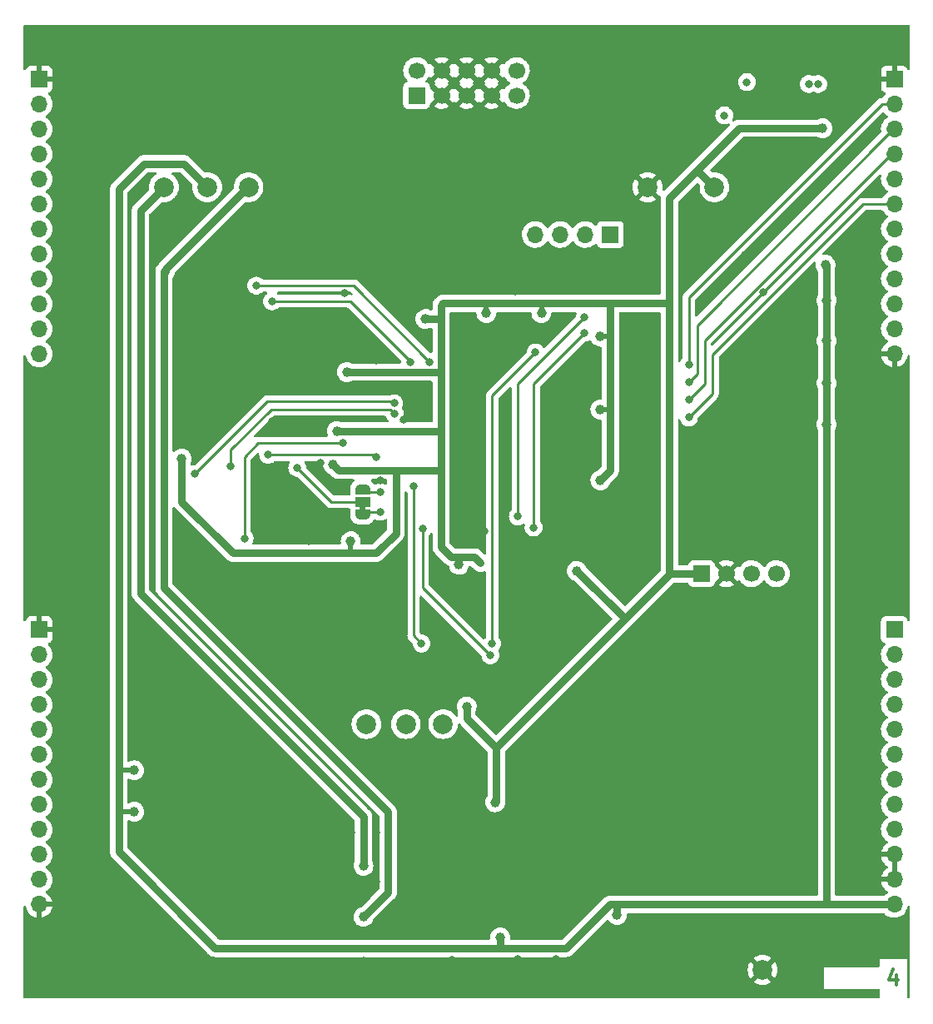
<source format=gbr>
G04 %TF.GenerationSoftware,KiCad,Pcbnew,(6.0.8)@% jlc*
G04 %TF.CreationDate,2022-10-20T13:21:54+01:00@% jlc*
G04 %TF.ProjectId,Punck_Components,50756e63-6b5f-4436-9f6d-706f6e656e74,rev?@% jlc*
G04 %TF.SameCoordinates,Original@% jlc*
G04 %TF.FileFunction,Copper,L4,Bot@% jlc*
G04 %TF.FilePolarity,Positive@% jlc*
%FSLAX46Y46*%
G04 Gerber Fmt 4.6, Leading zero omitted, Abs format (unit mm)*
G04 Created by KiCad (PCBNEW (6.0.8)) date 2022-10-20 13:21:54*
%MOMM*%
%LPD*%
G01*
G04 APERTURE LIST*
G04 Aperture macros list*
%AMFreePoly0*
4,1,22,0.550000,-0.750000,0.000000,-0.750000,0.000000,-0.745033,-0.079941,-0.743568,-0.215256,-0.701293,-0.333266,-0.622738,-0.424486,-0.514219,-0.481581,-0.384460,-0.499164,-0.250000,-0.500000,-0.250000,-0.500000,0.250000,-0.499164,0.250000,-0.499963,0.256109,-0.478152,0.396186,-0.417904,0.524511,-0.324060,0.630769,-0.204165,0.706417,-0.067858,0.745374,0.000000,0.744959,0.000000,0.750000,
0.550000,0.750000,0.550000,-0.750000,0.550000,-0.750000,$1*%
%AMFreePoly1*
4,1,20,0.000000,0.744959,0.073905,0.744508,0.209726,0.703889,0.328688,0.626782,0.421226,0.519385,0.479903,0.390333,0.500000,0.250000,0.500000,-0.250000,0.499851,-0.262216,0.476331,-0.402017,0.414519,-0.529596,0.319384,-0.634700,0.198574,-0.708877,0.061801,-0.746166,0.000000,-0.745033,0.000000,-0.750000,-0.550000,-0.750000,-0.550000,0.750000,0.000000,0.750000,0.000000,0.744959,
0.000000,0.744959,$1*%
G04 Aperture macros list end*
%ADD10C,0.300000*%
G04 %TA.AperFunction,NonConductor@% jlc*
%ADD11C,0.300000*%
G04 %TD@% jlc*
G04 %TA.AperFunction,ComponentPad@% jlc*
%ADD12R,1.700000X1.700000*%
G04 %TD@% jlc*
G04 %TA.AperFunction,ComponentPad@% jlc*
%ADD13C,1.700000*%
G04 %TD@% jlc*
G04 %TA.AperFunction,ComponentPad@% jlc*
%ADD14C,2.000000*%
G04 %TD@% jlc*
G04 %TA.AperFunction,ComponentPad@% jlc*
%ADD15O,1.700000X1.700000*%
G04 %TD@% jlc*
G04 %TA.AperFunction,SMDPad,CuDef@% jlc*
%ADD16FreePoly0,90.000000*%
G04 %TD@% jlc*
G04 %TA.AperFunction,SMDPad,CuDef@% jlc*
%ADD17R,1.500000X1.000000*%
G04 %TD@% jlc*
G04 %TA.AperFunction,SMDPad,CuDef@% jlc*
%ADD18FreePoly1,90.000000*%
G04 %TD@% jlc*
G04 %TA.AperFunction,ViaPad@% jlc*
%ADD19C,1.000000*%
G04 %TD@% jlc*
G04 %TA.AperFunction,ViaPad@% jlc*
%ADD20C,0.800000*%
G04 %TD@% jlc*
G04 %TA.AperFunction,Conductor@% jlc*
%ADD21C,0.750000*%
G04 %TD@% jlc*
G04 %TA.AperFunction,Conductor@% jlc*
%ADD22C,0.500000*%
G04 %TD@% jlc*
G04 %TA.AperFunction,Conductor@% jlc*
%ADD23C,0.250000*%
G04 %TD@% jlc*
G04 APERTURE END LIST*
D10*
G04 %TO.C,FID1@% jlc*
D11*
X159285714Y-147078571D02*
X159285714Y-148078571D01*
X158928571Y-146507142D02*
X158571428Y-147578571D01*
X159500000Y-147578571D01*
G04 %TO.C,JP1@% jlc*
G36*
X105300000Y-99900000D02*
G01*
X104700000Y-99900000D01*
X104700000Y-99400000D01*
X105300000Y-99400000D01*
X105300000Y-99900000D01*
G37*
G04 %TD@% jlc*
D12*
G04 %TO.P,J7,1,Pin_1@% jlc*
G04 %TO.N,-12V@% jlc*
X110500000Y-57662500D03*
D13*
G04 %TO.P,J7,2,Pin_2@% jlc*
X110500000Y-55122500D03*
G04 %TO.P,J7,3,Pin_3@% jlc*
G04 %TO.N,GND@% jlc*
X113040000Y-57662500D03*
G04 %TO.P,J7,4,Pin_4@% jlc*
X113040000Y-55122500D03*
G04 %TO.P,J7,5,Pin_5@% jlc*
X115580000Y-57662500D03*
G04 %TO.P,J7,6,Pin_6@% jlc*
X115580000Y-55122500D03*
G04 %TO.P,J7,7,Pin_7@% jlc*
X118120000Y-57662500D03*
G04 %TO.P,J7,8,Pin_8@% jlc*
X118120000Y-55122500D03*
G04 %TO.P,J7,9,Pin_9@% jlc*
G04 %TO.N,+12V@% jlc*
X120660000Y-57662500D03*
G04 %TO.P,J7,10,Pin_10@% jlc*
X120660000Y-55122500D03*
G04 %TD@% jlc*
D14*
G04 %TO.P,TP9,1,1@% jlc*
G04 %TO.N,GND@% jlc*
X145700000Y-146600000D03*
G04 %TD@% jlc*
G04 %TO.P,TP3,1,1@% jlc*
G04 %TO.N,/DAC_BCLK@% jlc*
X109400000Y-121600000D03*
G04 %TD@% jlc*
G04 %TO.P,TP8,1,1@% jlc*
G04 %TO.N,VEE@% jlc*
X84800000Y-67000000D03*
G04 %TD@% jlc*
G04 %TO.P,TP7,1,1@% jlc*
G04 %TO.N,VCC@% jlc*
X93400000Y-67000000D03*
G04 %TD@% jlc*
D12*
G04 %TO.P,J5,1,Pin_1@% jlc*
G04 %TO.N,/DAC2@% jlc*
X130200000Y-71800000D03*
D15*
G04 %TO.P,J5,2,Pin_2@% jlc*
G04 %TO.N,/DAC1@% jlc*
X127660000Y-71800000D03*
G04 %TO.P,J5,3,Pin_3@% jlc*
G04 %TO.N,/UART_RX@% jlc*
X125120000Y-71800000D03*
G04 %TO.P,J5,4,Pin_4@% jlc*
G04 %TO.N,/UART_TX@% jlc*
X122580000Y-71800000D03*
G04 %TD@% jlc*
D14*
G04 %TO.P,TP1,1,1@% jlc*
G04 %TO.N,/DAC_LRCLK@% jlc*
X105400000Y-121600000D03*
G04 %TD@% jlc*
G04 %TO.P,TP6,1,1@% jlc*
G04 %TO.N,+3.3VA@% jlc*
X89200000Y-67000000D03*
G04 %TD@% jlc*
G04 %TO.P,TP5,1,1@% jlc*
G04 %TO.N,+3V3@% jlc*
X140800000Y-67000000D03*
G04 %TD@% jlc*
D12*
G04 %TO.P,J6,1,Pin_1@% jlc*
G04 %TO.N,+3V3@% jlc*
X139500000Y-106300000D03*
D13*
G04 %TO.P,J6,2,Pin_2@% jlc*
G04 %TO.N,GND@% jlc*
X142040000Y-106300000D03*
G04 %TO.P,J6,3,Pin_3@% jlc*
G04 %TO.N,/SWIO@% jlc*
X144580000Y-106300000D03*
G04 %TO.P,J6,4,Pin_4@% jlc*
G04 %TO.N,/SWCLK@% jlc*
X147120000Y-106300000D03*
G04 %TD@% jlc*
D14*
G04 %TO.P,TP2,1,1@% jlc*
G04 %TO.N,/DAC_DATA@% jlc*
X113200000Y-121600000D03*
G04 %TD@% jlc*
G04 %TO.P,TP4,1,1@% jlc*
G04 %TO.N,GND@% jlc*
X134000000Y-67000000D03*
G04 %TD@% jlc*
D12*
G04 %TO.P,J3,1,Pin_1@% jlc*
G04 %TO.N,GND@% jlc*
X159100000Y-56000000D03*
D15*
G04 %TO.P,J3,2,Pin_2@% jlc*
G04 %TO.N,/SA_BTN@% jlc*
X159100000Y-58540000D03*
G04 %TO.P,J3,3,Pin_3@% jlc*
G04 %TO.N,/KI_BTN@% jlc*
X159100000Y-61080000D03*
G04 %TO.P,J3,4,Pin_4@% jlc*
G04 %TO.N,/SN_BTN@% jlc*
X159100000Y-63620000D03*
G04 %TO.P,J3,5,Pin_5@% jlc*
G04 %TO.N,/SA_LED@% jlc*
X159100000Y-66160000D03*
G04 %TO.P,J3,6,Pin_6@% jlc*
G04 %TO.N,/SB_BTN@% jlc*
X159100000Y-68700000D03*
G04 %TO.P,J3,7,Pin_7@% jlc*
G04 %TO.N,/SB_LED@% jlc*
X159100000Y-71240000D03*
G04 %TO.P,J3,8,Pin_8@% jlc*
G04 %TO.N,/MIDI_LEARN@% jlc*
X159100000Y-73780000D03*
G04 %TO.P,J3,9,Pin_9@% jlc*
G04 %TO.N,/MIDI_IN@% jlc*
X159100000Y-76320000D03*
G04 %TO.P,J3,10,Pin_10@% jlc*
G04 %TO.N,/CH_IN@% jlc*
X159100000Y-78860000D03*
G04 %TO.P,J3,11,Pin_11@% jlc*
G04 %TO.N,/OH_IN@% jlc*
X159100000Y-81400000D03*
G04 %TO.P,J3,12,Pin_12@% jlc*
G04 %TO.N,GND@% jlc*
X159100000Y-83940000D03*
G04 %TD@% jlc*
D12*
G04 %TO.P,J1,1,Pin_1@% jlc*
G04 %TO.N,GND@% jlc*
X72100000Y-56000000D03*
D15*
G04 %TO.P,J1,2,Pin_2@% jlc*
G04 %TO.N,/SNARE_FILTER_POT@% jlc*
X72100000Y-58540000D03*
G04 %TO.P,J1,3,Pin_3@% jlc*
G04 %TO.N,/SAMPLER_A_VOICE_POT@% jlc*
X72100000Y-61080000D03*
G04 %TO.P,J1,4,Pin_4@% jlc*
G04 %TO.N,/KICK_ATTACK_POT@% jlc*
X72100000Y-63620000D03*
G04 %TO.P,J1,5,Pin_5@% jlc*
G04 %TO.N,/KICK_DECAY_POT@% jlc*
X72100000Y-66160000D03*
G04 %TO.P,J1,6,Pin_6@% jlc*
G04 %TO.N,/KICK_VOL_POT@% jlc*
X72100000Y-68700000D03*
G04 %TO.P,J1,7,Pin_7@% jlc*
G04 %TO.N,/SNARE_TUNING_POT@% jlc*
X72100000Y-71240000D03*
G04 %TO.P,J1,8,Pin_8@% jlc*
G04 %TO.N,/HIHAT_DECAY_POT@% jlc*
X72100000Y-73780000D03*
G04 %TO.P,J1,9,Pin_9@% jlc*
G04 %TO.N,/SAMPLER_B_VOICE_POT@% jlc*
X72100000Y-76320000D03*
G04 %TO.P,J1,10,Pin_10@% jlc*
G04 %TO.N,/SNARE_VOL_POT@% jlc*
X72100000Y-78860000D03*
G04 %TO.P,J1,11,Pin_11@% jlc*
G04 %TO.N,/SAMPLER_A_SPEED_POT@% jlc*
X72100000Y-81400000D03*
G04 %TO.P,J1,12,Pin_12@% jlc*
G04 %TO.N,/SAMPLER_B_SPEED_POT@% jlc*
X72100000Y-83940000D03*
G04 %TD@% jlc*
D12*
G04 %TO.P,J4,1,Pin_1@% jlc*
G04 %TO.N,/SNARE_IN@% jlc*
X159100000Y-112000000D03*
D15*
G04 %TO.P,J4,2,Pin_2@% jlc*
G04 %TO.N,/KICK_IN@% jlc*
X159100000Y-114540000D03*
G04 %TO.P,J4,3,Pin_3@% jlc*
G04 %TO.N,/USB_DP@% jlc*
X159100000Y-117080000D03*
G04 %TO.P,J4,4,Pin_4@% jlc*
G04 %TO.N,/USB_DM@% jlc*
X159100000Y-119620000D03*
G04 %TO.P,J4,5,Pin_5@% jlc*
G04 %TO.N,/USB_VBUS@% jlc*
X159100000Y-122160000D03*
G04 %TO.P,J4,6,Pin_6@% jlc*
G04 %TO.N,/KI_LED@% jlc*
X159100000Y-124700000D03*
G04 %TO.P,J4,7,Pin_7@% jlc*
G04 %TO.N,/SN_LED@% jlc*
X159100000Y-127240000D03*
G04 %TO.P,J4,8,Pin_8@% jlc*
G04 %TO.N,/HH_LED@% jlc*
X159100000Y-129780000D03*
G04 %TO.P,J4,9,Pin_9@% jlc*
G04 %TO.N,/SEQ_SELECT@% jlc*
X159100000Y-132320000D03*
G04 %TO.P,J4,10,Pin_10@% jlc*
G04 %TO.N,GND@% jlc*
X159100000Y-134860000D03*
G04 %TO.P,J4,11,Pin_11@% jlc*
X159100000Y-137400000D03*
G04 %TO.P,J4,12,Pin_12@% jlc*
G04 %TO.N,+3.3VA@% jlc*
X159100000Y-139940000D03*
G04 %TD@% jlc*
D12*
G04 %TO.P,J2,1,Pin_1@% jlc*
G04 %TO.N,GND@% jlc*
X72100000Y-112000000D03*
D15*
G04 %TO.P,J2,2,Pin_2@% jlc*
G04 %TO.N,/HIHAT_VOL_POT@% jlc*
X72100000Y-114540000D03*
G04 %TO.P,J2,3,Pin_3@% jlc*
G04 %TO.N,/SAMPLER_A_VOL_POT@% jlc*
X72100000Y-117080000D03*
G04 %TO.P,J2,4,Pin_4@% jlc*
G04 %TO.N,/SAMPLER_B_VOL_POT@% jlc*
X72100000Y-119620000D03*
G04 %TO.P,J2,5,Pin_5@% jlc*
G04 %TO.N,/HH_BTN@% jlc*
X72100000Y-122160000D03*
G04 %TO.P,J2,6,Pin_6@% jlc*
G04 %TO.N,/TEMPO_POT@% jlc*
X72100000Y-124700000D03*
G04 %TO.P,J2,7,Pin_7@% jlc*
G04 %TO.N,/SAMPLER_A_IN@% jlc*
X72100000Y-127240000D03*
G04 %TO.P,J2,8,Pin_8@% jlc*
G04 %TO.N,/SAMPLER_B_IN@% jlc*
X72100000Y-129780000D03*
G04 %TO.P,J2,9,Pin_9@% jlc*
G04 %TO.N,/AUDIO_OUT_R@% jlc*
X72100000Y-132320000D03*
G04 %TO.P,J2,10,Pin_10@% jlc*
G04 %TO.N,/TEMPO_OUT@% jlc*
X72100000Y-134860000D03*
G04 %TO.P,J2,11,Pin_11@% jlc*
G04 %TO.N,/AUDIO_OUT_L@% jlc*
X72100000Y-137400000D03*
G04 %TO.P,J2,12,Pin_12@% jlc*
G04 %TO.N,GND@% jlc*
X72100000Y-139940000D03*
G04 %TD@% jlc*
D16*
G04 %TO.P,JP1,1,A@% jlc*
G04 %TO.N,/QSPI_BK2_NCS@% jlc*
X105000000Y-100300000D03*
D17*
G04 %TO.P,JP1,2,C@% jlc*
G04 %TO.N,Net-(JP1-Pad2)@% jlc*
X105000000Y-99000000D03*
D18*
G04 %TO.P,JP1,3,B@% jlc*
G04 %TO.N,/OCTOSPIM_P2_NCS@% jlc*
X105000000Y-97700000D03*
G04 %TD@% jlc*
D19*
G04 %TO.N,+3.3VA@% jlc*
X81786250Y-126300000D03*
X152200000Y-86900000D03*
X119000000Y-143300000D03*
X152200000Y-91100000D03*
X81786250Y-130500000D03*
X152200000Y-78500000D03*
X152200000Y-82600000D03*
X152100000Y-74900000D03*
X130900000Y-141000000D03*
D20*
G04 %TO.N,/SN_BTN@% jlc*
X138200000Y-88600000D03*
G04 %TO.N,/SA_BTN@% jlc*
X138200000Y-85000000D03*
G04 %TO.N,GND@% jlc*
X94400000Y-130900000D03*
X135600000Y-137800000D03*
X84000000Y-52700000D03*
X145700000Y-67500000D03*
X123950000Y-116100000D03*
X132250000Y-144150000D03*
X131800000Y-95600000D03*
X85000000Y-113800000D03*
X147150000Y-57600000D03*
X105400000Y-119100000D03*
X115700000Y-97200000D03*
X128300000Y-111750000D03*
X145150000Y-90150000D03*
X150550000Y-115600000D03*
X97100000Y-117500000D03*
X108750000Y-76350000D03*
X103850000Y-132650000D03*
X131800000Y-90600000D03*
X103150000Y-77750000D03*
X86450000Y-59200000D03*
X139100000Y-73600000D03*
X89500000Y-59200000D03*
X99850000Y-68800000D03*
X92450000Y-106500000D03*
X134100000Y-148200000D03*
X95100000Y-59650000D03*
X99700000Y-85100000D03*
X93800000Y-61350000D03*
X122300000Y-128400000D03*
X125000000Y-96100000D03*
X129700000Y-144100000D03*
X160200000Y-109500000D03*
X93800000Y-59600000D03*
X71800000Y-98800000D03*
X88000000Y-57100000D03*
X153900000Y-115600000D03*
X130200000Y-65550000D03*
X86200000Y-91900000D03*
X143900000Y-73900000D03*
X135600000Y-141900000D03*
X80000000Y-64650000D03*
X150700000Y-123500000D03*
X110650000Y-129500000D03*
X128550000Y-63150000D03*
X117400000Y-102000000D03*
X95800000Y-90800000D03*
X143150000Y-57950000D03*
X86500000Y-57100000D03*
X77700000Y-122000000D03*
X100700000Y-95000000D03*
X119500000Y-89400000D03*
X130950000Y-114450000D03*
X137100000Y-57750000D03*
X86500000Y-85400000D03*
X154150000Y-94750000D03*
X116700000Y-148400000D03*
X101600000Y-64900000D03*
X130800000Y-134400000D03*
X126400000Y-118800000D03*
X106400000Y-137650000D03*
X107000000Y-76400000D03*
X145100000Y-81700000D03*
X92800000Y-75100000D03*
X81900000Y-117400000D03*
X112600000Y-107300000D03*
X131800000Y-82650000D03*
X99500000Y-101200000D03*
X116600000Y-107700000D03*
X94000000Y-122700000D03*
X109200000Y-90600000D03*
X78700000Y-137500000D03*
X144400000Y-115600000D03*
X135000000Y-118300000D03*
X137100000Y-115600000D03*
X89700000Y-136500000D03*
X142800000Y-64600000D03*
X106400000Y-84600000D03*
X119500000Y-96400000D03*
X136100000Y-120900000D03*
X123700000Y-138700000D03*
X100500000Y-120500000D03*
X148100000Y-103500000D03*
X133500000Y-105100000D03*
X124700000Y-108400000D03*
X99500000Y-103000000D03*
X86300000Y-100850000D03*
X120750000Y-145500000D03*
X158400000Y-90500000D03*
X77000000Y-108200000D03*
X97000000Y-125500000D03*
X121300000Y-112900000D03*
X125200000Y-67400000D03*
X150900000Y-51400000D03*
X122800000Y-122800000D03*
X124700000Y-145500000D03*
X106800000Y-96850000D03*
X150600000Y-118300000D03*
X141850000Y-57950000D03*
X87600000Y-90400000D03*
X136000000Y-128200000D03*
X97600000Y-146400000D03*
X141000000Y-98600000D03*
X105000000Y-106500000D03*
X150600000Y-120800000D03*
X145800000Y-77700000D03*
X87450000Y-127400000D03*
X100600000Y-110600000D03*
X82000000Y-56800000D03*
X87448750Y-131400000D03*
X93800000Y-63000000D03*
X110100000Y-71600000D03*
X86700000Y-144700000D03*
X86900000Y-70200000D03*
X131900000Y-63150000D03*
X77000000Y-91900000D03*
X145950000Y-58400000D03*
X95100000Y-62950000D03*
X98500000Y-106500000D03*
X103400000Y-52800000D03*
X150900000Y-54200000D03*
X105350000Y-76400000D03*
X138200000Y-123500000D03*
X131700000Y-86600000D03*
X115700000Y-87800000D03*
X116900000Y-83800000D03*
X125000000Y-91100000D03*
X74700000Y-148600000D03*
X91500000Y-120300000D03*
X145150000Y-85750000D03*
X121000000Y-64900000D03*
X113700000Y-140100000D03*
X150200000Y-95300000D03*
X72300000Y-88700000D03*
X117750000Y-71600000D03*
X138250000Y-56600000D03*
X117800000Y-77500000D03*
X127850000Y-138700000D03*
X105400000Y-68800000D03*
X150300000Y-133900000D03*
X128000000Y-132600000D03*
X159800000Y-143600000D03*
X150300000Y-63400000D03*
X127800000Y-103700000D03*
X105100000Y-145650000D03*
X150400000Y-138150000D03*
X99800000Y-90600000D03*
X120550000Y-77600000D03*
X98800000Y-128000000D03*
X81900000Y-122500000D03*
X78600000Y-62800000D03*
X81450000Y-62800000D03*
X124300000Y-87500000D03*
X106400000Y-132600000D03*
X111000000Y-87700000D03*
X114100000Y-145550000D03*
G04 %TO.N,/KI_BTN@% jlc*
X138200000Y-86800000D03*
G04 %TO.N,/SB_BTN@% jlc*
X138200000Y-90400000D03*
G04 %TO.N,/SNARE_FILTER_POT@% jlc*
X94200000Y-77000000D03*
X111850000Y-84750000D03*
G04 %TO.N,/SAMPLER_A_VOICE_POT@% jlc*
X109850000Y-84750000D03*
X95800000Y-78600000D03*
G04 %TO.N,/SAMPLER_A_VOL_POT@% jlc*
X87970000Y-96170000D03*
X108215055Y-88974192D03*
G04 %TO.N,/SAMPLER_B_VOL_POT@% jlc*
X91600000Y-95400000D03*
X108250000Y-90000000D03*
G04 %TO.N,/TEMPO_POT@% jlc*
X93000000Y-102700000D03*
X103000000Y-93000000D03*
D19*
G04 %TO.N,+3V3@% jlc*
X151800000Y-61000000D03*
X118500000Y-129550000D03*
X129200000Y-96800000D03*
X129200000Y-89600000D03*
X115600000Y-119800000D03*
X86600000Y-94600000D03*
X126800000Y-106000000D03*
X114800000Y-105400000D03*
X123200000Y-79800000D03*
X102000000Y-95200000D03*
X111400000Y-80400000D03*
X103800000Y-103000000D03*
X102400000Y-91800000D03*
X117600000Y-79800000D03*
X129200000Y-82200000D03*
X103400000Y-85800000D03*
D20*
X117000000Y-105200000D03*
G04 %TO.N,/VSW@% jlc*
X141800000Y-59700000D03*
X144100000Y-56300000D03*
X150400000Y-56500000D03*
X151350000Y-56500000D03*
G04 %TO.N,/SA_LED_OUT@% jlc*
X120800000Y-100475500D03*
X127600000Y-80200000D03*
G04 %TO.N,/SB_LED_OUT@% jlc*
X127600000Y-81800000D03*
X122400000Y-101600000D03*
D19*
G04 %TO.N,VCC@% jlc*
X105100000Y-141200000D03*
G04 %TO.N,VEE@% jlc*
X105100000Y-136000000D03*
D20*
G04 %TO.N,/QSPI_CLK@% jlc*
X110200000Y-97400000D03*
X111000000Y-113400000D03*
G04 %TO.N,/QSPI_BK2_IO0@% jlc*
X106400000Y-94400000D03*
X95400000Y-94200000D03*
G04 %TO.N,/QSPI_BK1_IO1@% jlc*
X111124500Y-101686140D03*
X118000000Y-114600000D03*
G04 %TO.N,/QSPI_BK2_NCS@% jlc*
X106800000Y-100000000D03*
G04 %TO.N,/QSPI_BK1_IO2@% jlc*
X122600000Y-83800000D03*
X118200000Y-113400000D03*
G04 %TO.N,/OCTOSPIM_P2_NCS@% jlc*
X106800000Y-98000000D03*
G04 %TO.N,Net-(JP1-Pad2)@% jlc*
X98362299Y-95537701D03*
G04 %TD@% jlc*
D21*
G04 %TO.N,+3.3VA@% jlc*
X130160000Y-139940000D02*
X130960000Y-139940000D01*
X152200000Y-139800000D02*
X152060000Y-139940000D01*
X130900000Y-140000000D02*
X130960000Y-139940000D01*
X119000000Y-144200000D02*
X119200000Y-144400000D01*
X130960000Y-139940000D02*
X152060000Y-139940000D01*
X152200000Y-75000000D02*
X152100000Y-74900000D01*
X119200000Y-144400000D02*
X125700000Y-144400000D01*
D22*
X80386250Y-126300000D02*
X81786250Y-126300000D01*
D21*
X86800000Y-64600000D02*
X82800000Y-64600000D01*
X152200000Y-75000000D02*
X152200000Y-139800000D01*
X90000000Y-144400000D02*
X119200000Y-144400000D01*
X82800000Y-64600000D02*
X80200000Y-67200000D01*
X119000000Y-143300000D02*
X119000000Y-144200000D01*
X125700000Y-144400000D02*
X130160000Y-139940000D01*
X89200000Y-67000000D02*
X86800000Y-64600000D01*
X152060000Y-139940000D02*
X159000000Y-139940000D01*
D22*
X81786250Y-130500000D02*
X80386250Y-130500000D01*
D21*
X80200000Y-67200000D02*
X80200000Y-134600000D01*
X80200000Y-134600000D02*
X90000000Y-144400000D01*
X130900000Y-141000000D02*
X130900000Y-140000000D01*
D23*
G04 %TO.N,/SN_BTN@% jlc*
X139800000Y-87000000D02*
X138200000Y-88600000D01*
X159000000Y-63620000D02*
X158780000Y-63620000D01*
X158780000Y-63620000D02*
X139800000Y-82600000D01*
X139800000Y-82600000D02*
X139800000Y-87000000D01*
G04 %TO.N,/SA_BTN@% jlc*
X157860000Y-58540000D02*
X138200000Y-78200000D01*
X159000000Y-58540000D02*
X157860000Y-58540000D01*
X138200000Y-78200000D02*
X138200000Y-85000000D01*
G04 %TO.N,/KI_BTN@% jlc*
X139050499Y-85949501D02*
X138200000Y-86800000D01*
X139050499Y-81029501D02*
X139050499Y-85949501D01*
X159000000Y-61080000D02*
X139050499Y-81029501D01*
G04 %TO.N,/SB_BTN@% jlc*
X155900000Y-68700000D02*
X140600000Y-84000000D01*
X140600000Y-88000000D02*
X138200000Y-90400000D01*
X140600000Y-84000000D02*
X140600000Y-88000000D01*
X159000000Y-68700000D02*
X155900000Y-68700000D01*
G04 %TO.N,/SNARE_FILTER_POT@% jlc*
X94200000Y-77000000D02*
X104100000Y-77000000D01*
X104100000Y-77000000D02*
X111850000Y-84750000D01*
G04 %TO.N,/SAMPLER_A_VOICE_POT@% jlc*
X95800000Y-78600000D02*
X103750000Y-78600000D01*
X109850000Y-84700000D02*
X109850000Y-84750000D01*
X103750000Y-78600000D02*
X109850000Y-84700000D01*
G04 %TO.N,/SAMPLER_A_VOL_POT@% jlc*
X95340000Y-88800000D02*
X108040863Y-88800000D01*
X87970000Y-96170000D02*
X95340000Y-88800000D01*
X108040863Y-88800000D02*
X108215055Y-88974192D01*
G04 %TO.N,/SAMPLER_B_VOL_POT@% jlc*
X107850000Y-89600000D02*
X108250000Y-90000000D01*
X95700000Y-89600000D02*
X107850000Y-89600000D01*
X91600000Y-95400000D02*
X91600000Y-93700000D01*
X91600000Y-93700000D02*
X95700000Y-89600000D01*
G04 %TO.N,/TEMPO_POT@% jlc*
X103000000Y-93000000D02*
X94400000Y-93000000D01*
X94400000Y-93000000D02*
X93000000Y-94400000D01*
X93000000Y-94400000D02*
X93000000Y-102700000D01*
D21*
G04 %TO.N,+3V3@% jlc*
X108400000Y-95800000D02*
X108400000Y-102200000D01*
X116400000Y-104600000D02*
X117000000Y-105200000D01*
X113000000Y-80600000D02*
X112800000Y-80400000D01*
D22*
X130000000Y-82200000D02*
X130200000Y-82400000D01*
D21*
X108400000Y-102200000D02*
X106400000Y-104200000D01*
X139100000Y-65200000D02*
X143300000Y-61000000D01*
X114800000Y-104600000D02*
X114800000Y-105400000D01*
X143300000Y-61000000D02*
X151800000Y-61000000D01*
X118600000Y-124000000D02*
X118600000Y-129450000D01*
X139500000Y-106300000D02*
X136200000Y-106300000D01*
X113000000Y-103600000D02*
X114000000Y-104600000D01*
X102600000Y-95800000D02*
X113000000Y-95800000D01*
X106400000Y-104200000D02*
X91800000Y-104200000D01*
X115600000Y-121000000D02*
X115600000Y-119800000D01*
X114000000Y-104600000D02*
X116400000Y-104600000D01*
D22*
X129200000Y-89600000D02*
X130200000Y-89600000D01*
D21*
X130200000Y-95800000D02*
X129200000Y-96800000D01*
X136200000Y-106400000D02*
X136200000Y-68100000D01*
X102600000Y-95800000D02*
X102000000Y-95200000D01*
X113000000Y-85800000D02*
X113000000Y-103600000D01*
D22*
X103800000Y-103000000D02*
X103800000Y-104200000D01*
D21*
X139100000Y-65300000D02*
X139100000Y-65200000D01*
X113000000Y-85800000D02*
X113000000Y-80600000D01*
X91800000Y-104200000D02*
X86600000Y-99000000D01*
X113000000Y-79000000D02*
X113200000Y-78800000D01*
X112800000Y-80400000D02*
X111400000Y-80400000D01*
X130200000Y-89600000D02*
X130200000Y-95800000D01*
X136200000Y-78800000D02*
X123200000Y-78800000D01*
X140800000Y-67000000D02*
X139100000Y-65300000D01*
X118600000Y-124000000D02*
X136200000Y-106400000D01*
D22*
X117600000Y-79800000D02*
X117600000Y-78800000D01*
D21*
X86600000Y-99000000D02*
X86600000Y-94600000D01*
D22*
X129200000Y-82200000D02*
X130000000Y-82200000D01*
X123200000Y-79800000D02*
X123200000Y-78800000D01*
D21*
X103400000Y-85800000D02*
X113000000Y-85800000D01*
X117600000Y-78800000D02*
X113200000Y-78800000D01*
X113000000Y-91800000D02*
X102400000Y-91800000D01*
X136200000Y-68100000D02*
X139100000Y-65200000D01*
X123200000Y-78800000D02*
X117600000Y-78800000D01*
X113000000Y-80600000D02*
X113000000Y-79000000D01*
X130200000Y-78800000D02*
X130200000Y-82400000D01*
X126800000Y-106000000D02*
X131700000Y-110900000D01*
X118600000Y-124000000D02*
X115600000Y-121000000D01*
X130200000Y-82400000D02*
X130200000Y-89600000D01*
X118600000Y-129450000D02*
X118500000Y-129550000D01*
D23*
G04 %TO.N,/SA_LED_OUT@% jlc*
X127600000Y-80200000D02*
X120800000Y-87000000D01*
X120800000Y-87000000D02*
X120800000Y-100475500D01*
G04 %TO.N,/SB_LED_OUT@% jlc*
X122400000Y-87000000D02*
X127600000Y-81800000D01*
X122400000Y-101600000D02*
X122400000Y-87000000D01*
D21*
G04 %TO.N,VCC@% jlc*
X107600000Y-130500000D02*
X107600000Y-138700000D01*
X84800000Y-107700000D02*
X107600000Y-130500000D01*
X84800000Y-75600000D02*
X84800000Y-107700000D01*
X93300000Y-67000000D02*
X85000000Y-75300000D01*
X93400000Y-67000000D02*
X93300000Y-67000000D01*
X85000000Y-75300000D02*
X85000000Y-75600000D01*
X107600000Y-138700000D02*
X105100000Y-141200000D01*
G04 %TO.N,VEE@% jlc*
X82400000Y-108300000D02*
X105100000Y-131000000D01*
X84800000Y-67000000D02*
X82400000Y-69400000D01*
X105100000Y-131000000D02*
X105100000Y-136000000D01*
X82400000Y-69400000D02*
X82400000Y-108300000D01*
D23*
G04 %TO.N,/QSPI_CLK@% jlc*
X110200000Y-112600000D02*
X110200000Y-97400000D01*
X111000000Y-113400000D02*
X110200000Y-112600000D01*
G04 %TO.N,/QSPI_BK2_IO0@% jlc*
X106400000Y-94400000D02*
X106200000Y-94200000D01*
X106200000Y-94200000D02*
X95400000Y-94200000D01*
G04 %TO.N,/QSPI_BK1_IO1@% jlc*
X111124500Y-107724500D02*
X118000000Y-114600000D01*
X111124500Y-101686140D02*
X111124500Y-107724500D01*
G04 %TO.N,/QSPI_BK2_NCS@% jlc*
X105300000Y-100000000D02*
X106800000Y-100000000D01*
X105000000Y-100300000D02*
X105300000Y-100000000D01*
G04 %TO.N,/QSPI_BK1_IO2@% jlc*
X118200000Y-113400000D02*
X118200000Y-88200000D01*
X118200000Y-88200000D02*
X122600000Y-83800000D01*
G04 %TO.N,/OCTOSPIM_P2_NCS@% jlc*
X105300000Y-98000000D02*
X106800000Y-98000000D01*
X105000000Y-97700000D02*
X105300000Y-98000000D01*
G04 %TO.N,Net-(JP1-Pad2)@% jlc*
X98362299Y-95537701D02*
X101824598Y-99000000D01*
X101824598Y-99000000D02*
X105000000Y-99000000D01*
G04 %TD@% jlc*
G04 %TA.AperFunction,Conductor@% jlc*
G04 %TO.N,GND@% jlc*
G36*
X160633621Y-50528502D02*
G01*
X160680114Y-50582158D01*
X160691500Y-50634500D01*
X160691500Y-54985603D01*
X160671498Y-55053724D01*
X160617842Y-55100217D01*
X160547568Y-55110321D01*
X160482988Y-55080827D01*
X160447518Y-55029833D01*
X160403324Y-54911946D01*
X160394786Y-54896351D01*
X160318285Y-54794276D01*
X160305724Y-54781715D01*
X160203649Y-54705214D01*
X160188054Y-54696676D01*
X160067606Y-54651522D01*
X160052351Y-54647895D01*
X160001486Y-54642369D01*
X159994672Y-54642000D01*
X159372115Y-54642000D01*
X159356876Y-54646475D01*
X159355671Y-54647865D01*
X159354000Y-54655548D01*
X159354000Y-56128000D01*
X159333998Y-56196121D01*
X159280342Y-56242614D01*
X159228000Y-56254000D01*
X157760116Y-56254000D01*
X157744877Y-56258475D01*
X157743672Y-56259865D01*
X157742001Y-56267548D01*
X157742001Y-56894669D01*
X157742371Y-56901490D01*
X157747895Y-56952352D01*
X157751521Y-56967604D01*
X157796676Y-57088054D01*
X157805214Y-57103649D01*
X157881715Y-57205724D01*
X157894276Y-57218285D01*
X157996351Y-57294786D01*
X158011946Y-57303324D01*
X158120827Y-57344142D01*
X158177591Y-57386784D01*
X158202291Y-57453345D01*
X158187083Y-57522694D01*
X158167691Y-57549175D01*
X158047152Y-57675312D01*
X158040629Y-57682138D01*
X158037715Y-57686410D01*
X158037714Y-57686411D01*
X157925095Y-57851504D01*
X157870184Y-57896507D01*
X157827979Y-57905083D01*
X157828053Y-57906252D01*
X157824111Y-57906500D01*
X157820144Y-57906500D01*
X157816154Y-57907004D01*
X157804320Y-57907936D01*
X157760111Y-57909326D01*
X157752495Y-57911539D01*
X157752493Y-57911539D01*
X157740652Y-57914979D01*
X157721293Y-57918988D01*
X157719983Y-57919154D01*
X157701203Y-57921526D01*
X157693837Y-57924442D01*
X157693831Y-57924444D01*
X157660098Y-57937800D01*
X157648868Y-57941645D01*
X157635809Y-57945439D01*
X157606407Y-57953981D01*
X157599584Y-57958016D01*
X157588966Y-57964295D01*
X157571213Y-57972992D01*
X157563568Y-57976019D01*
X157552383Y-57980448D01*
X157545968Y-57985109D01*
X157516612Y-58006437D01*
X157506695Y-58012951D01*
X157468638Y-58035458D01*
X157454317Y-58049779D01*
X157439284Y-58062619D01*
X157422893Y-58074528D01*
X157417842Y-58080634D01*
X157394702Y-58108605D01*
X157386712Y-58117384D01*
X137807747Y-77696348D01*
X137799461Y-77703888D01*
X137792982Y-77708000D01*
X137787557Y-77713777D01*
X137746357Y-77757651D01*
X137743602Y-77760493D01*
X137723865Y-77780230D01*
X137721385Y-77783427D01*
X137713682Y-77792447D01*
X137683414Y-77824679D01*
X137679595Y-77831625D01*
X137679593Y-77831628D01*
X137673652Y-77842434D01*
X137662801Y-77858953D01*
X137650386Y-77874959D01*
X137647241Y-77882228D01*
X137647238Y-77882232D01*
X137632826Y-77915537D01*
X137627609Y-77926187D01*
X137606305Y-77964940D01*
X137604334Y-77972615D01*
X137604334Y-77972616D01*
X137601267Y-77984562D01*
X137594863Y-78003266D01*
X137590393Y-78013597D01*
X137586819Y-78021855D01*
X137585580Y-78029678D01*
X137585577Y-78029688D01*
X137579901Y-78065524D01*
X137577495Y-78077144D01*
X137575294Y-78085717D01*
X137566500Y-78119970D01*
X137566500Y-78140224D01*
X137564949Y-78159934D01*
X137561780Y-78179943D01*
X137562526Y-78187835D01*
X137565941Y-78223961D01*
X137566500Y-78235819D01*
X137566500Y-84297476D01*
X137546498Y-84365597D01*
X137534142Y-84381779D01*
X137460960Y-84463056D01*
X137365473Y-84628444D01*
X137359661Y-84646333D01*
X137329333Y-84739671D01*
X137289259Y-84798277D01*
X137223863Y-84825914D01*
X137153906Y-84813807D01*
X137101600Y-84765801D01*
X137083500Y-84700735D01*
X137083500Y-68518148D01*
X137103502Y-68450027D01*
X137120405Y-68429053D01*
X138960905Y-66588553D01*
X139023217Y-66554527D01*
X139094032Y-66559592D01*
X139139095Y-66588553D01*
X139265001Y-66714459D01*
X139299027Y-66776771D01*
X139301518Y-66813439D01*
X139286835Y-67000000D01*
X139305465Y-67236711D01*
X139306619Y-67241518D01*
X139306620Y-67241524D01*
X139341640Y-67387391D01*
X139360895Y-67467594D01*
X139362788Y-67472165D01*
X139362789Y-67472167D01*
X139449772Y-67682163D01*
X139451760Y-67686963D01*
X139454346Y-67691183D01*
X139573241Y-67885202D01*
X139573245Y-67885208D01*
X139575824Y-67889416D01*
X139668001Y-67997341D01*
X139725188Y-68064298D01*
X139730031Y-68069969D01*
X139733787Y-68073177D01*
X139740591Y-68078988D01*
X139910584Y-68224176D01*
X139914792Y-68226755D01*
X139914798Y-68226759D01*
X140108084Y-68345205D01*
X140113037Y-68348240D01*
X140117607Y-68350133D01*
X140117611Y-68350135D01*
X140327833Y-68437211D01*
X140332406Y-68439105D01*
X140402021Y-68455818D01*
X140558476Y-68493380D01*
X140558482Y-68493381D01*
X140563289Y-68494535D01*
X140800000Y-68513165D01*
X141036711Y-68494535D01*
X141041518Y-68493381D01*
X141041524Y-68493380D01*
X141197979Y-68455818D01*
X141267594Y-68439105D01*
X141272167Y-68437211D01*
X141482389Y-68350135D01*
X141482393Y-68350133D01*
X141486963Y-68348240D01*
X141491916Y-68345205D01*
X141685202Y-68226759D01*
X141685208Y-68226755D01*
X141689416Y-68224176D01*
X141859409Y-68078988D01*
X141866213Y-68073177D01*
X141869969Y-68069969D01*
X141874813Y-68064298D01*
X141931999Y-67997341D01*
X142024176Y-67889416D01*
X142026755Y-67885208D01*
X142026759Y-67885202D01*
X142145654Y-67691183D01*
X142148240Y-67686963D01*
X142150229Y-67682163D01*
X142237211Y-67472167D01*
X142237212Y-67472165D01*
X142239105Y-67467594D01*
X142258360Y-67387391D01*
X142293380Y-67241524D01*
X142293381Y-67241518D01*
X142294535Y-67236711D01*
X142313165Y-67000000D01*
X142294535Y-66763289D01*
X142292916Y-66756543D01*
X142242063Y-66544726D01*
X142239105Y-66532406D01*
X142202047Y-66442939D01*
X142150135Y-66317611D01*
X142150133Y-66317607D01*
X142148240Y-66313037D01*
X142128523Y-66280862D01*
X142026759Y-66114798D01*
X142026755Y-66114792D01*
X142024176Y-66110584D01*
X141869969Y-65930031D01*
X141689416Y-65775824D01*
X141685203Y-65773242D01*
X141685202Y-65773241D01*
X141491183Y-65654346D01*
X141486963Y-65651760D01*
X141482393Y-65649867D01*
X141482389Y-65649865D01*
X141272167Y-65562789D01*
X141272165Y-65562788D01*
X141267594Y-65560895D01*
X141187391Y-65541640D01*
X141041524Y-65506620D01*
X141041518Y-65506619D01*
X141036711Y-65505465D01*
X140800000Y-65486835D01*
X140613440Y-65501518D01*
X140543960Y-65486922D01*
X140514459Y-65465001D01*
X140388553Y-65339095D01*
X140354527Y-65276783D01*
X140359592Y-65205968D01*
X140388553Y-65160905D01*
X143629053Y-61920405D01*
X143691365Y-61886379D01*
X143718148Y-61883500D01*
X151280734Y-61883500D01*
X151342205Y-61899512D01*
X151388916Y-61925619D01*
X151388922Y-61925621D01*
X151394294Y-61928624D01*
X151582392Y-61989740D01*
X151778777Y-62013158D01*
X151784912Y-62012686D01*
X151784914Y-62012686D01*
X151969830Y-61998457D01*
X151969834Y-61998456D01*
X151975972Y-61997984D01*
X152166463Y-61944798D01*
X152171967Y-61942018D01*
X152171969Y-61942017D01*
X152337495Y-61858404D01*
X152337497Y-61858403D01*
X152342996Y-61855625D01*
X152498847Y-61733861D01*
X152628078Y-61584145D01*
X152725769Y-61412179D01*
X152788197Y-61224513D01*
X152812985Y-61028295D01*
X152813380Y-61000000D01*
X152794080Y-60803167D01*
X152736916Y-60613831D01*
X152644066Y-60439204D01*
X152523922Y-60291893D01*
X152522960Y-60290713D01*
X152522957Y-60290710D01*
X152519065Y-60285938D01*
X152513454Y-60281296D01*
X152371425Y-60163799D01*
X152371421Y-60163797D01*
X152366675Y-60159870D01*
X152192701Y-60065802D01*
X152003768Y-60007318D01*
X151997643Y-60006674D01*
X151997642Y-60006674D01*
X151813204Y-59987289D01*
X151813202Y-59987289D01*
X151807075Y-59986645D01*
X151724576Y-59994153D01*
X151616251Y-60004011D01*
X151616248Y-60004012D01*
X151610112Y-60004570D01*
X151604206Y-60006308D01*
X151604202Y-60006309D01*
X151459145Y-60049001D01*
X151420381Y-60060410D01*
X151388114Y-60077279D01*
X151340517Y-60102162D01*
X151282142Y-60116500D01*
X143379457Y-60116500D01*
X143359745Y-60114949D01*
X143353008Y-60113882D01*
X143353009Y-60113882D01*
X143346493Y-60112850D01*
X143339906Y-60113195D01*
X143339902Y-60113195D01*
X143280150Y-60116327D01*
X143273555Y-60116500D01*
X143253694Y-60116500D01*
X143233931Y-60118577D01*
X143227372Y-60119093D01*
X143211573Y-60119921D01*
X143167623Y-60122224D01*
X143167619Y-60122225D01*
X143161029Y-60122570D01*
X143148071Y-60126042D01*
X143128628Y-60129645D01*
X143115298Y-60131046D01*
X143052106Y-60151578D01*
X143045804Y-60153444D01*
X143032761Y-60156939D01*
X142981637Y-60170638D01*
X142975758Y-60173634D01*
X142975749Y-60173637D01*
X142969683Y-60176728D01*
X142951421Y-60184292D01*
X142944957Y-60186392D01*
X142944949Y-60186395D01*
X142938669Y-60188436D01*
X142932950Y-60191738D01*
X142932945Y-60191740D01*
X142881133Y-60221654D01*
X142875363Y-60224787D01*
X142816161Y-60254953D01*
X142811029Y-60259109D01*
X142805741Y-60263391D01*
X142789503Y-60274557D01*
X142788528Y-60275120D01*
X142719542Y-60291893D01*
X142652438Y-60268707D01*
X142608522Y-60212922D01*
X142601738Y-60142250D01*
X142616353Y-60103034D01*
X142634527Y-60071556D01*
X142693542Y-59889928D01*
X142702030Y-59809174D01*
X142712814Y-59706565D01*
X142713504Y-59700000D01*
X142700632Y-59577529D01*
X142694232Y-59516635D01*
X142694232Y-59516633D01*
X142693542Y-59510072D01*
X142634527Y-59328444D01*
X142539040Y-59163056D01*
X142527131Y-59149829D01*
X142415675Y-59026045D01*
X142415674Y-59026044D01*
X142411253Y-59021134D01*
X142289522Y-58932691D01*
X142262094Y-58912763D01*
X142262093Y-58912762D01*
X142256752Y-58908882D01*
X142250724Y-58906198D01*
X142250722Y-58906197D01*
X142088319Y-58833891D01*
X142088318Y-58833891D01*
X142082288Y-58831206D01*
X141988888Y-58811353D01*
X141901944Y-58792872D01*
X141901939Y-58792872D01*
X141895487Y-58791500D01*
X141704513Y-58791500D01*
X141698061Y-58792872D01*
X141698056Y-58792872D01*
X141611112Y-58811353D01*
X141517712Y-58831206D01*
X141511682Y-58833891D01*
X141511681Y-58833891D01*
X141349278Y-58906197D01*
X141349276Y-58906198D01*
X141343248Y-58908882D01*
X141337907Y-58912762D01*
X141337906Y-58912763D01*
X141310478Y-58932691D01*
X141188747Y-59021134D01*
X141184326Y-59026044D01*
X141184325Y-59026045D01*
X141072870Y-59149829D01*
X141060960Y-59163056D01*
X140965473Y-59328444D01*
X140906458Y-59510072D01*
X140905768Y-59516633D01*
X140905768Y-59516635D01*
X140899368Y-59577529D01*
X140886496Y-59700000D01*
X140887186Y-59706565D01*
X140897971Y-59809174D01*
X140906458Y-59889928D01*
X140965473Y-60071556D01*
X140968776Y-60077278D01*
X140968777Y-60077279D01*
X140983143Y-60102162D01*
X141060960Y-60236944D01*
X141065378Y-60241851D01*
X141065379Y-60241852D01*
X141090392Y-60269632D01*
X141188747Y-60378866D01*
X141343248Y-60491118D01*
X141349276Y-60493802D01*
X141349278Y-60493803D01*
X141511681Y-60566109D01*
X141517712Y-60568794D01*
X141611112Y-60588647D01*
X141698056Y-60607128D01*
X141698061Y-60607128D01*
X141704513Y-60608500D01*
X141895487Y-60608500D01*
X141901939Y-60607128D01*
X141901944Y-60607128D01*
X141988888Y-60588647D01*
X142082288Y-60568794D01*
X142181274Y-60524723D01*
X142251640Y-60515289D01*
X142315937Y-60545395D01*
X142353751Y-60605484D01*
X142353075Y-60676478D01*
X142321617Y-60728925D01*
X138531454Y-64519088D01*
X138516426Y-64531925D01*
X138505566Y-64539815D01*
X138501145Y-64544725D01*
X138501144Y-64544726D01*
X138461114Y-64589184D01*
X138456573Y-64593969D01*
X135707584Y-67342958D01*
X135645272Y-67376984D01*
X135574457Y-67371919D01*
X135517621Y-67329372D01*
X135492810Y-67262852D01*
X135494040Y-67234155D01*
X135494428Y-67231707D01*
X135512275Y-67004930D01*
X135512275Y-66995070D01*
X135494428Y-66768301D01*
X135492885Y-66758554D01*
X135439783Y-66537373D01*
X135436734Y-66527988D01*
X135349687Y-66317837D01*
X135345205Y-66309042D01*
X135242568Y-66141555D01*
X135232110Y-66132093D01*
X135223334Y-66135876D01*
X134372022Y-66987188D01*
X134364408Y-67001132D01*
X134364539Y-67002965D01*
X134368790Y-67009580D01*
X135220290Y-67861080D01*
X135255227Y-67880158D01*
X135305429Y-67930361D01*
X135320667Y-67997340D01*
X135319353Y-68022401D01*
X135319093Y-68027368D01*
X135318577Y-68033931D01*
X135316500Y-68053694D01*
X135316500Y-68073555D01*
X135316327Y-68080150D01*
X135313320Y-68137528D01*
X135312850Y-68146493D01*
X135313882Y-68153007D01*
X135314949Y-68159744D01*
X135316500Y-68179456D01*
X135316500Y-77790500D01*
X135296498Y-77858621D01*
X135242842Y-77905114D01*
X135190500Y-77916500D01*
X113279457Y-77916500D01*
X113259745Y-77914949D01*
X113253008Y-77913882D01*
X113253009Y-77913882D01*
X113246493Y-77912850D01*
X113239906Y-77913195D01*
X113239902Y-77913195D01*
X113180150Y-77916327D01*
X113173555Y-77916500D01*
X113153694Y-77916500D01*
X113133931Y-77918577D01*
X113127372Y-77919093D01*
X113111573Y-77919921D01*
X113067623Y-77922224D01*
X113067619Y-77922225D01*
X113061029Y-77922570D01*
X113048071Y-77926042D01*
X113028628Y-77929645D01*
X113015298Y-77931046D01*
X112952106Y-77951578D01*
X112945804Y-77953444D01*
X112928805Y-77957999D01*
X112881637Y-77970638D01*
X112875758Y-77973634D01*
X112875749Y-77973637D01*
X112869683Y-77976728D01*
X112851421Y-77984292D01*
X112844958Y-77986392D01*
X112844953Y-77986394D01*
X112838669Y-77988436D01*
X112781119Y-78021663D01*
X112775366Y-78024786D01*
X112716161Y-78054952D01*
X112711027Y-78059109D01*
X112711026Y-78059110D01*
X112705737Y-78063393D01*
X112689449Y-78074588D01*
X112677831Y-78081296D01*
X112672925Y-78085713D01*
X112672920Y-78085717D01*
X112628462Y-78125747D01*
X112623447Y-78130031D01*
X112615369Y-78136573D01*
X112608015Y-78142528D01*
X112593978Y-78156565D01*
X112589193Y-78161106D01*
X112539815Y-78205566D01*
X112535510Y-78211492D01*
X112531930Y-78216419D01*
X112519088Y-78231455D01*
X112431453Y-78319089D01*
X112416420Y-78331929D01*
X112405566Y-78339815D01*
X112401146Y-78344724D01*
X112361114Y-78389184D01*
X112356573Y-78393969D01*
X112342528Y-78408014D01*
X112340444Y-78410588D01*
X112340441Y-78410591D01*
X112330031Y-78423446D01*
X112325747Y-78428462D01*
X112285717Y-78472920D01*
X112285713Y-78472925D01*
X112281296Y-78477831D01*
X112276666Y-78485851D01*
X112274589Y-78489448D01*
X112263391Y-78505741D01*
X112254953Y-78516161D01*
X112224787Y-78575363D01*
X112221654Y-78581133D01*
X112191740Y-78632945D01*
X112191738Y-78632950D01*
X112188436Y-78638669D01*
X112186395Y-78644949D01*
X112186392Y-78644957D01*
X112184292Y-78651421D01*
X112176728Y-78669683D01*
X112173637Y-78675749D01*
X112173634Y-78675758D01*
X112170638Y-78681637D01*
X112168929Y-78688015D01*
X112153444Y-78745804D01*
X112151578Y-78752106D01*
X112131046Y-78815298D01*
X112130356Y-78821866D01*
X112129645Y-78828628D01*
X112126042Y-78848071D01*
X112122570Y-78861029D01*
X112122225Y-78867619D01*
X112122224Y-78867623D01*
X112119093Y-78927367D01*
X112118577Y-78933931D01*
X112116500Y-78953694D01*
X112116500Y-78973555D01*
X112116327Y-78980150D01*
X112114197Y-79020798D01*
X112112850Y-79046493D01*
X112114949Y-79059744D01*
X112116500Y-79079456D01*
X112116500Y-79390500D01*
X112096498Y-79458621D01*
X112042842Y-79505114D01*
X111990500Y-79516500D01*
X111918346Y-79516500D01*
X111858417Y-79501335D01*
X111798126Y-79468735D01*
X111798123Y-79468734D01*
X111792701Y-79465802D01*
X111603768Y-79407318D01*
X111597643Y-79406674D01*
X111597642Y-79406674D01*
X111413204Y-79387289D01*
X111413202Y-79387289D01*
X111407075Y-79386645D01*
X111328422Y-79393803D01*
X111216251Y-79404011D01*
X111216248Y-79404012D01*
X111210112Y-79404570D01*
X111204206Y-79406308D01*
X111204202Y-79406309D01*
X111099076Y-79437249D01*
X111020381Y-79460410D01*
X111014923Y-79463263D01*
X111014919Y-79463265D01*
X110942099Y-79501335D01*
X110845110Y-79552040D01*
X110690975Y-79675968D01*
X110563846Y-79827474D01*
X110560879Y-79832872D01*
X110560875Y-79832877D01*
X110483663Y-79973327D01*
X110468567Y-80000787D01*
X110466706Y-80006654D01*
X110466705Y-80006656D01*
X110412182Y-80178535D01*
X110408765Y-80189306D01*
X110386719Y-80385851D01*
X110387235Y-80391995D01*
X110402402Y-80572617D01*
X110403268Y-80582934D01*
X110418238Y-80635141D01*
X110450158Y-80746457D01*
X110457783Y-80773050D01*
X110548187Y-80948956D01*
X110671035Y-81103953D01*
X110675728Y-81107947D01*
X110675729Y-81107948D01*
X110793985Y-81208591D01*
X110821650Y-81232136D01*
X110994294Y-81328624D01*
X111182392Y-81389740D01*
X111378777Y-81413158D01*
X111384912Y-81412686D01*
X111384914Y-81412686D01*
X111569830Y-81398457D01*
X111569834Y-81398456D01*
X111575972Y-81397984D01*
X111766463Y-81344798D01*
X111771967Y-81342018D01*
X111771969Y-81342017D01*
X111861020Y-81297034D01*
X111917830Y-81283500D01*
X111990500Y-81283500D01*
X112058621Y-81303502D01*
X112105114Y-81357158D01*
X112116500Y-81409500D01*
X112116500Y-83722252D01*
X112096498Y-83790373D01*
X112042842Y-83836866D01*
X111972568Y-83846970D01*
X111964306Y-83845499D01*
X111951951Y-83842873D01*
X111951942Y-83842872D01*
X111945487Y-83841500D01*
X111889594Y-83841500D01*
X111821473Y-83821498D01*
X111800499Y-83804595D01*
X108213447Y-80217542D01*
X104603652Y-76607747D01*
X104596112Y-76599461D01*
X104592000Y-76592982D01*
X104542348Y-76546356D01*
X104539507Y-76543602D01*
X104519770Y-76523865D01*
X104516573Y-76521385D01*
X104507551Y-76513680D01*
X104481100Y-76488841D01*
X104475321Y-76483414D01*
X104468375Y-76479595D01*
X104468372Y-76479593D01*
X104457566Y-76473652D01*
X104441047Y-76462801D01*
X104435048Y-76458148D01*
X104425041Y-76450386D01*
X104417772Y-76447241D01*
X104417768Y-76447238D01*
X104384463Y-76432826D01*
X104373813Y-76427609D01*
X104335060Y-76406305D01*
X104315437Y-76401267D01*
X104296734Y-76394863D01*
X104285420Y-76389967D01*
X104285419Y-76389967D01*
X104278145Y-76386819D01*
X104270322Y-76385580D01*
X104270312Y-76385577D01*
X104234476Y-76379901D01*
X104222856Y-76377495D01*
X104187711Y-76368472D01*
X104187710Y-76368472D01*
X104180030Y-76366500D01*
X104159776Y-76366500D01*
X104140065Y-76364949D01*
X104127886Y-76363020D01*
X104120057Y-76361780D01*
X104112165Y-76362526D01*
X104076039Y-76365941D01*
X104064181Y-76366500D01*
X94908200Y-76366500D01*
X94840079Y-76346498D01*
X94820853Y-76330157D01*
X94820580Y-76330460D01*
X94815668Y-76326037D01*
X94811253Y-76321134D01*
X94656752Y-76208882D01*
X94650724Y-76206198D01*
X94650722Y-76206197D01*
X94488319Y-76133891D01*
X94488318Y-76133891D01*
X94482288Y-76131206D01*
X94388888Y-76111353D01*
X94301944Y-76092872D01*
X94301939Y-76092872D01*
X94295487Y-76091500D01*
X94104513Y-76091500D01*
X94098061Y-76092872D01*
X94098056Y-76092872D01*
X94011112Y-76111353D01*
X93917712Y-76131206D01*
X93911682Y-76133891D01*
X93911681Y-76133891D01*
X93749278Y-76206197D01*
X93749276Y-76206198D01*
X93743248Y-76208882D01*
X93588747Y-76321134D01*
X93584326Y-76326044D01*
X93584325Y-76326045D01*
X93475203Y-76447238D01*
X93460960Y-76463056D01*
X93431732Y-76513680D01*
X93377237Y-76608069D01*
X93365473Y-76628444D01*
X93306458Y-76810072D01*
X93286496Y-77000000D01*
X93306458Y-77189928D01*
X93365473Y-77371556D01*
X93460960Y-77536944D01*
X93465378Y-77541851D01*
X93465379Y-77541852D01*
X93501457Y-77581921D01*
X93588747Y-77678866D01*
X93656099Y-77727800D01*
X93732565Y-77783356D01*
X93743248Y-77791118D01*
X93749276Y-77793802D01*
X93749278Y-77793803D01*
X93904813Y-77863051D01*
X93917712Y-77868794D01*
X94011113Y-77888647D01*
X94098056Y-77907128D01*
X94098061Y-77907128D01*
X94104513Y-77908500D01*
X94295487Y-77908500D01*
X94301939Y-77907128D01*
X94301944Y-77907128D01*
X94388887Y-77888647D01*
X94482288Y-77868794D01*
X94495187Y-77863051D01*
X94650722Y-77793803D01*
X94650724Y-77793802D01*
X94656752Y-77791118D01*
X94667436Y-77783356D01*
X94793864Y-77691500D01*
X94811253Y-77678866D01*
X94815668Y-77673963D01*
X94820580Y-77669540D01*
X94821705Y-77670789D01*
X94875014Y-77637949D01*
X94908200Y-77633500D01*
X95196853Y-77633500D01*
X95264974Y-77653502D01*
X95311467Y-77707158D01*
X95321571Y-77777432D01*
X95292077Y-77842012D01*
X95270914Y-77861436D01*
X95194652Y-77916844D01*
X95188747Y-77921134D01*
X95184329Y-77926041D01*
X95184325Y-77926045D01*
X95079968Y-78041946D01*
X95060960Y-78063056D01*
X95034785Y-78108392D01*
X94970008Y-78220590D01*
X94965473Y-78228444D01*
X94906458Y-78410072D01*
X94905768Y-78416633D01*
X94905768Y-78416635D01*
X94894403Y-78524771D01*
X94886496Y-78600000D01*
X94887186Y-78606565D01*
X94899654Y-78725188D01*
X94906458Y-78789928D01*
X94965473Y-78971556D01*
X95060960Y-79136944D01*
X95065378Y-79141851D01*
X95065379Y-79141852D01*
X95184325Y-79273955D01*
X95188747Y-79278866D01*
X95287843Y-79350864D01*
X95302911Y-79361811D01*
X95343248Y-79391118D01*
X95349276Y-79393802D01*
X95349278Y-79393803D01*
X95511681Y-79466109D01*
X95517712Y-79468794D01*
X95611112Y-79488647D01*
X95698056Y-79507128D01*
X95698061Y-79507128D01*
X95704513Y-79508500D01*
X95895487Y-79508500D01*
X95901939Y-79507128D01*
X95901944Y-79507128D01*
X95988888Y-79488647D01*
X96082288Y-79468794D01*
X96088319Y-79466109D01*
X96250722Y-79393803D01*
X96250724Y-79393802D01*
X96256752Y-79391118D01*
X96290701Y-79366453D01*
X96389671Y-79294546D01*
X96411253Y-79278866D01*
X96415668Y-79273963D01*
X96420580Y-79269540D01*
X96421705Y-79270789D01*
X96475014Y-79237949D01*
X96508200Y-79233500D01*
X103435406Y-79233500D01*
X103503527Y-79253502D01*
X103524501Y-79270405D01*
X108900428Y-84646333D01*
X108934454Y-84708645D01*
X108936002Y-84736830D01*
X108937186Y-84736830D01*
X108937186Y-84743435D01*
X108936496Y-84750000D01*
X108937186Y-84756565D01*
X108937186Y-84756568D01*
X108939368Y-84777331D01*
X108926595Y-84847169D01*
X108878092Y-84899015D01*
X108814058Y-84916500D01*
X103918346Y-84916500D01*
X103858417Y-84901335D01*
X103854127Y-84899015D01*
X103842247Y-84892592D01*
X103798126Y-84868735D01*
X103798123Y-84868734D01*
X103792701Y-84865802D01*
X103603768Y-84807318D01*
X103597643Y-84806674D01*
X103597642Y-84806674D01*
X103413204Y-84787289D01*
X103413202Y-84787289D01*
X103407075Y-84786645D01*
X103324576Y-84794153D01*
X103216251Y-84804011D01*
X103216248Y-84804012D01*
X103210112Y-84804570D01*
X103204206Y-84806308D01*
X103204202Y-84806309D01*
X103099076Y-84837249D01*
X103020381Y-84860410D01*
X103014923Y-84863263D01*
X103014919Y-84863265D01*
X102946537Y-84899015D01*
X102845110Y-84952040D01*
X102690975Y-85075968D01*
X102563846Y-85227474D01*
X102560879Y-85232872D01*
X102560875Y-85232877D01*
X102523115Y-85301564D01*
X102468567Y-85400787D01*
X102408765Y-85589306D01*
X102386719Y-85785851D01*
X102403268Y-85982934D01*
X102425906Y-86061881D01*
X102444305Y-86126045D01*
X102457783Y-86173050D01*
X102548187Y-86348956D01*
X102671035Y-86503953D01*
X102675728Y-86507947D01*
X102675729Y-86507948D01*
X102781866Y-86598277D01*
X102821650Y-86632136D01*
X102994294Y-86728624D01*
X103182392Y-86789740D01*
X103378777Y-86813158D01*
X103384912Y-86812686D01*
X103384914Y-86812686D01*
X103569830Y-86798457D01*
X103569834Y-86798456D01*
X103575972Y-86797984D01*
X103766463Y-86744798D01*
X103771967Y-86742018D01*
X103771969Y-86742017D01*
X103861020Y-86697034D01*
X103917830Y-86683500D01*
X111990500Y-86683500D01*
X112058621Y-86703502D01*
X112105114Y-86757158D01*
X112116500Y-86809500D01*
X112116500Y-90790500D01*
X112096498Y-90858621D01*
X112042842Y-90905114D01*
X111990500Y-90916500D01*
X108921966Y-90916500D01*
X108853845Y-90896498D01*
X108807352Y-90842842D01*
X108797248Y-90772568D01*
X108826742Y-90707988D01*
X108847905Y-90688564D01*
X108849153Y-90687657D01*
X108861253Y-90678866D01*
X108918615Y-90615159D01*
X108984621Y-90541852D01*
X108984622Y-90541851D01*
X108989040Y-90536944D01*
X109084527Y-90371556D01*
X109143542Y-90189928D01*
X109152917Y-90100735D01*
X109162814Y-90006565D01*
X109163504Y-90000000D01*
X109143542Y-89810072D01*
X109084527Y-89628444D01*
X109021820Y-89519832D01*
X109005082Y-89450838D01*
X109021820Y-89393833D01*
X109046278Y-89351471D01*
X109046279Y-89351470D01*
X109049582Y-89345748D01*
X109108597Y-89164120D01*
X109110938Y-89141852D01*
X109127869Y-88980757D01*
X109128559Y-88974192D01*
X109108597Y-88784264D01*
X109049582Y-88602636D01*
X109040621Y-88587114D01*
X108968619Y-88462404D01*
X108954095Y-88437248D01*
X108935541Y-88416641D01*
X108830730Y-88300237D01*
X108830729Y-88300236D01*
X108826308Y-88295326D01*
X108726376Y-88222721D01*
X108677149Y-88186955D01*
X108677148Y-88186954D01*
X108671807Y-88183074D01*
X108665779Y-88180390D01*
X108665777Y-88180389D01*
X108503374Y-88108083D01*
X108503373Y-88108083D01*
X108497343Y-88105398D01*
X108377997Y-88080030D01*
X108316999Y-88067064D01*
X108316994Y-88067064D01*
X108310542Y-88065692D01*
X108119568Y-88065692D01*
X108113116Y-88067064D01*
X108113111Y-88067064D01*
X108052113Y-88080030D01*
X107932767Y-88105398D01*
X107926737Y-88108083D01*
X107926736Y-88108083D01*
X107819995Y-88155607D01*
X107768746Y-88166500D01*
X95418767Y-88166500D01*
X95407584Y-88165973D01*
X95400091Y-88164298D01*
X95392165Y-88164547D01*
X95392164Y-88164547D01*
X95332001Y-88166438D01*
X95328043Y-88166500D01*
X95300144Y-88166500D01*
X95296154Y-88167004D01*
X95284320Y-88167936D01*
X95240111Y-88169326D01*
X95232497Y-88171538D01*
X95232492Y-88171539D01*
X95220659Y-88174977D01*
X95201296Y-88178988D01*
X95181203Y-88181526D01*
X95173836Y-88184443D01*
X95173831Y-88184444D01*
X95140092Y-88197802D01*
X95128865Y-88201646D01*
X95086407Y-88213982D01*
X95079581Y-88218019D01*
X95068972Y-88224293D01*
X95051224Y-88232988D01*
X95032383Y-88240448D01*
X95025967Y-88245110D01*
X95025966Y-88245110D01*
X94996613Y-88266436D01*
X94986693Y-88272952D01*
X94955465Y-88291420D01*
X94955462Y-88291422D01*
X94948638Y-88295458D01*
X94934317Y-88309779D01*
X94919284Y-88322619D01*
X94902893Y-88334528D01*
X94897842Y-88340634D01*
X94874702Y-88368605D01*
X94866712Y-88377384D01*
X88019500Y-95224595D01*
X87957188Y-95258621D01*
X87930405Y-95261500D01*
X87874513Y-95261500D01*
X87868061Y-95262872D01*
X87868056Y-95262872D01*
X87781113Y-95281353D01*
X87687712Y-95301206D01*
X87681685Y-95303889D01*
X87681677Y-95303892D01*
X87660750Y-95313210D01*
X87590383Y-95322645D01*
X87526086Y-95292539D01*
X87488272Y-95232451D01*
X87483500Y-95198104D01*
X87483500Y-95119876D01*
X87499944Y-95057639D01*
X87516529Y-95028444D01*
X87525769Y-95012179D01*
X87588197Y-94824513D01*
X87612985Y-94628295D01*
X87613380Y-94600000D01*
X87594080Y-94403167D01*
X87591979Y-94396206D01*
X87547979Y-94250473D01*
X87536916Y-94213831D01*
X87444066Y-94039204D01*
X87373709Y-93952938D01*
X87322960Y-93890713D01*
X87322957Y-93890710D01*
X87319065Y-93885938D01*
X87314316Y-93882009D01*
X87171425Y-93763799D01*
X87171421Y-93763797D01*
X87166675Y-93759870D01*
X86992701Y-93665802D01*
X86803768Y-93607318D01*
X86797643Y-93606674D01*
X86797642Y-93606674D01*
X86613204Y-93587289D01*
X86613202Y-93587289D01*
X86607075Y-93586645D01*
X86524576Y-93594153D01*
X86416251Y-93604011D01*
X86416248Y-93604012D01*
X86410112Y-93604570D01*
X86404206Y-93606308D01*
X86404202Y-93606309D01*
X86311815Y-93633500D01*
X86220381Y-93660410D01*
X86214923Y-93663263D01*
X86214919Y-93663265D01*
X86124147Y-93710720D01*
X86045110Y-93752040D01*
X85890975Y-93875968D01*
X85889768Y-93874466D01*
X85835000Y-93903636D01*
X85764241Y-93897834D01*
X85707851Y-93854698D01*
X85683734Y-93787923D01*
X85683500Y-93780243D01*
X85683500Y-76209633D01*
X85703502Y-76141512D01*
X85710432Y-76132437D01*
X85710405Y-76132417D01*
X85714284Y-76127077D01*
X85718704Y-76122169D01*
X85811564Y-75961331D01*
X85868954Y-75784702D01*
X85876528Y-75712640D01*
X85903541Y-75646983D01*
X85912743Y-75636715D01*
X89782762Y-71766695D01*
X121217251Y-71766695D01*
X121230110Y-71989715D01*
X121231247Y-71994761D01*
X121231248Y-71994767D01*
X121242589Y-72045088D01*
X121279222Y-72207639D01*
X121311723Y-72287680D01*
X121360949Y-72408909D01*
X121363266Y-72414616D01*
X121400685Y-72475678D01*
X121477291Y-72600688D01*
X121479987Y-72605088D01*
X121626250Y-72773938D01*
X121798126Y-72916632D01*
X121991000Y-73029338D01*
X122199692Y-73109030D01*
X122204760Y-73110061D01*
X122204763Y-73110062D01*
X122310096Y-73131492D01*
X122418597Y-73153567D01*
X122423772Y-73153757D01*
X122423774Y-73153757D01*
X122636673Y-73161564D01*
X122636677Y-73161564D01*
X122641837Y-73161753D01*
X122646957Y-73161097D01*
X122646959Y-73161097D01*
X122858288Y-73134025D01*
X122858289Y-73134025D01*
X122863416Y-73133368D01*
X122869669Y-73131492D01*
X123072429Y-73070661D01*
X123072434Y-73070659D01*
X123077384Y-73069174D01*
X123277994Y-72970896D01*
X123459860Y-72841173D01*
X123518186Y-72783051D01*
X123554124Y-72747238D01*
X123618096Y-72683489D01*
X123659042Y-72626507D01*
X123748453Y-72502077D01*
X123749776Y-72503028D01*
X123796645Y-72459857D01*
X123866580Y-72447625D01*
X123932026Y-72475144D01*
X123959875Y-72506994D01*
X124019987Y-72605088D01*
X124166250Y-72773938D01*
X124338126Y-72916632D01*
X124531000Y-73029338D01*
X124739692Y-73109030D01*
X124744760Y-73110061D01*
X124744763Y-73110062D01*
X124850096Y-73131492D01*
X124958597Y-73153567D01*
X124963772Y-73153757D01*
X124963774Y-73153757D01*
X125176673Y-73161564D01*
X125176677Y-73161564D01*
X125181837Y-73161753D01*
X125186957Y-73161097D01*
X125186959Y-73161097D01*
X125398288Y-73134025D01*
X125398289Y-73134025D01*
X125403416Y-73133368D01*
X125409669Y-73131492D01*
X125612429Y-73070661D01*
X125612434Y-73070659D01*
X125617384Y-73069174D01*
X125817994Y-72970896D01*
X125999860Y-72841173D01*
X126058186Y-72783051D01*
X126094124Y-72747238D01*
X126158096Y-72683489D01*
X126199042Y-72626507D01*
X126288453Y-72502077D01*
X126289776Y-72503028D01*
X126336645Y-72459857D01*
X126406580Y-72447625D01*
X126472026Y-72475144D01*
X126499875Y-72506994D01*
X126559987Y-72605088D01*
X126706250Y-72773938D01*
X126878126Y-72916632D01*
X127071000Y-73029338D01*
X127279692Y-73109030D01*
X127284760Y-73110061D01*
X127284763Y-73110062D01*
X127390096Y-73131492D01*
X127498597Y-73153567D01*
X127503772Y-73153757D01*
X127503774Y-73153757D01*
X127716673Y-73161564D01*
X127716677Y-73161564D01*
X127721837Y-73161753D01*
X127726957Y-73161097D01*
X127726959Y-73161097D01*
X127938288Y-73134025D01*
X127938289Y-73134025D01*
X127943416Y-73133368D01*
X127949669Y-73131492D01*
X128152429Y-73070661D01*
X128152434Y-73070659D01*
X128157384Y-73069174D01*
X128357994Y-72970896D01*
X128539860Y-72841173D01*
X128648091Y-72733319D01*
X128710462Y-72699404D01*
X128781268Y-72704592D01*
X128838030Y-72747238D01*
X128855012Y-72778341D01*
X128877201Y-72837529D01*
X128899385Y-72896705D01*
X128986739Y-73013261D01*
X129103295Y-73100615D01*
X129239684Y-73151745D01*
X129301866Y-73158500D01*
X131098134Y-73158500D01*
X131160316Y-73151745D01*
X131296705Y-73100615D01*
X131413261Y-73013261D01*
X131500615Y-72896705D01*
X131551745Y-72760316D01*
X131558500Y-72698134D01*
X131558500Y-70901866D01*
X131551745Y-70839684D01*
X131500615Y-70703295D01*
X131413261Y-70586739D01*
X131296705Y-70499385D01*
X131160316Y-70448255D01*
X131098134Y-70441500D01*
X129301866Y-70441500D01*
X129239684Y-70448255D01*
X129103295Y-70499385D01*
X128986739Y-70586739D01*
X128899385Y-70703295D01*
X128896233Y-70711703D01*
X128854919Y-70821907D01*
X128812277Y-70878671D01*
X128745716Y-70903371D01*
X128676367Y-70888163D01*
X128643743Y-70862476D01*
X128593151Y-70806875D01*
X128593142Y-70806866D01*
X128589670Y-70803051D01*
X128585619Y-70799852D01*
X128585615Y-70799848D01*
X128418414Y-70667800D01*
X128418410Y-70667798D01*
X128414359Y-70664598D01*
X128218789Y-70556638D01*
X128213920Y-70554914D01*
X128213916Y-70554912D01*
X128013087Y-70483795D01*
X128013083Y-70483794D01*
X128008212Y-70482069D01*
X128003119Y-70481162D01*
X128003116Y-70481161D01*
X127793373Y-70443800D01*
X127793367Y-70443799D01*
X127788284Y-70442894D01*
X127714452Y-70441992D01*
X127570081Y-70440228D01*
X127570079Y-70440228D01*
X127564911Y-70440165D01*
X127344091Y-70473955D01*
X127131756Y-70543357D01*
X126933607Y-70646507D01*
X126929474Y-70649610D01*
X126929471Y-70649612D01*
X126776308Y-70764610D01*
X126754965Y-70780635D01*
X126715525Y-70821907D01*
X126661280Y-70878671D01*
X126600629Y-70942138D01*
X126493201Y-71099621D01*
X126438293Y-71144621D01*
X126367768Y-71152792D01*
X126304021Y-71121538D01*
X126283324Y-71097054D01*
X126202822Y-70972617D01*
X126202820Y-70972614D01*
X126200014Y-70968277D01*
X126049670Y-70803051D01*
X126045619Y-70799852D01*
X126045615Y-70799848D01*
X125878414Y-70667800D01*
X125878410Y-70667798D01*
X125874359Y-70664598D01*
X125678789Y-70556638D01*
X125673920Y-70554914D01*
X125673916Y-70554912D01*
X125473087Y-70483795D01*
X125473083Y-70483794D01*
X125468212Y-70482069D01*
X125463119Y-70481162D01*
X125463116Y-70481161D01*
X125253373Y-70443800D01*
X125253367Y-70443799D01*
X125248284Y-70442894D01*
X125174452Y-70441992D01*
X125030081Y-70440228D01*
X125030079Y-70440228D01*
X125024911Y-70440165D01*
X124804091Y-70473955D01*
X124591756Y-70543357D01*
X124393607Y-70646507D01*
X124389474Y-70649610D01*
X124389471Y-70649612D01*
X124236308Y-70764610D01*
X124214965Y-70780635D01*
X124175525Y-70821907D01*
X124121280Y-70878671D01*
X124060629Y-70942138D01*
X123953201Y-71099621D01*
X123898293Y-71144621D01*
X123827768Y-71152792D01*
X123764021Y-71121538D01*
X123743324Y-71097054D01*
X123662822Y-70972617D01*
X123662820Y-70972614D01*
X123660014Y-70968277D01*
X123509670Y-70803051D01*
X123505619Y-70799852D01*
X123505615Y-70799848D01*
X123338414Y-70667800D01*
X123338410Y-70667798D01*
X123334359Y-70664598D01*
X123138789Y-70556638D01*
X123133920Y-70554914D01*
X123133916Y-70554912D01*
X122933087Y-70483795D01*
X122933083Y-70483794D01*
X122928212Y-70482069D01*
X122923119Y-70481162D01*
X122923116Y-70481161D01*
X122713373Y-70443800D01*
X122713367Y-70443799D01*
X122708284Y-70442894D01*
X122634452Y-70441992D01*
X122490081Y-70440228D01*
X122490079Y-70440228D01*
X122484911Y-70440165D01*
X122264091Y-70473955D01*
X122051756Y-70543357D01*
X121853607Y-70646507D01*
X121849474Y-70649610D01*
X121849471Y-70649612D01*
X121696308Y-70764610D01*
X121674965Y-70780635D01*
X121635525Y-70821907D01*
X121581280Y-70878671D01*
X121520629Y-70942138D01*
X121394743Y-71126680D01*
X121355208Y-71211851D01*
X121309692Y-71309908D01*
X121300688Y-71329305D01*
X121240989Y-71544570D01*
X121217251Y-71766695D01*
X89782762Y-71766695D01*
X93026005Y-68523452D01*
X93088317Y-68489426D01*
X93144511Y-68490028D01*
X93158466Y-68493378D01*
X93158477Y-68493380D01*
X93163289Y-68494535D01*
X93400000Y-68513165D01*
X93636711Y-68494535D01*
X93641518Y-68493381D01*
X93641524Y-68493380D01*
X93797979Y-68455818D01*
X93867594Y-68439105D01*
X93872167Y-68437211D01*
X94082389Y-68350135D01*
X94082393Y-68350133D01*
X94086963Y-68348240D01*
X94091916Y-68345205D01*
X94275556Y-68232670D01*
X133132160Y-68232670D01*
X133137887Y-68240320D01*
X133309042Y-68345205D01*
X133317837Y-68349687D01*
X133527988Y-68436734D01*
X133537373Y-68439783D01*
X133758554Y-68492885D01*
X133768301Y-68494428D01*
X133995070Y-68512275D01*
X134004930Y-68512275D01*
X134231699Y-68494428D01*
X134241446Y-68492885D01*
X134462627Y-68439783D01*
X134472012Y-68436734D01*
X134682163Y-68349687D01*
X134690958Y-68345205D01*
X134858445Y-68242568D01*
X134867907Y-68232110D01*
X134864124Y-68223334D01*
X134012812Y-67372022D01*
X133998868Y-67364408D01*
X133997035Y-67364539D01*
X133990420Y-67368790D01*
X133138920Y-68220290D01*
X133132160Y-68232670D01*
X94275556Y-68232670D01*
X94285202Y-68226759D01*
X94285208Y-68226755D01*
X94289416Y-68224176D01*
X94459409Y-68078988D01*
X94466213Y-68073177D01*
X94469969Y-68069969D01*
X94474813Y-68064298D01*
X94531999Y-67997341D01*
X94624176Y-67889416D01*
X94626755Y-67885208D01*
X94626759Y-67885202D01*
X94745654Y-67691183D01*
X94748240Y-67686963D01*
X94750229Y-67682163D01*
X94837211Y-67472167D01*
X94837212Y-67472165D01*
X94839105Y-67467594D01*
X94858360Y-67387391D01*
X94893380Y-67241524D01*
X94893381Y-67241518D01*
X94894535Y-67236711D01*
X94912777Y-67004930D01*
X132487725Y-67004930D01*
X132505572Y-67231699D01*
X132507115Y-67241446D01*
X132560217Y-67462627D01*
X132563266Y-67472012D01*
X132650313Y-67682163D01*
X132654795Y-67690958D01*
X132757432Y-67858445D01*
X132767890Y-67867907D01*
X132776666Y-67864124D01*
X133627978Y-67012812D01*
X133635592Y-66998868D01*
X133635461Y-66997035D01*
X133631210Y-66990420D01*
X132779710Y-66138920D01*
X132767330Y-66132160D01*
X132759680Y-66137887D01*
X132654795Y-66309042D01*
X132650313Y-66317837D01*
X132563266Y-66527988D01*
X132560217Y-66537373D01*
X132507115Y-66758554D01*
X132505572Y-66768301D01*
X132487725Y-66995070D01*
X132487725Y-67004930D01*
X94912777Y-67004930D01*
X94913165Y-67000000D01*
X94894535Y-66763289D01*
X94892916Y-66756543D01*
X94842063Y-66544726D01*
X94839105Y-66532406D01*
X94802047Y-66442939D01*
X94750135Y-66317611D01*
X94750133Y-66317607D01*
X94748240Y-66313037D01*
X94728523Y-66280862D01*
X94626759Y-66114798D01*
X94626755Y-66114792D01*
X94624176Y-66110584D01*
X94469969Y-65930031D01*
X94289416Y-65775824D01*
X94285203Y-65773242D01*
X94285202Y-65773241D01*
X94276470Y-65767890D01*
X133132093Y-65767890D01*
X133135876Y-65776666D01*
X133987188Y-66627978D01*
X134001132Y-66635592D01*
X134002965Y-66635461D01*
X134009580Y-66631210D01*
X134861080Y-65779710D01*
X134867840Y-65767330D01*
X134862113Y-65759680D01*
X134690958Y-65654795D01*
X134682163Y-65650313D01*
X134472012Y-65563266D01*
X134462627Y-65560217D01*
X134241446Y-65507115D01*
X134231699Y-65505572D01*
X134004930Y-65487725D01*
X133995070Y-65487725D01*
X133768301Y-65505572D01*
X133758554Y-65507115D01*
X133537373Y-65560217D01*
X133527988Y-65563266D01*
X133317837Y-65650313D01*
X133309042Y-65654795D01*
X133141555Y-65757432D01*
X133132093Y-65767890D01*
X94276470Y-65767890D01*
X94091183Y-65654346D01*
X94086963Y-65651760D01*
X94082393Y-65649867D01*
X94082389Y-65649865D01*
X93872167Y-65562789D01*
X93872165Y-65562788D01*
X93867594Y-65560895D01*
X93787391Y-65541640D01*
X93641524Y-65506620D01*
X93641518Y-65506619D01*
X93636711Y-65505465D01*
X93400000Y-65486835D01*
X93163289Y-65505465D01*
X93158482Y-65506619D01*
X93158476Y-65506620D01*
X93012609Y-65541640D01*
X92932406Y-65560895D01*
X92927835Y-65562788D01*
X92927833Y-65562789D01*
X92717611Y-65649865D01*
X92717607Y-65649867D01*
X92713037Y-65651760D01*
X92708817Y-65654346D01*
X92514798Y-65773241D01*
X92514797Y-65773242D01*
X92510584Y-65775824D01*
X92330031Y-65930031D01*
X92175824Y-66110584D01*
X92173245Y-66114792D01*
X92173241Y-66114798D01*
X92071477Y-66280862D01*
X92051760Y-66313037D01*
X92049867Y-66317607D01*
X92049865Y-66317611D01*
X91997953Y-66442939D01*
X91960895Y-66532406D01*
X91957937Y-66544726D01*
X91907085Y-66756543D01*
X91905465Y-66763289D01*
X91886835Y-67000000D01*
X91891137Y-67054656D01*
X91894222Y-67093857D01*
X91879626Y-67163337D01*
X91857705Y-67192838D01*
X88112141Y-70938401D01*
X84431454Y-74619088D01*
X84416426Y-74631925D01*
X84405566Y-74639815D01*
X84401145Y-74644725D01*
X84401144Y-74644726D01*
X84361114Y-74689184D01*
X84356573Y-74693969D01*
X84342528Y-74708014D01*
X84340444Y-74710588D01*
X84340441Y-74710591D01*
X84330031Y-74723446D01*
X84325747Y-74728462D01*
X84285717Y-74772920D01*
X84285713Y-74772925D01*
X84281296Y-74777831D01*
X84274791Y-74789097D01*
X84274589Y-74789448D01*
X84263391Y-74805741D01*
X84254953Y-74816161D01*
X84224787Y-74875363D01*
X84221654Y-74881133D01*
X84191740Y-74932945D01*
X84191738Y-74932950D01*
X84188436Y-74938669D01*
X84186394Y-74944953D01*
X84183711Y-74950980D01*
X84183037Y-74950680D01*
X84160264Y-74990128D01*
X84081296Y-75077831D01*
X83988436Y-75238669D01*
X83931046Y-75415298D01*
X83916500Y-75553694D01*
X83916500Y-107620543D01*
X83914949Y-107640255D01*
X83912850Y-107653507D01*
X83913195Y-107660094D01*
X83913195Y-107660098D01*
X83916327Y-107719850D01*
X83916500Y-107726445D01*
X83916500Y-107746306D01*
X83916844Y-107749577D01*
X83918576Y-107766059D01*
X83919093Y-107772628D01*
X83922570Y-107838971D01*
X83926042Y-107851929D01*
X83929645Y-107871372D01*
X83931046Y-107884702D01*
X83951578Y-107947894D01*
X83953444Y-107954196D01*
X83970638Y-108018363D01*
X83973634Y-108024242D01*
X83973637Y-108024251D01*
X83976728Y-108030317D01*
X83984292Y-108048579D01*
X83986392Y-108055043D01*
X83986395Y-108055051D01*
X83988436Y-108061331D01*
X83991738Y-108067050D01*
X83991740Y-108067055D01*
X84021654Y-108118867D01*
X84024787Y-108124637D01*
X84054953Y-108183839D01*
X84059109Y-108188971D01*
X84063391Y-108194259D01*
X84074589Y-108210552D01*
X84081296Y-108222169D01*
X84085713Y-108227075D01*
X84085717Y-108227080D01*
X84125747Y-108271538D01*
X84130031Y-108276554D01*
X84140441Y-108289409D01*
X84142528Y-108291986D01*
X84156573Y-108306031D01*
X84161114Y-108310816D01*
X84196015Y-108349577D01*
X84205566Y-108360185D01*
X84216426Y-108368075D01*
X84231454Y-108380912D01*
X106679595Y-130829053D01*
X106713621Y-130891365D01*
X106716500Y-130918148D01*
X106716500Y-138281853D01*
X106696498Y-138349974D01*
X106679595Y-138370948D01*
X105759050Y-139291492D01*
X104841933Y-140208609D01*
X104788413Y-140240387D01*
X104753144Y-140250767D01*
X104726289Y-140258671D01*
X104726287Y-140258672D01*
X104720381Y-140260410D01*
X104714928Y-140263261D01*
X104714925Y-140263262D01*
X104637845Y-140303559D01*
X104545110Y-140352040D01*
X104390975Y-140475968D01*
X104263846Y-140627474D01*
X104260879Y-140632872D01*
X104260875Y-140632877D01*
X104201771Y-140740388D01*
X104168567Y-140800787D01*
X104166706Y-140806654D01*
X104166705Y-140806656D01*
X104160311Y-140826812D01*
X104108765Y-140989306D01*
X104095127Y-141110896D01*
X104088365Y-141171181D01*
X104086719Y-141185851D01*
X104103268Y-141382934D01*
X104104967Y-141388858D01*
X104142892Y-141521118D01*
X104157783Y-141573050D01*
X104248187Y-141748956D01*
X104371035Y-141903953D01*
X104375728Y-141907947D01*
X104375729Y-141907948D01*
X104469598Y-141987836D01*
X104521650Y-142032136D01*
X104694294Y-142128624D01*
X104882392Y-142189740D01*
X105078777Y-142213158D01*
X105084912Y-142212686D01*
X105084914Y-142212686D01*
X105269830Y-142198457D01*
X105269834Y-142198456D01*
X105275972Y-142197984D01*
X105466463Y-142144798D01*
X105471967Y-142142018D01*
X105471969Y-142142017D01*
X105637495Y-142058404D01*
X105637497Y-142058403D01*
X105642996Y-142055625D01*
X105798847Y-141933861D01*
X105928078Y-141784145D01*
X106025769Y-141612179D01*
X106060478Y-141507840D01*
X106090941Y-141458517D01*
X108168542Y-139380915D01*
X108183577Y-139368074D01*
X108189084Y-139364073D01*
X108189090Y-139364068D01*
X108194434Y-139360185D01*
X108238895Y-139310806D01*
X108243436Y-139306021D01*
X108257472Y-139291985D01*
X108263237Y-139284866D01*
X108269966Y-139276557D01*
X108274246Y-139271547D01*
X108314284Y-139227079D01*
X108314288Y-139227074D01*
X108318704Y-139222169D01*
X108325410Y-139210554D01*
X108336610Y-139194258D01*
X108340894Y-139188967D01*
X108345047Y-139183839D01*
X108375213Y-139124637D01*
X108378346Y-139118867D01*
X108408260Y-139067055D01*
X108408262Y-139067050D01*
X108411564Y-139061331D01*
X108413605Y-139055051D01*
X108413608Y-139055043D01*
X108415708Y-139048579D01*
X108423272Y-139030317D01*
X108426363Y-139024251D01*
X108426366Y-139024242D01*
X108429362Y-139018363D01*
X108446556Y-138954196D01*
X108448422Y-138947894D01*
X108468954Y-138884702D01*
X108470355Y-138871372D01*
X108473958Y-138851929D01*
X108477430Y-138838971D01*
X108480907Y-138772628D01*
X108481424Y-138766059D01*
X108483500Y-138746306D01*
X108483500Y-138726445D01*
X108483673Y-138719850D01*
X108486805Y-138660098D01*
X108486805Y-138660094D01*
X108487150Y-138653507D01*
X108485051Y-138640253D01*
X108483500Y-138620544D01*
X108483500Y-130579450D01*
X108485051Y-130559739D01*
X108486117Y-130553009D01*
X108487149Y-130546493D01*
X108486796Y-130539740D01*
X108483673Y-130480162D01*
X108483500Y-130473568D01*
X108483500Y-130453694D01*
X108481423Y-130433929D01*
X108480906Y-130427354D01*
X108477776Y-130367624D01*
X108477775Y-130367620D01*
X108477430Y-130361029D01*
X108473958Y-130348071D01*
X108470355Y-130328628D01*
X108469644Y-130321866D01*
X108468954Y-130315298D01*
X108448422Y-130252106D01*
X108446556Y-130245804D01*
X108431071Y-130188015D01*
X108429362Y-130181637D01*
X108426366Y-130175758D01*
X108426363Y-130175749D01*
X108423272Y-130169683D01*
X108415708Y-130151421D01*
X108413608Y-130144957D01*
X108413605Y-130144949D01*
X108411564Y-130138669D01*
X108408262Y-130132950D01*
X108408260Y-130132945D01*
X108378346Y-130081133D01*
X108375213Y-130075363D01*
X108345047Y-130016161D01*
X108336609Y-130005741D01*
X108325411Y-129989448D01*
X108325209Y-129989097D01*
X108318704Y-129977831D01*
X108314287Y-129972925D01*
X108314283Y-129972920D01*
X108274253Y-129928462D01*
X108269969Y-129923446D01*
X108259559Y-129910591D01*
X108259556Y-129910588D01*
X108257472Y-129908014D01*
X108243427Y-129893969D01*
X108238886Y-129889184D01*
X108198856Y-129844726D01*
X108198855Y-129844725D01*
X108194434Y-129839815D01*
X108183574Y-129831925D01*
X108168546Y-129819088D01*
X99949458Y-121600000D01*
X103886835Y-121600000D01*
X103905465Y-121836711D01*
X103906619Y-121841518D01*
X103906620Y-121841524D01*
X103940208Y-121981427D01*
X103960895Y-122067594D01*
X103962788Y-122072165D01*
X103962789Y-122072167D01*
X103999171Y-122160000D01*
X104051760Y-122286963D01*
X104054346Y-122291183D01*
X104173241Y-122485202D01*
X104173245Y-122485208D01*
X104175824Y-122489416D01*
X104309032Y-122645382D01*
X104322753Y-122661447D01*
X104330031Y-122669969D01*
X104510584Y-122824176D01*
X104514792Y-122826755D01*
X104514798Y-122826759D01*
X104564862Y-122857438D01*
X104713037Y-122948240D01*
X104717607Y-122950133D01*
X104717611Y-122950135D01*
X104927833Y-123037211D01*
X104932406Y-123039105D01*
X104965862Y-123047137D01*
X105158476Y-123093380D01*
X105158482Y-123093381D01*
X105163289Y-123094535D01*
X105400000Y-123113165D01*
X105636711Y-123094535D01*
X105641518Y-123093381D01*
X105641524Y-123093380D01*
X105834138Y-123047137D01*
X105867594Y-123039105D01*
X105872167Y-123037211D01*
X106082389Y-122950135D01*
X106082393Y-122950133D01*
X106086963Y-122948240D01*
X106235138Y-122857438D01*
X106285202Y-122826759D01*
X106285208Y-122826755D01*
X106289416Y-122824176D01*
X106469969Y-122669969D01*
X106477248Y-122661447D01*
X106490968Y-122645382D01*
X106624176Y-122489416D01*
X106626755Y-122485208D01*
X106626759Y-122485202D01*
X106745654Y-122291183D01*
X106748240Y-122286963D01*
X106800830Y-122160000D01*
X106837211Y-122072167D01*
X106837212Y-122072165D01*
X106839105Y-122067594D01*
X106859792Y-121981427D01*
X106893380Y-121841524D01*
X106893381Y-121841518D01*
X106894535Y-121836711D01*
X106913165Y-121600000D01*
X107886835Y-121600000D01*
X107905465Y-121836711D01*
X107906619Y-121841518D01*
X107906620Y-121841524D01*
X107940208Y-121981427D01*
X107960895Y-122067594D01*
X107962788Y-122072165D01*
X107962789Y-122072167D01*
X107999171Y-122160000D01*
X108051760Y-122286963D01*
X108054346Y-122291183D01*
X108173241Y-122485202D01*
X108173245Y-122485208D01*
X108175824Y-122489416D01*
X108309032Y-122645382D01*
X108322753Y-122661447D01*
X108330031Y-122669969D01*
X108510584Y-122824176D01*
X108514792Y-122826755D01*
X108514798Y-122826759D01*
X108564862Y-122857438D01*
X108713037Y-122948240D01*
X108717607Y-122950133D01*
X108717611Y-122950135D01*
X108927833Y-123037211D01*
X108932406Y-123039105D01*
X108965862Y-123047137D01*
X109158476Y-123093380D01*
X109158482Y-123093381D01*
X109163289Y-123094535D01*
X109400000Y-123113165D01*
X109636711Y-123094535D01*
X109641518Y-123093381D01*
X109641524Y-123093380D01*
X109834138Y-123047137D01*
X109867594Y-123039105D01*
X109872167Y-123037211D01*
X110082389Y-122950135D01*
X110082393Y-122950133D01*
X110086963Y-122948240D01*
X110235138Y-122857438D01*
X110285202Y-122826759D01*
X110285208Y-122826755D01*
X110289416Y-122824176D01*
X110469969Y-122669969D01*
X110477248Y-122661447D01*
X110490968Y-122645382D01*
X110624176Y-122489416D01*
X110626755Y-122485208D01*
X110626759Y-122485202D01*
X110745654Y-122291183D01*
X110748240Y-122286963D01*
X110800830Y-122160000D01*
X110837211Y-122072167D01*
X110837212Y-122072165D01*
X110839105Y-122067594D01*
X110859792Y-121981427D01*
X110893380Y-121841524D01*
X110893381Y-121841518D01*
X110894535Y-121836711D01*
X110913165Y-121600000D01*
X110894535Y-121363289D01*
X110887172Y-121332617D01*
X110841978Y-121144373D01*
X110839105Y-121132406D01*
X110837211Y-121127833D01*
X110750135Y-120917611D01*
X110750133Y-120917607D01*
X110748240Y-120913037D01*
X110701077Y-120836074D01*
X110626759Y-120714798D01*
X110626755Y-120714792D01*
X110624176Y-120710584D01*
X110469969Y-120530031D01*
X110289416Y-120375824D01*
X110285208Y-120373245D01*
X110285202Y-120373241D01*
X110091183Y-120254346D01*
X110086963Y-120251760D01*
X110082393Y-120249867D01*
X110082389Y-120249865D01*
X109872167Y-120162789D01*
X109872165Y-120162788D01*
X109867594Y-120160895D01*
X109787391Y-120141640D01*
X109641524Y-120106620D01*
X109641518Y-120106619D01*
X109636711Y-120105465D01*
X109400000Y-120086835D01*
X109163289Y-120105465D01*
X109158482Y-120106619D01*
X109158476Y-120106620D01*
X109012609Y-120141640D01*
X108932406Y-120160895D01*
X108927835Y-120162788D01*
X108927833Y-120162789D01*
X108717611Y-120249865D01*
X108717607Y-120249867D01*
X108713037Y-120251760D01*
X108708817Y-120254346D01*
X108514798Y-120373241D01*
X108514792Y-120373245D01*
X108510584Y-120375824D01*
X108330031Y-120530031D01*
X108175824Y-120710584D01*
X108173245Y-120714792D01*
X108173241Y-120714798D01*
X108098923Y-120836074D01*
X108051760Y-120913037D01*
X108049867Y-120917607D01*
X108049865Y-120917611D01*
X107962789Y-121127833D01*
X107960895Y-121132406D01*
X107958022Y-121144373D01*
X107912829Y-121332617D01*
X107905465Y-121363289D01*
X107886835Y-121600000D01*
X106913165Y-121600000D01*
X106894535Y-121363289D01*
X106887172Y-121332617D01*
X106841978Y-121144373D01*
X106839105Y-121132406D01*
X106837211Y-121127833D01*
X106750135Y-120917611D01*
X106750133Y-120917607D01*
X106748240Y-120913037D01*
X106701077Y-120836074D01*
X106626759Y-120714798D01*
X106626755Y-120714792D01*
X106624176Y-120710584D01*
X106469969Y-120530031D01*
X106289416Y-120375824D01*
X106285208Y-120373245D01*
X106285202Y-120373241D01*
X106091183Y-120254346D01*
X106086963Y-120251760D01*
X106082393Y-120249867D01*
X106082389Y-120249865D01*
X105872167Y-120162789D01*
X105872165Y-120162788D01*
X105867594Y-120160895D01*
X105787391Y-120141640D01*
X105641524Y-120106620D01*
X105641518Y-120106619D01*
X105636711Y-120105465D01*
X105400000Y-120086835D01*
X105163289Y-120105465D01*
X105158482Y-120106619D01*
X105158476Y-120106620D01*
X105012609Y-120141640D01*
X104932406Y-120160895D01*
X104927835Y-120162788D01*
X104927833Y-120162789D01*
X104717611Y-120249865D01*
X104717607Y-120249867D01*
X104713037Y-120251760D01*
X104708817Y-120254346D01*
X104514798Y-120373241D01*
X104514792Y-120373245D01*
X104510584Y-120375824D01*
X104330031Y-120530031D01*
X104175824Y-120710584D01*
X104173245Y-120714792D01*
X104173241Y-120714798D01*
X104098923Y-120836074D01*
X104051760Y-120913037D01*
X104049867Y-120917607D01*
X104049865Y-120917611D01*
X103962789Y-121127833D01*
X103960895Y-121132406D01*
X103958022Y-121144373D01*
X103912829Y-121332617D01*
X103905465Y-121363289D01*
X103886835Y-121600000D01*
X99949458Y-121600000D01*
X85720405Y-107370947D01*
X85686379Y-107308635D01*
X85683500Y-107281852D01*
X85683500Y-99630735D01*
X85703502Y-99562614D01*
X85757158Y-99516121D01*
X85827432Y-99506017D01*
X85892012Y-99535511D01*
X85903133Y-99546421D01*
X85915951Y-99560657D01*
X85925749Y-99571539D01*
X85930031Y-99576554D01*
X85940441Y-99589409D01*
X85942528Y-99591986D01*
X85956573Y-99606031D01*
X85961114Y-99610816D01*
X85999549Y-99653502D01*
X86005566Y-99660185D01*
X86016426Y-99668075D01*
X86031454Y-99680912D01*
X91119085Y-104768542D01*
X91131926Y-104783577D01*
X91135927Y-104789084D01*
X91135932Y-104789090D01*
X91139815Y-104794434D01*
X91144725Y-104798855D01*
X91144726Y-104798856D01*
X91189194Y-104838895D01*
X91193970Y-104843427D01*
X91208015Y-104857472D01*
X91215369Y-104863427D01*
X91223447Y-104869969D01*
X91228462Y-104874253D01*
X91272920Y-104914283D01*
X91272925Y-104914287D01*
X91277831Y-104918704D01*
X91283547Y-104922004D01*
X91283548Y-104922005D01*
X91289449Y-104925412D01*
X91305737Y-104936607D01*
X91316161Y-104945048D01*
X91375367Y-104975214D01*
X91381139Y-104978349D01*
X91432944Y-105008260D01*
X91432954Y-105008265D01*
X91438669Y-105011564D01*
X91444951Y-105013605D01*
X91444955Y-105013607D01*
X91451431Y-105015712D01*
X91469686Y-105023273D01*
X91475756Y-105026366D01*
X91475763Y-105026369D01*
X91481638Y-105029362D01*
X91545845Y-105046567D01*
X91552092Y-105048418D01*
X91615298Y-105068954D01*
X91621865Y-105069644D01*
X91621869Y-105069645D01*
X91628639Y-105070357D01*
X91648074Y-105073959D01*
X91654643Y-105075719D01*
X91654645Y-105075719D01*
X91661029Y-105077430D01*
X91667628Y-105077776D01*
X91667629Y-105077776D01*
X91685733Y-105078725D01*
X91727372Y-105080907D01*
X91733931Y-105081423D01*
X91753694Y-105083500D01*
X91773555Y-105083500D01*
X91780150Y-105083673D01*
X91839902Y-105086805D01*
X91839906Y-105086805D01*
X91846493Y-105087150D01*
X91859747Y-105085051D01*
X91879456Y-105083500D01*
X106320543Y-105083500D01*
X106340255Y-105085051D01*
X106353507Y-105087150D01*
X106360094Y-105086805D01*
X106360098Y-105086805D01*
X106419850Y-105083673D01*
X106426445Y-105083500D01*
X106446306Y-105083500D01*
X106466069Y-105081423D01*
X106472628Y-105080907D01*
X106488427Y-105080079D01*
X106532377Y-105077776D01*
X106532381Y-105077775D01*
X106538971Y-105077430D01*
X106551929Y-105073958D01*
X106571372Y-105070355D01*
X106571795Y-105070311D01*
X106584702Y-105068954D01*
X106647894Y-105048422D01*
X106654196Y-105046556D01*
X106711985Y-105031071D01*
X106718363Y-105029362D01*
X106724242Y-105026366D01*
X106724251Y-105026363D01*
X106730317Y-105023272D01*
X106748579Y-105015708D01*
X106755043Y-105013608D01*
X106755051Y-105013605D01*
X106761331Y-105011564D01*
X106767050Y-105008262D01*
X106767055Y-105008260D01*
X106818867Y-104978346D01*
X106824637Y-104975213D01*
X106883839Y-104945047D01*
X106894262Y-104936607D01*
X106910552Y-104925411D01*
X106910903Y-104925209D01*
X106922169Y-104918704D01*
X106927075Y-104914287D01*
X106927080Y-104914283D01*
X106971538Y-104874253D01*
X106976554Y-104869969D01*
X106989409Y-104859559D01*
X106989412Y-104859556D01*
X106991986Y-104857472D01*
X107006031Y-104843427D01*
X107010816Y-104838886D01*
X107055274Y-104798856D01*
X107055275Y-104798855D01*
X107060185Y-104794434D01*
X107068075Y-104783574D01*
X107080912Y-104768546D01*
X108968546Y-102880912D01*
X108983574Y-102868075D01*
X108994434Y-102860185D01*
X109038886Y-102810816D01*
X109043427Y-102806031D01*
X109057472Y-102791986D01*
X109059642Y-102789306D01*
X109069969Y-102776554D01*
X109074253Y-102771538D01*
X109114283Y-102727080D01*
X109114287Y-102727075D01*
X109118704Y-102722169D01*
X109125411Y-102710552D01*
X109136609Y-102694259D01*
X109140891Y-102688971D01*
X109145047Y-102683839D01*
X109175213Y-102624637D01*
X109178346Y-102618867D01*
X109208260Y-102567055D01*
X109208262Y-102567050D01*
X109211564Y-102561331D01*
X109213605Y-102555051D01*
X109213608Y-102555043D01*
X109215708Y-102548579D01*
X109223272Y-102530317D01*
X109226363Y-102524251D01*
X109226366Y-102524242D01*
X109229362Y-102518363D01*
X109246556Y-102454196D01*
X109248422Y-102447894D01*
X109268954Y-102384702D01*
X109270355Y-102371372D01*
X109273958Y-102351929D01*
X109277430Y-102338971D01*
X109280907Y-102272628D01*
X109281424Y-102266059D01*
X109283156Y-102249577D01*
X109283500Y-102246306D01*
X109283500Y-102226445D01*
X109283673Y-102219850D01*
X109286805Y-102160098D01*
X109286805Y-102160094D01*
X109287150Y-102153507D01*
X109285051Y-102140253D01*
X109283500Y-102120544D01*
X109283500Y-98068095D01*
X109303502Y-97999974D01*
X109357158Y-97953481D01*
X109427432Y-97943377D01*
X109492012Y-97972871D01*
X109503135Y-97983784D01*
X109534135Y-98018213D01*
X109534136Y-98018214D01*
X109564854Y-98082221D01*
X109566500Y-98102524D01*
X109566500Y-112521233D01*
X109565973Y-112532416D01*
X109564298Y-112539909D01*
X109564547Y-112547835D01*
X109564547Y-112547836D01*
X109566438Y-112607986D01*
X109566500Y-112611945D01*
X109566500Y-112639856D01*
X109566997Y-112643790D01*
X109566997Y-112643791D01*
X109567005Y-112643856D01*
X109567938Y-112655693D01*
X109569327Y-112699889D01*
X109574978Y-112719339D01*
X109578987Y-112738700D01*
X109581526Y-112758797D01*
X109584445Y-112766168D01*
X109584445Y-112766170D01*
X109597804Y-112799912D01*
X109601649Y-112811142D01*
X109613982Y-112853593D01*
X109618015Y-112860412D01*
X109618017Y-112860417D01*
X109624293Y-112871028D01*
X109632988Y-112888776D01*
X109640448Y-112907617D01*
X109645110Y-112914033D01*
X109645110Y-112914034D01*
X109666436Y-112943387D01*
X109672952Y-112953307D01*
X109681409Y-112967606D01*
X109695458Y-112991362D01*
X109709779Y-113005683D01*
X109722619Y-113020716D01*
X109734528Y-113037107D01*
X109740633Y-113042158D01*
X109740638Y-113042163D01*
X109768598Y-113065294D01*
X109777376Y-113073281D01*
X109926165Y-113222069D01*
X110052878Y-113348782D01*
X110086903Y-113411095D01*
X110089093Y-113424708D01*
X110099392Y-113522694D01*
X110106458Y-113589928D01*
X110165473Y-113771556D01*
X110260960Y-113936944D01*
X110388747Y-114078866D01*
X110543248Y-114191118D01*
X110549276Y-114193802D01*
X110549278Y-114193803D01*
X110641182Y-114234721D01*
X110717712Y-114268794D01*
X110791932Y-114284570D01*
X110898056Y-114307128D01*
X110898061Y-114307128D01*
X110904513Y-114308500D01*
X111095487Y-114308500D01*
X111101939Y-114307128D01*
X111101944Y-114307128D01*
X111208068Y-114284570D01*
X111282288Y-114268794D01*
X111358818Y-114234721D01*
X111450722Y-114193803D01*
X111450724Y-114193802D01*
X111456752Y-114191118D01*
X111611253Y-114078866D01*
X111739040Y-113936944D01*
X111834527Y-113771556D01*
X111893542Y-113589928D01*
X111900609Y-113522694D01*
X111912814Y-113406565D01*
X111913504Y-113400000D01*
X111908121Y-113348782D01*
X111894232Y-113216635D01*
X111894232Y-113216633D01*
X111893542Y-113210072D01*
X111834527Y-113028444D01*
X111825436Y-113012697D01*
X111791147Y-112953307D01*
X111739040Y-112863056D01*
X111730520Y-112853593D01*
X111615675Y-112726045D01*
X111615674Y-112726044D01*
X111611253Y-112721134D01*
X111456752Y-112608882D01*
X111450724Y-112606198D01*
X111450722Y-112606197D01*
X111288319Y-112533891D01*
X111288318Y-112533891D01*
X111282288Y-112531206D01*
X111188887Y-112511353D01*
X111101944Y-112492872D01*
X111101939Y-112492872D01*
X111095487Y-112491500D01*
X111039595Y-112491500D01*
X110971474Y-112471498D01*
X110950500Y-112454595D01*
X110870405Y-112374500D01*
X110836379Y-112312188D01*
X110833500Y-112285405D01*
X110833500Y-108633594D01*
X110853502Y-108565473D01*
X110907158Y-108518980D01*
X110977432Y-108508876D01*
X111042012Y-108538370D01*
X111048595Y-108544499D01*
X117052878Y-114548782D01*
X117086904Y-114611094D01*
X117089092Y-114624703D01*
X117106458Y-114789928D01*
X117165473Y-114971556D01*
X117260960Y-115136944D01*
X117388747Y-115278866D01*
X117543248Y-115391118D01*
X117549276Y-115393802D01*
X117549278Y-115393803D01*
X117624148Y-115427137D01*
X117717712Y-115468794D01*
X117811113Y-115488647D01*
X117898056Y-115507128D01*
X117898061Y-115507128D01*
X117904513Y-115508500D01*
X118095487Y-115508500D01*
X118101939Y-115507128D01*
X118101944Y-115507128D01*
X118188887Y-115488647D01*
X118282288Y-115468794D01*
X118375852Y-115427137D01*
X118450722Y-115393803D01*
X118450724Y-115393802D01*
X118456752Y-115391118D01*
X118611253Y-115278866D01*
X118739040Y-115136944D01*
X118834527Y-114971556D01*
X118893542Y-114789928D01*
X118913504Y-114600000D01*
X118908121Y-114548782D01*
X118894232Y-114416635D01*
X118894232Y-114416633D01*
X118893542Y-114410072D01*
X118834527Y-114228444D01*
X118818588Y-114200837D01*
X118801849Y-114131841D01*
X118825068Y-114064749D01*
X118834070Y-114053525D01*
X118934621Y-113941852D01*
X118934622Y-113941851D01*
X118939040Y-113936944D01*
X119034527Y-113771556D01*
X119093542Y-113589928D01*
X119100609Y-113522694D01*
X119112814Y-113406565D01*
X119113504Y-113400000D01*
X119108121Y-113348782D01*
X119094232Y-113216635D01*
X119094232Y-113216633D01*
X119093542Y-113210072D01*
X119034527Y-113028444D01*
X119025436Y-113012697D01*
X118991147Y-112953307D01*
X118939040Y-112863056D01*
X118865863Y-112781785D01*
X118835147Y-112717779D01*
X118833500Y-112697476D01*
X118833500Y-88514594D01*
X118853502Y-88446473D01*
X118870405Y-88425499D01*
X119951405Y-87344499D01*
X120013717Y-87310473D01*
X120084532Y-87315538D01*
X120141368Y-87358085D01*
X120166179Y-87424605D01*
X120166500Y-87433594D01*
X120166500Y-99772976D01*
X120146498Y-99841097D01*
X120134142Y-99857279D01*
X120060960Y-99938556D01*
X119965473Y-100103944D01*
X119906458Y-100285572D01*
X119905768Y-100292133D01*
X119905768Y-100292135D01*
X119898066Y-100365417D01*
X119886496Y-100475500D01*
X119887186Y-100482065D01*
X119904998Y-100651533D01*
X119906458Y-100665428D01*
X119965473Y-100847056D01*
X119968776Y-100852778D01*
X119968777Y-100852779D01*
X119991616Y-100892337D01*
X120060960Y-101012444D01*
X120065378Y-101017351D01*
X120065379Y-101017352D01*
X120179673Y-101144288D01*
X120188747Y-101154366D01*
X120343248Y-101266618D01*
X120349276Y-101269302D01*
X120349278Y-101269303D01*
X120475403Y-101325457D01*
X120517712Y-101344294D01*
X120611112Y-101364147D01*
X120698056Y-101382628D01*
X120698061Y-101382628D01*
X120704513Y-101384000D01*
X120895487Y-101384000D01*
X120901939Y-101382628D01*
X120901944Y-101382628D01*
X120988888Y-101364147D01*
X121082288Y-101344294D01*
X121124597Y-101325457D01*
X121250722Y-101269303D01*
X121250724Y-101269302D01*
X121256752Y-101266618D01*
X121330912Y-101212738D01*
X121397776Y-101188881D01*
X121466928Y-101204961D01*
X121516408Y-101255874D01*
X121530508Y-101325457D01*
X121524803Y-101353611D01*
X121506458Y-101410072D01*
X121486496Y-101600000D01*
X121487186Y-101606565D01*
X121495550Y-101686140D01*
X121506458Y-101789928D01*
X121565473Y-101971556D01*
X121660960Y-102136944D01*
X121665378Y-102141851D01*
X121665379Y-102141852D01*
X121780165Y-102269335D01*
X121788747Y-102278866D01*
X121943248Y-102391118D01*
X121949276Y-102393802D01*
X121949278Y-102393803D01*
X122084924Y-102454196D01*
X122117712Y-102468794D01*
X122211113Y-102488647D01*
X122298056Y-102507128D01*
X122298061Y-102507128D01*
X122304513Y-102508500D01*
X122495487Y-102508500D01*
X122501939Y-102507128D01*
X122501944Y-102507128D01*
X122588888Y-102488647D01*
X122682288Y-102468794D01*
X122715076Y-102454196D01*
X122850722Y-102393803D01*
X122850724Y-102393802D01*
X122856752Y-102391118D01*
X123011253Y-102278866D01*
X123019835Y-102269335D01*
X123134621Y-102141852D01*
X123134622Y-102141851D01*
X123139040Y-102136944D01*
X123234527Y-101971556D01*
X123293542Y-101789928D01*
X123304451Y-101686140D01*
X123312814Y-101606565D01*
X123313504Y-101600000D01*
X123293542Y-101410072D01*
X123234527Y-101228444D01*
X123225219Y-101212321D01*
X123164561Y-101107260D01*
X123139040Y-101063056D01*
X123065863Y-100981785D01*
X123035147Y-100917779D01*
X123033500Y-100897476D01*
X123033500Y-87314594D01*
X123053502Y-87246473D01*
X123070405Y-87225499D01*
X127550499Y-82745405D01*
X127612811Y-82711379D01*
X127639594Y-82708500D01*
X127695487Y-82708500D01*
X127701939Y-82707128D01*
X127701944Y-82707128D01*
X127788888Y-82688647D01*
X127882288Y-82668794D01*
X127888319Y-82666109D01*
X128050722Y-82593803D01*
X128050724Y-82593802D01*
X128056752Y-82591118D01*
X128062094Y-82587237D01*
X128090958Y-82566266D01*
X128157826Y-82542407D01*
X128226978Y-82558488D01*
X128277085Y-82610607D01*
X128348187Y-82748956D01*
X128471035Y-82903953D01*
X128475728Y-82907947D01*
X128475729Y-82907948D01*
X128598201Y-83012179D01*
X128621650Y-83032136D01*
X128794294Y-83128624D01*
X128982392Y-83189740D01*
X129178777Y-83213158D01*
X129184914Y-83212686D01*
X129191083Y-83212815D01*
X129191034Y-83215159D01*
X129250299Y-83227723D01*
X129300766Y-83277659D01*
X129316500Y-83338629D01*
X129316500Y-88461633D01*
X129296498Y-88529754D01*
X129242842Y-88576247D01*
X129201920Y-88587114D01*
X129016251Y-88604011D01*
X129016248Y-88604012D01*
X129010112Y-88604570D01*
X129004206Y-88606308D01*
X129004202Y-88606309D01*
X128899076Y-88637249D01*
X128820381Y-88660410D01*
X128814923Y-88663263D01*
X128814919Y-88663265D01*
X128724147Y-88710720D01*
X128645110Y-88752040D01*
X128490975Y-88875968D01*
X128363846Y-89027474D01*
X128360879Y-89032872D01*
X128360875Y-89032877D01*
X128292333Y-89157557D01*
X128268567Y-89200787D01*
X128266706Y-89206654D01*
X128266705Y-89206656D01*
X128243799Y-89278866D01*
X128208765Y-89389306D01*
X128186719Y-89585851D01*
X128187235Y-89591995D01*
X128198079Y-89721134D01*
X128203268Y-89782934D01*
X128257783Y-89973050D01*
X128348187Y-90148956D01*
X128471035Y-90303953D01*
X128475728Y-90307947D01*
X128475729Y-90307948D01*
X128550469Y-90371556D01*
X128621650Y-90432136D01*
X128794294Y-90528624D01*
X128982392Y-90589740D01*
X129178777Y-90613158D01*
X129184914Y-90612686D01*
X129191083Y-90612815D01*
X129191034Y-90615159D01*
X129250299Y-90627723D01*
X129300766Y-90677659D01*
X129316500Y-90738629D01*
X129316500Y-95381853D01*
X129296498Y-95449974D01*
X129279595Y-95470948D01*
X128941935Y-95808608D01*
X128888415Y-95840387D01*
X128820381Y-95860410D01*
X128814928Y-95863261D01*
X128814925Y-95863262D01*
X128764963Y-95889382D01*
X128645110Y-95952040D01*
X128490975Y-96075968D01*
X128363846Y-96227474D01*
X128360879Y-96232872D01*
X128360875Y-96232877D01*
X128284647Y-96371538D01*
X128268567Y-96400787D01*
X128266706Y-96406654D01*
X128266705Y-96406656D01*
X128224123Y-96540891D01*
X128208765Y-96589306D01*
X128186719Y-96785851D01*
X128187235Y-96791995D01*
X128201662Y-96963803D01*
X128203268Y-96982934D01*
X128218516Y-97036109D01*
X128251263Y-97150311D01*
X128257783Y-97173050D01*
X128348187Y-97348956D01*
X128471035Y-97503953D01*
X128475728Y-97507947D01*
X128475729Y-97507948D01*
X128609971Y-97622196D01*
X128621650Y-97632136D01*
X128794294Y-97728624D01*
X128982392Y-97789740D01*
X129178777Y-97813158D01*
X129184912Y-97812686D01*
X129184914Y-97812686D01*
X129369830Y-97798457D01*
X129369834Y-97798456D01*
X129375972Y-97797984D01*
X129566463Y-97744798D01*
X129571967Y-97742018D01*
X129571969Y-97742017D01*
X129737495Y-97658404D01*
X129737497Y-97658403D01*
X129742996Y-97655625D01*
X129898847Y-97533861D01*
X130008726Y-97406565D01*
X130024049Y-97388813D01*
X130024050Y-97388811D01*
X130028078Y-97384145D01*
X130103007Y-97252247D01*
X130122724Y-97217540D01*
X130122726Y-97217536D01*
X130125769Y-97212179D01*
X130127715Y-97206328D01*
X130127718Y-97206322D01*
X130160479Y-97107839D01*
X130190942Y-97058515D01*
X130768542Y-96480915D01*
X130783577Y-96468074D01*
X130789084Y-96464073D01*
X130789090Y-96464068D01*
X130794434Y-96460185D01*
X130838895Y-96410806D01*
X130843436Y-96406021D01*
X130857472Y-96391985D01*
X130869969Y-96376553D01*
X130874253Y-96371538D01*
X130914283Y-96327080D01*
X130914287Y-96327075D01*
X130918704Y-96322169D01*
X130925412Y-96310551D01*
X130936607Y-96294263D01*
X130940890Y-96288974D01*
X130940891Y-96288973D01*
X130945048Y-96283839D01*
X130975214Y-96224633D01*
X130978349Y-96218861D01*
X131008260Y-96167056D01*
X131008265Y-96167046D01*
X131011564Y-96161331D01*
X131013607Y-96155045D01*
X131015712Y-96148569D01*
X131023273Y-96130314D01*
X131026366Y-96124244D01*
X131026369Y-96124237D01*
X131029362Y-96118362D01*
X131046567Y-96054155D01*
X131048418Y-96047908D01*
X131068954Y-95984702D01*
X131069645Y-95978131D01*
X131070357Y-95971361D01*
X131073959Y-95951926D01*
X131075719Y-95945357D01*
X131075719Y-95945355D01*
X131077430Y-95938971D01*
X131078688Y-95914980D01*
X131080907Y-95872633D01*
X131081424Y-95866059D01*
X131082018Y-95860410D01*
X131083500Y-95846306D01*
X131083500Y-95826445D01*
X131083673Y-95819850D01*
X131086805Y-95760098D01*
X131086805Y-95760094D01*
X131087150Y-95753507D01*
X131085051Y-95740253D01*
X131083500Y-95720544D01*
X131083500Y-79809500D01*
X131103502Y-79741379D01*
X131157158Y-79694886D01*
X131209500Y-79683500D01*
X135190500Y-79683500D01*
X135258621Y-79703502D01*
X135305114Y-79757158D01*
X135316500Y-79809500D01*
X135316500Y-105981853D01*
X135296498Y-106049974D01*
X135279595Y-106070948D01*
X131789095Y-109561447D01*
X131726783Y-109595473D01*
X131655967Y-109590408D01*
X131610905Y-109561447D01*
X127791139Y-105741681D01*
X127759612Y-105689004D01*
X127738697Y-105619731D01*
X127736916Y-105613831D01*
X127644066Y-105439204D01*
X127569718Y-105348045D01*
X127522960Y-105290713D01*
X127522957Y-105290710D01*
X127519065Y-105285938D01*
X127512655Y-105280635D01*
X127371425Y-105163799D01*
X127371421Y-105163797D01*
X127366675Y-105159870D01*
X127192701Y-105065802D01*
X127003768Y-105007318D01*
X126997643Y-105006674D01*
X126997642Y-105006674D01*
X126813204Y-104987289D01*
X126813202Y-104987289D01*
X126807075Y-104986645D01*
X126724576Y-104994153D01*
X126616251Y-105004011D01*
X126616248Y-105004012D01*
X126610112Y-105004570D01*
X126604206Y-105006308D01*
X126604202Y-105006309D01*
X126520078Y-105031068D01*
X126420381Y-105060410D01*
X126414923Y-105063263D01*
X126414919Y-105063265D01*
X126324147Y-105110720D01*
X126245110Y-105152040D01*
X126090975Y-105275968D01*
X125963846Y-105427474D01*
X125960879Y-105432872D01*
X125960875Y-105432877D01*
X125897005Y-105549058D01*
X125868567Y-105600787D01*
X125866706Y-105606654D01*
X125866705Y-105606656D01*
X125823818Y-105741852D01*
X125808765Y-105789306D01*
X125786719Y-105985851D01*
X125787235Y-105991995D01*
X125798756Y-106129197D01*
X125803268Y-106182934D01*
X125818238Y-106235141D01*
X125855931Y-106366590D01*
X125857783Y-106373050D01*
X125948187Y-106548956D01*
X126071035Y-106703953D01*
X126221650Y-106832136D01*
X126394294Y-106928624D01*
X126451305Y-106947148D01*
X126491247Y-106960126D01*
X126541406Y-106990864D01*
X130361447Y-110810905D01*
X130395473Y-110873217D01*
X130390408Y-110944032D01*
X130361447Y-110989095D01*
X118689095Y-122661447D01*
X118626783Y-122695473D01*
X118555968Y-122690408D01*
X118510905Y-122661447D01*
X116520405Y-120670947D01*
X116486379Y-120608635D01*
X116483500Y-120581852D01*
X116483500Y-120319876D01*
X116499944Y-120257639D01*
X116522722Y-120217542D01*
X116525769Y-120212179D01*
X116588197Y-120024513D01*
X116612985Y-119828295D01*
X116613380Y-119800000D01*
X116594080Y-119603167D01*
X116590664Y-119591851D01*
X116547337Y-119448347D01*
X116536916Y-119413831D01*
X116444066Y-119239204D01*
X116366917Y-119144610D01*
X116322960Y-119090713D01*
X116322957Y-119090710D01*
X116319065Y-119085938D01*
X116312724Y-119080692D01*
X116171425Y-118963799D01*
X116171421Y-118963797D01*
X116166675Y-118959870D01*
X115992701Y-118865802D01*
X115803768Y-118807318D01*
X115797643Y-118806674D01*
X115797642Y-118806674D01*
X115613204Y-118787289D01*
X115613202Y-118787289D01*
X115607075Y-118786645D01*
X115541454Y-118792617D01*
X115416251Y-118804011D01*
X115416248Y-118804012D01*
X115410112Y-118804570D01*
X115404206Y-118806308D01*
X115404202Y-118806309D01*
X115299076Y-118837249D01*
X115220381Y-118860410D01*
X115214923Y-118863263D01*
X115214919Y-118863265D01*
X115124147Y-118910720D01*
X115045110Y-118952040D01*
X114890975Y-119075968D01*
X114763846Y-119227474D01*
X114760879Y-119232872D01*
X114760875Y-119232877D01*
X114757397Y-119239204D01*
X114668567Y-119400787D01*
X114666706Y-119406654D01*
X114666705Y-119406656D01*
X114610627Y-119583436D01*
X114608765Y-119589306D01*
X114586719Y-119785851D01*
X114587235Y-119791995D01*
X114597398Y-119913023D01*
X114603268Y-119982934D01*
X114604967Y-119988858D01*
X114654841Y-120162789D01*
X114657783Y-120173050D01*
X114660604Y-120178539D01*
X114702566Y-120260189D01*
X114716500Y-120317783D01*
X114716500Y-120740850D01*
X114696498Y-120808971D01*
X114642842Y-120855464D01*
X114572568Y-120865568D01*
X114507988Y-120836074D01*
X114483067Y-120806685D01*
X114424176Y-120710584D01*
X114269969Y-120530031D01*
X114089416Y-120375824D01*
X114085208Y-120373245D01*
X114085202Y-120373241D01*
X113891183Y-120254346D01*
X113886963Y-120251760D01*
X113882393Y-120249867D01*
X113882389Y-120249865D01*
X113672167Y-120162789D01*
X113672165Y-120162788D01*
X113667594Y-120160895D01*
X113587391Y-120141640D01*
X113441524Y-120106620D01*
X113441518Y-120106619D01*
X113436711Y-120105465D01*
X113200000Y-120086835D01*
X112963289Y-120105465D01*
X112958482Y-120106619D01*
X112958476Y-120106620D01*
X112812609Y-120141640D01*
X112732406Y-120160895D01*
X112727835Y-120162788D01*
X112727833Y-120162789D01*
X112517611Y-120249865D01*
X112517607Y-120249867D01*
X112513037Y-120251760D01*
X112508817Y-120254346D01*
X112314798Y-120373241D01*
X112314792Y-120373245D01*
X112310584Y-120375824D01*
X112130031Y-120530031D01*
X111975824Y-120710584D01*
X111973245Y-120714792D01*
X111973241Y-120714798D01*
X111898923Y-120836074D01*
X111851760Y-120913037D01*
X111849867Y-120917607D01*
X111849865Y-120917611D01*
X111762789Y-121127833D01*
X111760895Y-121132406D01*
X111758022Y-121144373D01*
X111712829Y-121332617D01*
X111705465Y-121363289D01*
X111686835Y-121600000D01*
X111705465Y-121836711D01*
X111706619Y-121841518D01*
X111706620Y-121841524D01*
X111740208Y-121981427D01*
X111760895Y-122067594D01*
X111762788Y-122072165D01*
X111762789Y-122072167D01*
X111799171Y-122160000D01*
X111851760Y-122286963D01*
X111854346Y-122291183D01*
X111973241Y-122485202D01*
X111973245Y-122485208D01*
X111975824Y-122489416D01*
X112109032Y-122645382D01*
X112122753Y-122661447D01*
X112130031Y-122669969D01*
X112310584Y-122824176D01*
X112314792Y-122826755D01*
X112314798Y-122826759D01*
X112364862Y-122857438D01*
X112513037Y-122948240D01*
X112517607Y-122950133D01*
X112517611Y-122950135D01*
X112727833Y-123037211D01*
X112732406Y-123039105D01*
X112765862Y-123047137D01*
X112958476Y-123093380D01*
X112958482Y-123093381D01*
X112963289Y-123094535D01*
X113200000Y-123113165D01*
X113436711Y-123094535D01*
X113441518Y-123093381D01*
X113441524Y-123093380D01*
X113634138Y-123047137D01*
X113667594Y-123039105D01*
X113672167Y-123037211D01*
X113882389Y-122950135D01*
X113882393Y-122950133D01*
X113886963Y-122948240D01*
X114035138Y-122857438D01*
X114085202Y-122826759D01*
X114085208Y-122826755D01*
X114089416Y-122824176D01*
X114269969Y-122669969D01*
X114277248Y-122661447D01*
X114290968Y-122645382D01*
X114424176Y-122489416D01*
X114426755Y-122485208D01*
X114426759Y-122485202D01*
X114545654Y-122291183D01*
X114548240Y-122286963D01*
X114600830Y-122160000D01*
X114637211Y-122072167D01*
X114637212Y-122072165D01*
X114639105Y-122067594D01*
X114659792Y-121981427D01*
X114693380Y-121841524D01*
X114693381Y-121841518D01*
X114694535Y-121836711D01*
X114704039Y-121715954D01*
X114709278Y-121649393D01*
X114734564Y-121583051D01*
X114791702Y-121540912D01*
X114862552Y-121536353D01*
X114924620Y-121570822D01*
X114932810Y-121579984D01*
X114942528Y-121591986D01*
X114956573Y-121606031D01*
X114961114Y-121610816D01*
X115005566Y-121660185D01*
X115016426Y-121668075D01*
X115031454Y-121680912D01*
X117679595Y-124329052D01*
X117713621Y-124391364D01*
X117716500Y-124418147D01*
X117716500Y-128868863D01*
X117696498Y-128936984D01*
X117687022Y-128949854D01*
X117663846Y-128977474D01*
X117660883Y-128982863D01*
X117660880Y-128982868D01*
X117595167Y-129102401D01*
X117568567Y-129150787D01*
X117508765Y-129339306D01*
X117486719Y-129535851D01*
X117487235Y-129541995D01*
X117495629Y-129641956D01*
X117503268Y-129732934D01*
X117513436Y-129768393D01*
X117551421Y-129900862D01*
X117557783Y-129923050D01*
X117648187Y-130098956D01*
X117771035Y-130253953D01*
X117775728Y-130257947D01*
X117775729Y-130257948D01*
X117881631Y-130348077D01*
X117921650Y-130382136D01*
X118094294Y-130478624D01*
X118282392Y-130539740D01*
X118478777Y-130563158D01*
X118484912Y-130562686D01*
X118484914Y-130562686D01*
X118669830Y-130548457D01*
X118669834Y-130548456D01*
X118675972Y-130547984D01*
X118866463Y-130494798D01*
X118871967Y-130492018D01*
X118871969Y-130492017D01*
X119037495Y-130408404D01*
X119037497Y-130408403D01*
X119042996Y-130405625D01*
X119198847Y-130283861D01*
X119313166Y-130151421D01*
X119324049Y-130138813D01*
X119324050Y-130138811D01*
X119328078Y-130134145D01*
X119425769Y-129962179D01*
X119488197Y-129774513D01*
X119512985Y-129578295D01*
X119513380Y-129550000D01*
X119494080Y-129353167D01*
X119492299Y-129347268D01*
X119492298Y-129347263D01*
X119488878Y-129335937D01*
X119483500Y-129299519D01*
X119483500Y-124418148D01*
X119503502Y-124350027D01*
X119520405Y-124329053D01*
X136629052Y-107220405D01*
X136691364Y-107186379D01*
X136718147Y-107183500D01*
X138032130Y-107183500D01*
X138100251Y-107203502D01*
X138146744Y-107257158D01*
X138150112Y-107265270D01*
X138156328Y-107281852D01*
X138199385Y-107396705D01*
X138286739Y-107513261D01*
X138403295Y-107600615D01*
X138539684Y-107651745D01*
X138601866Y-107658500D01*
X140398134Y-107658500D01*
X140460316Y-107651745D01*
X140596705Y-107600615D01*
X140713261Y-107513261D01*
X140779519Y-107424853D01*
X141279977Y-107424853D01*
X141285258Y-107431907D01*
X141446756Y-107526279D01*
X141456042Y-107530729D01*
X141655001Y-107606703D01*
X141664899Y-107609579D01*
X141873595Y-107652038D01*
X141883823Y-107653257D01*
X142096650Y-107661062D01*
X142106936Y-107660595D01*
X142318185Y-107633534D01*
X142328262Y-107631392D01*
X142532255Y-107570191D01*
X142541842Y-107566433D01*
X142733098Y-107472738D01*
X142741944Y-107467465D01*
X142789247Y-107433723D01*
X142797648Y-107423023D01*
X142790660Y-107409870D01*
X142052812Y-106672022D01*
X142038868Y-106664408D01*
X142037035Y-106664539D01*
X142030420Y-106668790D01*
X141286737Y-107412473D01*
X141279977Y-107424853D01*
X140779519Y-107424853D01*
X140800615Y-107396705D01*
X140851745Y-107260316D01*
X140858500Y-107198134D01*
X140858500Y-107166955D01*
X140878502Y-107098834D01*
X140912608Y-107069915D01*
X140911507Y-107068707D01*
X140918005Y-107062785D01*
X141667978Y-106312812D01*
X141674356Y-106301132D01*
X142404408Y-106301132D01*
X142404539Y-106302965D01*
X142408790Y-106309580D01*
X143150474Y-107051264D01*
X143162484Y-107057823D01*
X143174223Y-107048855D01*
X143208022Y-107001819D01*
X143209277Y-107002721D01*
X143256391Y-106959355D01*
X143326330Y-106947148D01*
X143391767Y-106974691D01*
X143419580Y-107006513D01*
X143477287Y-107100683D01*
X143477291Y-107100688D01*
X143479987Y-107105088D01*
X143626250Y-107273938D01*
X143798126Y-107416632D01*
X143991000Y-107529338D01*
X144199692Y-107609030D01*
X144204760Y-107610061D01*
X144204763Y-107610062D01*
X144305038Y-107630463D01*
X144418597Y-107653567D01*
X144423772Y-107653757D01*
X144423774Y-107653757D01*
X144636673Y-107661564D01*
X144636677Y-107661564D01*
X144641837Y-107661753D01*
X144646957Y-107661097D01*
X144646959Y-107661097D01*
X144858288Y-107634025D01*
X144858289Y-107634025D01*
X144863416Y-107633368D01*
X144868366Y-107631883D01*
X145072429Y-107570661D01*
X145072434Y-107570659D01*
X145077384Y-107569174D01*
X145277994Y-107470896D01*
X145459860Y-107341173D01*
X145618096Y-107183489D01*
X145678927Y-107098834D01*
X145748453Y-107002077D01*
X145749776Y-107003028D01*
X145796645Y-106959857D01*
X145866580Y-106947625D01*
X145932026Y-106975144D01*
X145959875Y-107006994D01*
X146019987Y-107105088D01*
X146166250Y-107273938D01*
X146338126Y-107416632D01*
X146531000Y-107529338D01*
X146739692Y-107609030D01*
X146744760Y-107610061D01*
X146744763Y-107610062D01*
X146845038Y-107630463D01*
X146958597Y-107653567D01*
X146963772Y-107653757D01*
X146963774Y-107653757D01*
X147176673Y-107661564D01*
X147176677Y-107661564D01*
X147181837Y-107661753D01*
X147186957Y-107661097D01*
X147186959Y-107661097D01*
X147398288Y-107634025D01*
X147398289Y-107634025D01*
X147403416Y-107633368D01*
X147408366Y-107631883D01*
X147612429Y-107570661D01*
X147612434Y-107570659D01*
X147617384Y-107569174D01*
X147817994Y-107470896D01*
X147999860Y-107341173D01*
X148158096Y-107183489D01*
X148218927Y-107098834D01*
X148285435Y-107006277D01*
X148288453Y-107002077D01*
X148309187Y-106960126D01*
X148385136Y-106806453D01*
X148385137Y-106806451D01*
X148387430Y-106801811D01*
X148452370Y-106588069D01*
X148481529Y-106366590D01*
X148482021Y-106346457D01*
X148483074Y-106303365D01*
X148483074Y-106303361D01*
X148483156Y-106300000D01*
X148464852Y-106077361D01*
X148410431Y-105860702D01*
X148321354Y-105655840D01*
X148217771Y-105495725D01*
X148202822Y-105472617D01*
X148202820Y-105472614D01*
X148200014Y-105468277D01*
X148049670Y-105303051D01*
X148045619Y-105299852D01*
X148045615Y-105299848D01*
X147878414Y-105167800D01*
X147878410Y-105167798D01*
X147874359Y-105164598D01*
X147865795Y-105159870D01*
X147822136Y-105135769D01*
X147678789Y-105056638D01*
X147673920Y-105054914D01*
X147673916Y-105054912D01*
X147473087Y-104983795D01*
X147473083Y-104983794D01*
X147468212Y-104982069D01*
X147463119Y-104981162D01*
X147463116Y-104981161D01*
X147253373Y-104943800D01*
X147253367Y-104943799D01*
X147248284Y-104942894D01*
X147174452Y-104941992D01*
X147030081Y-104940228D01*
X147030079Y-104940228D01*
X147024911Y-104940165D01*
X146804091Y-104973955D01*
X146591756Y-105043357D01*
X146393607Y-105146507D01*
X146389474Y-105149610D01*
X146389471Y-105149612D01*
X146219100Y-105277530D01*
X146214965Y-105280635D01*
X146211393Y-105284373D01*
X146093004Y-105408260D01*
X146060629Y-105442138D01*
X145953201Y-105599621D01*
X145898293Y-105644621D01*
X145827768Y-105652792D01*
X145764021Y-105621538D01*
X145743324Y-105597054D01*
X145662822Y-105472617D01*
X145662820Y-105472614D01*
X145660014Y-105468277D01*
X145509670Y-105303051D01*
X145505619Y-105299852D01*
X145505615Y-105299848D01*
X145338414Y-105167800D01*
X145338410Y-105167798D01*
X145334359Y-105164598D01*
X145325795Y-105159870D01*
X145282136Y-105135769D01*
X145138789Y-105056638D01*
X145133920Y-105054914D01*
X145133916Y-105054912D01*
X144933087Y-104983795D01*
X144933083Y-104983794D01*
X144928212Y-104982069D01*
X144923119Y-104981162D01*
X144923116Y-104981161D01*
X144713373Y-104943800D01*
X144713367Y-104943799D01*
X144708284Y-104942894D01*
X144634452Y-104941992D01*
X144490081Y-104940228D01*
X144490079Y-104940228D01*
X144484911Y-104940165D01*
X144264091Y-104973955D01*
X144051756Y-105043357D01*
X143853607Y-105146507D01*
X143849474Y-105149610D01*
X143849471Y-105149612D01*
X143679100Y-105277530D01*
X143674965Y-105280635D01*
X143671393Y-105284373D01*
X143553004Y-105408260D01*
X143520629Y-105442138D01*
X143413204Y-105599618D01*
X143412898Y-105600066D01*
X143357987Y-105645069D01*
X143287462Y-105653240D01*
X143223715Y-105621986D01*
X143203017Y-105597501D01*
X143173062Y-105551197D01*
X143162377Y-105541995D01*
X143152812Y-105546398D01*
X142412022Y-106287188D01*
X142404408Y-106301132D01*
X141674356Y-106301132D01*
X141675592Y-106298868D01*
X141675461Y-106297035D01*
X141671210Y-106290420D01*
X140929848Y-105549058D01*
X140924114Y-105545927D01*
X140873912Y-105495725D01*
X140858500Y-105435340D01*
X140858500Y-105401866D01*
X140851745Y-105339684D01*
X140800615Y-105203295D01*
X140780479Y-105176427D01*
X141281223Y-105176427D01*
X141287968Y-105188758D01*
X142027188Y-105927978D01*
X142041132Y-105935592D01*
X142042965Y-105935461D01*
X142049580Y-105931210D01*
X142793389Y-105187401D01*
X142800410Y-105174544D01*
X142793611Y-105165213D01*
X142789554Y-105162518D01*
X142603117Y-105059599D01*
X142593705Y-105055369D01*
X142392959Y-104984280D01*
X142382989Y-104981646D01*
X142173327Y-104944301D01*
X142163073Y-104943331D01*
X141950116Y-104940728D01*
X141939832Y-104941448D01*
X141729321Y-104973661D01*
X141719293Y-104976050D01*
X141516868Y-105042212D01*
X141507359Y-105046209D01*
X141318466Y-105144540D01*
X141309734Y-105150039D01*
X141289677Y-105165099D01*
X141281223Y-105176427D01*
X140780479Y-105176427D01*
X140713261Y-105086739D01*
X140596705Y-104999385D01*
X140460316Y-104948255D01*
X140398134Y-104941500D01*
X138601866Y-104941500D01*
X138539684Y-104948255D01*
X138403295Y-104999385D01*
X138286739Y-105086739D01*
X138199385Y-105203295D01*
X138196233Y-105211703D01*
X138150112Y-105334730D01*
X138107470Y-105391494D01*
X138040909Y-105416194D01*
X138032130Y-105416500D01*
X137209500Y-105416500D01*
X137141379Y-105396498D01*
X137094886Y-105342842D01*
X137083500Y-105290500D01*
X137083500Y-90699265D01*
X137103502Y-90631144D01*
X137157158Y-90584651D01*
X137227432Y-90574547D01*
X137292012Y-90604041D01*
X137329333Y-90660329D01*
X137365473Y-90771556D01*
X137460960Y-90936944D01*
X137465378Y-90941851D01*
X137465379Y-90941852D01*
X137474552Y-90952040D01*
X137588747Y-91078866D01*
X137743248Y-91191118D01*
X137749276Y-91193802D01*
X137749278Y-91193803D01*
X137911681Y-91266109D01*
X137917712Y-91268794D01*
X138011113Y-91288647D01*
X138098056Y-91307128D01*
X138098061Y-91307128D01*
X138104513Y-91308500D01*
X138295487Y-91308500D01*
X138301939Y-91307128D01*
X138301944Y-91307128D01*
X138388887Y-91288647D01*
X138482288Y-91268794D01*
X138488319Y-91266109D01*
X138650722Y-91193803D01*
X138650724Y-91193802D01*
X138656752Y-91191118D01*
X138811253Y-91078866D01*
X138925448Y-90952040D01*
X138934621Y-90941852D01*
X138934622Y-90941851D01*
X138939040Y-90936944D01*
X139034527Y-90771556D01*
X139093542Y-90589928D01*
X139110907Y-90424706D01*
X139137920Y-90359050D01*
X139147122Y-90348782D01*
X140992247Y-88503657D01*
X141000537Y-88496113D01*
X141007018Y-88492000D01*
X141053659Y-88442332D01*
X141056413Y-88439491D01*
X141076135Y-88419769D01*
X141078612Y-88416576D01*
X141086317Y-88407555D01*
X141111159Y-88381100D01*
X141116586Y-88375321D01*
X141120407Y-88368371D01*
X141126346Y-88357568D01*
X141137202Y-88341041D01*
X141144757Y-88331302D01*
X141144758Y-88331300D01*
X141149614Y-88325040D01*
X141167174Y-88284460D01*
X141172391Y-88273812D01*
X141189875Y-88242009D01*
X141189876Y-88242007D01*
X141193695Y-88235060D01*
X141198733Y-88215437D01*
X141205137Y-88196734D01*
X141210033Y-88185420D01*
X141210033Y-88185419D01*
X141213181Y-88178145D01*
X141214420Y-88170322D01*
X141214423Y-88170312D01*
X141220099Y-88134476D01*
X141222505Y-88122856D01*
X141231528Y-88087711D01*
X141231528Y-88087710D01*
X141233500Y-88080030D01*
X141233500Y-88059776D01*
X141235051Y-88040065D01*
X141236980Y-88027886D01*
X141238220Y-88020057D01*
X141234059Y-87976038D01*
X141233500Y-87964181D01*
X141233500Y-84314594D01*
X141253502Y-84246473D01*
X141270405Y-84225499D01*
X150892524Y-74603380D01*
X150954836Y-74569354D01*
X151025651Y-74574419D01*
X151082487Y-74616966D01*
X151107298Y-74683486D01*
X151106834Y-74706520D01*
X151087898Y-74875336D01*
X151086719Y-74885851D01*
X151087907Y-74900000D01*
X151102428Y-75072928D01*
X151103268Y-75082934D01*
X151124393Y-75156606D01*
X151149727Y-75244954D01*
X151157783Y-75273050D01*
X151248187Y-75448956D01*
X151252013Y-75453783D01*
X151289246Y-75500760D01*
X151315883Y-75566570D01*
X151316500Y-75579024D01*
X151316500Y-77981245D01*
X151300915Y-78041946D01*
X151268567Y-78100787D01*
X151266706Y-78106654D01*
X151266705Y-78106656D01*
X151239831Y-78191375D01*
X151208765Y-78289306D01*
X151186719Y-78485851D01*
X151187235Y-78491995D01*
X151202665Y-78675749D01*
X151203268Y-78682934D01*
X151215191Y-78724513D01*
X151255006Y-78863365D01*
X151257783Y-78873050D01*
X151260604Y-78878539D01*
X151302566Y-78960189D01*
X151316500Y-79017783D01*
X151316500Y-82081245D01*
X151300915Y-82141946D01*
X151268567Y-82200787D01*
X151266706Y-82206654D01*
X151266705Y-82206656D01*
X151210627Y-82383436D01*
X151208765Y-82389306D01*
X151186719Y-82585851D01*
X151187235Y-82591995D01*
X151200117Y-82745405D01*
X151203268Y-82782934D01*
X151216869Y-82830365D01*
X151255878Y-82966405D01*
X151257783Y-82973050D01*
X151260604Y-82978539D01*
X151302566Y-83060189D01*
X151316500Y-83117783D01*
X151316500Y-86381245D01*
X151300915Y-86441946D01*
X151268567Y-86500787D01*
X151266706Y-86506654D01*
X151266705Y-86506656D01*
X151232715Y-86613807D01*
X151208765Y-86689306D01*
X151186719Y-86885851D01*
X151187235Y-86891995D01*
X151198813Y-87029875D01*
X151203268Y-87082934D01*
X151204967Y-87088858D01*
X151243892Y-87224605D01*
X151257783Y-87273050D01*
X151260604Y-87278539D01*
X151302566Y-87360189D01*
X151316500Y-87417783D01*
X151316500Y-90581245D01*
X151300915Y-90641946D01*
X151268567Y-90700787D01*
X151266706Y-90706654D01*
X151266705Y-90706656D01*
X151210627Y-90883436D01*
X151208765Y-90889306D01*
X151186719Y-91085851D01*
X151187235Y-91091995D01*
X151202081Y-91268794D01*
X151203268Y-91282934D01*
X151257783Y-91473050D01*
X151260604Y-91478539D01*
X151302566Y-91560189D01*
X151316500Y-91617783D01*
X151316500Y-138930500D01*
X151296498Y-138998621D01*
X151242842Y-139045114D01*
X151190500Y-139056500D01*
X131039457Y-139056500D01*
X131019745Y-139054949D01*
X131018322Y-139054724D01*
X131006493Y-139052850D01*
X130999906Y-139053195D01*
X130999902Y-139053195D01*
X130940150Y-139056327D01*
X130933555Y-139056500D01*
X130239450Y-139056500D01*
X130219739Y-139054949D01*
X130213009Y-139053883D01*
X130206493Y-139052851D01*
X130199906Y-139053196D01*
X130199901Y-139053196D01*
X130140168Y-139056327D01*
X130133574Y-139056500D01*
X130113694Y-139056500D01*
X130110420Y-139056844D01*
X130110421Y-139056844D01*
X130093920Y-139058578D01*
X130087346Y-139059095D01*
X130027627Y-139062225D01*
X130027626Y-139062225D01*
X130021028Y-139062571D01*
X130014646Y-139064281D01*
X130014639Y-139064282D01*
X130008069Y-139066042D01*
X129988635Y-139069644D01*
X129981870Y-139070355D01*
X129981869Y-139070355D01*
X129975298Y-139071046D01*
X129912122Y-139091573D01*
X129905803Y-139093445D01*
X129848013Y-139108929D01*
X129848008Y-139108931D01*
X129841637Y-139110638D01*
X129835756Y-139113634D01*
X129835752Y-139113636D01*
X129829683Y-139116728D01*
X129811421Y-139124292D01*
X129804949Y-139126395D01*
X129804945Y-139126397D01*
X129798669Y-139128436D01*
X129792953Y-139131736D01*
X129792951Y-139131737D01*
X129741135Y-139161653D01*
X129735351Y-139164794D01*
X129676160Y-139194953D01*
X129671029Y-139199108D01*
X129665737Y-139203393D01*
X129649451Y-139214587D01*
X129637831Y-139221296D01*
X129632923Y-139225715D01*
X129632919Y-139225718D01*
X129588464Y-139265745D01*
X129583458Y-139270021D01*
X129568014Y-139282528D01*
X129553969Y-139296573D01*
X129549184Y-139301114D01*
X129499815Y-139345566D01*
X129491925Y-139356426D01*
X129479088Y-139371454D01*
X125370947Y-143479595D01*
X125308635Y-143513621D01*
X125281852Y-143516500D01*
X120132128Y-143516500D01*
X120064007Y-143496498D01*
X120017514Y-143442842D01*
X120007121Y-143374711D01*
X120012985Y-143328295D01*
X120013380Y-143300000D01*
X119994080Y-143103167D01*
X119936916Y-142913831D01*
X119844066Y-142739204D01*
X119773709Y-142652938D01*
X119722960Y-142590713D01*
X119722957Y-142590710D01*
X119719065Y-142585938D01*
X119712724Y-142580692D01*
X119571425Y-142463799D01*
X119571421Y-142463797D01*
X119566675Y-142459870D01*
X119392701Y-142365802D01*
X119203768Y-142307318D01*
X119197643Y-142306674D01*
X119197642Y-142306674D01*
X119013204Y-142287289D01*
X119013202Y-142287289D01*
X119007075Y-142286645D01*
X118924576Y-142294153D01*
X118816251Y-142304011D01*
X118816248Y-142304012D01*
X118810112Y-142304570D01*
X118804206Y-142306308D01*
X118804202Y-142306309D01*
X118699076Y-142337249D01*
X118620381Y-142360410D01*
X118614923Y-142363263D01*
X118614919Y-142363265D01*
X118524147Y-142410720D01*
X118445110Y-142452040D01*
X118290975Y-142575968D01*
X118163846Y-142727474D01*
X118160879Y-142732872D01*
X118160875Y-142732877D01*
X118157397Y-142739204D01*
X118068567Y-142900787D01*
X118066706Y-142906654D01*
X118066705Y-142906656D01*
X118010627Y-143083436D01*
X118008765Y-143089306D01*
X117986719Y-143285851D01*
X117987235Y-143291995D01*
X117994621Y-143379957D01*
X117980389Y-143449513D01*
X117930812Y-143500332D01*
X117869063Y-143516500D01*
X90418147Y-143516500D01*
X90350026Y-143496498D01*
X90329052Y-143479595D01*
X81120405Y-134270947D01*
X81086379Y-134208635D01*
X81083500Y-134181852D01*
X81083500Y-131477373D01*
X81103502Y-131409252D01*
X81157158Y-131362759D01*
X81227432Y-131352655D01*
X81270969Y-131367384D01*
X81308606Y-131388419D01*
X81375166Y-131425619D01*
X81375172Y-131425621D01*
X81380544Y-131428624D01*
X81568642Y-131489740D01*
X81765027Y-131513158D01*
X81771162Y-131512686D01*
X81771164Y-131512686D01*
X81956080Y-131498457D01*
X81956084Y-131498456D01*
X81962222Y-131497984D01*
X82152713Y-131444798D01*
X82158217Y-131442018D01*
X82158219Y-131442017D01*
X82323745Y-131358404D01*
X82323747Y-131358403D01*
X82329246Y-131355625D01*
X82485097Y-131233861D01*
X82614328Y-131084145D01*
X82712019Y-130912179D01*
X82774447Y-130724513D01*
X82799235Y-130528295D01*
X82799630Y-130500000D01*
X82780330Y-130303167D01*
X82723166Y-130113831D01*
X82630316Y-129939204D01*
X82554782Y-129846590D01*
X82509210Y-129790713D01*
X82509207Y-129790710D01*
X82505315Y-129785938D01*
X82500566Y-129782009D01*
X82357675Y-129663799D01*
X82357671Y-129663797D01*
X82352925Y-129659870D01*
X82178951Y-129565802D01*
X81990018Y-129507318D01*
X81983893Y-129506674D01*
X81983892Y-129506674D01*
X81799454Y-129487289D01*
X81799452Y-129487289D01*
X81793325Y-129486645D01*
X81710826Y-129494153D01*
X81602501Y-129504011D01*
X81602498Y-129504012D01*
X81596362Y-129504570D01*
X81590456Y-129506308D01*
X81590452Y-129506309D01*
X81510956Y-129529706D01*
X81406631Y-129560410D01*
X81401167Y-129563267D01*
X81401161Y-129563269D01*
X81267876Y-129632949D01*
X81198240Y-129646784D01*
X81132179Y-129620774D01*
X81090667Y-129563178D01*
X81083500Y-129521288D01*
X81083500Y-127277373D01*
X81103502Y-127209252D01*
X81157158Y-127162759D01*
X81227432Y-127152655D01*
X81270969Y-127167384D01*
X81308606Y-127188419D01*
X81375166Y-127225619D01*
X81375172Y-127225621D01*
X81380544Y-127228624D01*
X81568642Y-127289740D01*
X81765027Y-127313158D01*
X81771162Y-127312686D01*
X81771164Y-127312686D01*
X81956080Y-127298457D01*
X81956084Y-127298456D01*
X81962222Y-127297984D01*
X82152713Y-127244798D01*
X82158217Y-127242018D01*
X82158219Y-127242017D01*
X82323745Y-127158404D01*
X82323747Y-127158403D01*
X82329246Y-127155625D01*
X82485097Y-127033861D01*
X82614328Y-126884145D01*
X82712019Y-126712179D01*
X82774447Y-126524513D01*
X82799235Y-126328295D01*
X82799630Y-126300000D01*
X82780330Y-126103167D01*
X82776238Y-126089612D01*
X82724947Y-125919731D01*
X82723166Y-125913831D01*
X82630316Y-125739204D01*
X82559959Y-125652938D01*
X82509210Y-125590713D01*
X82509207Y-125590710D01*
X82505315Y-125585938D01*
X82500566Y-125582009D01*
X82357675Y-125463799D01*
X82357671Y-125463797D01*
X82352925Y-125459870D01*
X82178951Y-125365802D01*
X81990018Y-125307318D01*
X81983893Y-125306674D01*
X81983892Y-125306674D01*
X81799454Y-125287289D01*
X81799452Y-125287289D01*
X81793325Y-125286645D01*
X81710826Y-125294153D01*
X81602501Y-125304011D01*
X81602498Y-125304012D01*
X81596362Y-125304570D01*
X81590456Y-125306308D01*
X81590452Y-125306309D01*
X81547264Y-125319020D01*
X81406631Y-125360410D01*
X81401167Y-125363267D01*
X81401161Y-125363269D01*
X81267876Y-125432949D01*
X81198240Y-125446784D01*
X81132179Y-125420774D01*
X81090667Y-125363178D01*
X81083500Y-125321288D01*
X81083500Y-67618148D01*
X81103502Y-67550027D01*
X81120405Y-67529053D01*
X83129053Y-65520405D01*
X83191365Y-65486379D01*
X83218148Y-65483500D01*
X83940850Y-65483500D01*
X84008971Y-65503502D01*
X84055464Y-65557158D01*
X84065568Y-65627432D01*
X84036074Y-65692012D01*
X84006685Y-65716933D01*
X83910584Y-65775824D01*
X83730031Y-65930031D01*
X83575824Y-66110584D01*
X83573245Y-66114792D01*
X83573241Y-66114798D01*
X83471477Y-66280862D01*
X83451760Y-66313037D01*
X83449867Y-66317607D01*
X83449865Y-66317611D01*
X83397953Y-66442939D01*
X83360895Y-66532406D01*
X83357937Y-66544726D01*
X83307085Y-66756543D01*
X83305465Y-66763289D01*
X83286835Y-67000000D01*
X83287223Y-67004930D01*
X83301518Y-67186561D01*
X83286922Y-67256041D01*
X83265001Y-67285542D01*
X82539038Y-68011504D01*
X81831454Y-68719088D01*
X81816426Y-68731925D01*
X81805566Y-68739815D01*
X81801145Y-68744725D01*
X81801144Y-68744726D01*
X81761114Y-68789184D01*
X81756573Y-68793969D01*
X81742528Y-68808014D01*
X81740444Y-68810588D01*
X81740441Y-68810591D01*
X81730031Y-68823446D01*
X81725747Y-68828462D01*
X81685717Y-68872920D01*
X81685713Y-68872925D01*
X81681296Y-68877831D01*
X81674791Y-68889097D01*
X81674589Y-68889448D01*
X81663391Y-68905741D01*
X81654953Y-68916161D01*
X81624787Y-68975363D01*
X81621654Y-68981133D01*
X81591740Y-69032945D01*
X81591738Y-69032950D01*
X81588436Y-69038669D01*
X81586395Y-69044949D01*
X81586392Y-69044957D01*
X81584292Y-69051421D01*
X81576728Y-69069683D01*
X81573637Y-69075749D01*
X81573634Y-69075758D01*
X81570638Y-69081637D01*
X81568929Y-69088015D01*
X81553444Y-69145804D01*
X81551578Y-69152106D01*
X81531046Y-69215298D01*
X81530356Y-69221866D01*
X81529645Y-69228628D01*
X81526042Y-69248071D01*
X81522570Y-69261029D01*
X81522225Y-69267619D01*
X81522224Y-69267623D01*
X81519093Y-69327367D01*
X81518577Y-69333931D01*
X81516500Y-69353694D01*
X81516500Y-69373555D01*
X81516327Y-69380150D01*
X81512850Y-69446493D01*
X81513882Y-69453007D01*
X81514949Y-69459744D01*
X81516500Y-69479456D01*
X81516500Y-108220543D01*
X81514949Y-108240255D01*
X81512850Y-108253507D01*
X81513195Y-108260094D01*
X81513195Y-108260098D01*
X81516327Y-108319850D01*
X81516500Y-108326445D01*
X81516500Y-108346306D01*
X81518366Y-108364064D01*
X81518576Y-108366059D01*
X81519093Y-108372628D01*
X81522570Y-108438971D01*
X81526042Y-108451929D01*
X81529645Y-108471372D01*
X81531046Y-108484702D01*
X81551578Y-108547894D01*
X81553444Y-108554196D01*
X81570638Y-108618363D01*
X81573634Y-108624242D01*
X81573637Y-108624251D01*
X81576728Y-108630317D01*
X81584292Y-108648579D01*
X81586392Y-108655043D01*
X81586395Y-108655051D01*
X81588436Y-108661331D01*
X81591738Y-108667050D01*
X81591740Y-108667055D01*
X81621654Y-108718867D01*
X81624787Y-108724637D01*
X81654953Y-108783839D01*
X81659109Y-108788971D01*
X81663391Y-108794259D01*
X81674589Y-108810552D01*
X81681296Y-108822169D01*
X81685713Y-108827075D01*
X81685717Y-108827080D01*
X81725747Y-108871538D01*
X81730031Y-108876554D01*
X81740441Y-108889409D01*
X81742528Y-108891986D01*
X81756573Y-108906031D01*
X81761114Y-108910816D01*
X81805566Y-108960185D01*
X81816426Y-108968075D01*
X81831454Y-108980912D01*
X93017666Y-120167123D01*
X104179595Y-131329052D01*
X104213621Y-131391364D01*
X104216500Y-131418147D01*
X104216500Y-135481245D01*
X104200915Y-135541946D01*
X104168567Y-135600787D01*
X104166706Y-135606654D01*
X104166705Y-135606656D01*
X104124734Y-135738965D01*
X104108765Y-135789306D01*
X104086719Y-135985851D01*
X104089545Y-136019501D01*
X104099945Y-136143357D01*
X104103268Y-136182934D01*
X104157783Y-136373050D01*
X104248187Y-136548956D01*
X104371035Y-136703953D01*
X104375728Y-136707947D01*
X104375729Y-136707948D01*
X104437847Y-136760814D01*
X104521650Y-136832136D01*
X104694294Y-136928624D01*
X104882392Y-136989740D01*
X105078777Y-137013158D01*
X105084912Y-137012686D01*
X105084914Y-137012686D01*
X105269830Y-136998457D01*
X105269834Y-136998456D01*
X105275972Y-136997984D01*
X105466463Y-136944798D01*
X105471967Y-136942018D01*
X105471969Y-136942017D01*
X105637495Y-136858404D01*
X105637497Y-136858403D01*
X105642996Y-136855625D01*
X105798847Y-136733861D01*
X105928078Y-136584145D01*
X106025769Y-136412179D01*
X106088197Y-136224513D01*
X106112985Y-136028295D01*
X106113380Y-136000000D01*
X106094080Y-135803167D01*
X106036916Y-135613831D01*
X106006796Y-135557183D01*
X105998248Y-135541106D01*
X105983500Y-135481953D01*
X105983500Y-131079457D01*
X105985051Y-131059745D01*
X105986118Y-131053008D01*
X105987150Y-131046493D01*
X105983673Y-130980150D01*
X105983500Y-130973555D01*
X105983500Y-130953694D01*
X105981423Y-130933931D01*
X105980907Y-130927367D01*
X105977776Y-130867623D01*
X105977775Y-130867619D01*
X105977430Y-130861029D01*
X105973958Y-130848071D01*
X105970355Y-130828628D01*
X105970311Y-130828205D01*
X105968954Y-130815298D01*
X105948422Y-130752106D01*
X105946556Y-130745804D01*
X105931071Y-130688015D01*
X105929362Y-130681637D01*
X105926366Y-130675758D01*
X105926363Y-130675749D01*
X105923272Y-130669683D01*
X105915708Y-130651421D01*
X105913608Y-130644957D01*
X105913605Y-130644949D01*
X105911564Y-130638669D01*
X105908262Y-130632950D01*
X105908260Y-130632945D01*
X105878346Y-130581133D01*
X105875213Y-130575363D01*
X105845047Y-130516161D01*
X105836610Y-130505742D01*
X105825410Y-130489446D01*
X105822004Y-130483546D01*
X105822002Y-130483543D01*
X105818704Y-130477831D01*
X105814288Y-130472926D01*
X105814284Y-130472921D01*
X105774246Y-130428453D01*
X105769966Y-130423443D01*
X105759546Y-130410576D01*
X105759545Y-130410575D01*
X105757472Y-130408015D01*
X105743436Y-130393979D01*
X105738895Y-130389194D01*
X105698856Y-130344726D01*
X105698855Y-130344725D01*
X105694434Y-130339815D01*
X105689094Y-130335935D01*
X105689086Y-130335928D01*
X105683578Y-130331927D01*
X105668543Y-130319086D01*
X83320405Y-107970947D01*
X83286379Y-107908635D01*
X83283500Y-107881852D01*
X83283500Y-69818148D01*
X83303502Y-69750027D01*
X83320405Y-69729053D01*
X84514458Y-68534999D01*
X84576770Y-68500974D01*
X84613439Y-68498482D01*
X84800000Y-68513165D01*
X85036711Y-68494535D01*
X85041518Y-68493381D01*
X85041524Y-68493380D01*
X85197979Y-68455818D01*
X85267594Y-68439105D01*
X85272167Y-68437211D01*
X85482389Y-68350135D01*
X85482393Y-68350133D01*
X85486963Y-68348240D01*
X85491916Y-68345205D01*
X85685202Y-68226759D01*
X85685208Y-68226755D01*
X85689416Y-68224176D01*
X85859409Y-68078988D01*
X85866213Y-68073177D01*
X85869969Y-68069969D01*
X85874813Y-68064298D01*
X85931999Y-67997341D01*
X86024176Y-67889416D01*
X86026755Y-67885208D01*
X86026759Y-67885202D01*
X86145654Y-67691183D01*
X86148240Y-67686963D01*
X86150229Y-67682163D01*
X86237211Y-67472167D01*
X86237212Y-67472165D01*
X86239105Y-67467594D01*
X86258360Y-67387391D01*
X86293380Y-67241524D01*
X86293381Y-67241518D01*
X86294535Y-67236711D01*
X86313165Y-67000000D01*
X86294535Y-66763289D01*
X86292916Y-66756543D01*
X86242063Y-66544726D01*
X86239105Y-66532406D01*
X86202047Y-66442939D01*
X86150135Y-66317611D01*
X86150133Y-66317607D01*
X86148240Y-66313037D01*
X86128523Y-66280862D01*
X86026759Y-66114798D01*
X86026755Y-66114792D01*
X86024176Y-66110584D01*
X85869969Y-65930031D01*
X85689416Y-65775824D01*
X85593315Y-65716933D01*
X85545684Y-65664285D01*
X85534077Y-65594243D01*
X85562180Y-65529046D01*
X85621071Y-65489392D01*
X85659150Y-65483500D01*
X86381852Y-65483500D01*
X86449973Y-65503502D01*
X86470947Y-65520405D01*
X87665001Y-66714458D01*
X87699026Y-66776770D01*
X87701518Y-66813439D01*
X87686835Y-67000000D01*
X87705465Y-67236711D01*
X87706619Y-67241518D01*
X87706620Y-67241524D01*
X87741640Y-67387391D01*
X87760895Y-67467594D01*
X87762788Y-67472165D01*
X87762789Y-67472167D01*
X87849772Y-67682163D01*
X87851760Y-67686963D01*
X87854346Y-67691183D01*
X87973241Y-67885202D01*
X87973245Y-67885208D01*
X87975824Y-67889416D01*
X88068001Y-67997341D01*
X88125188Y-68064298D01*
X88130031Y-68069969D01*
X88133787Y-68073177D01*
X88140591Y-68078988D01*
X88310584Y-68224176D01*
X88314792Y-68226755D01*
X88314798Y-68226759D01*
X88508084Y-68345205D01*
X88513037Y-68348240D01*
X88517607Y-68350133D01*
X88517611Y-68350135D01*
X88727833Y-68437211D01*
X88732406Y-68439105D01*
X88802021Y-68455818D01*
X88958476Y-68493380D01*
X88958482Y-68493381D01*
X88963289Y-68494535D01*
X89200000Y-68513165D01*
X89436711Y-68494535D01*
X89441518Y-68493381D01*
X89441524Y-68493380D01*
X89597979Y-68455818D01*
X89667594Y-68439105D01*
X89672167Y-68437211D01*
X89882389Y-68350135D01*
X89882393Y-68350133D01*
X89886963Y-68348240D01*
X89891916Y-68345205D01*
X90085202Y-68226759D01*
X90085208Y-68226755D01*
X90089416Y-68224176D01*
X90259409Y-68078988D01*
X90266213Y-68073177D01*
X90269969Y-68069969D01*
X90274813Y-68064298D01*
X90331999Y-67997341D01*
X90424176Y-67889416D01*
X90426755Y-67885208D01*
X90426759Y-67885202D01*
X90545654Y-67691183D01*
X90548240Y-67686963D01*
X90550229Y-67682163D01*
X90637211Y-67472167D01*
X90637212Y-67472165D01*
X90639105Y-67467594D01*
X90658360Y-67387391D01*
X90693380Y-67241524D01*
X90693381Y-67241518D01*
X90694535Y-67236711D01*
X90713165Y-67000000D01*
X90694535Y-66763289D01*
X90692916Y-66756543D01*
X90642063Y-66544726D01*
X90639105Y-66532406D01*
X90602047Y-66442939D01*
X90550135Y-66317611D01*
X90550133Y-66317607D01*
X90548240Y-66313037D01*
X90528523Y-66280862D01*
X90426759Y-66114798D01*
X90426755Y-66114792D01*
X90424176Y-66110584D01*
X90269969Y-65930031D01*
X90089416Y-65775824D01*
X90085203Y-65773242D01*
X90085202Y-65773241D01*
X89891183Y-65654346D01*
X89886963Y-65651760D01*
X89882393Y-65649867D01*
X89882389Y-65649865D01*
X89672167Y-65562789D01*
X89672165Y-65562788D01*
X89667594Y-65560895D01*
X89587391Y-65541640D01*
X89441524Y-65506620D01*
X89441518Y-65506619D01*
X89436711Y-65505465D01*
X89200000Y-65486835D01*
X89013439Y-65501518D01*
X88943959Y-65486922D01*
X88914458Y-65465001D01*
X87480912Y-64031454D01*
X87468075Y-64016426D01*
X87460185Y-64005566D01*
X87410816Y-63961114D01*
X87406031Y-63956573D01*
X87391986Y-63942528D01*
X87389409Y-63940441D01*
X87376554Y-63930031D01*
X87371538Y-63925747D01*
X87327080Y-63885717D01*
X87327075Y-63885713D01*
X87322169Y-63881296D01*
X87310552Y-63874589D01*
X87294259Y-63863391D01*
X87288971Y-63859109D01*
X87283839Y-63854953D01*
X87224637Y-63824787D01*
X87218867Y-63821654D01*
X87167055Y-63791740D01*
X87167050Y-63791738D01*
X87161331Y-63788436D01*
X87155051Y-63786395D01*
X87155043Y-63786392D01*
X87148579Y-63784292D01*
X87130317Y-63776728D01*
X87124251Y-63773637D01*
X87124242Y-63773634D01*
X87118363Y-63770638D01*
X87107672Y-63767773D01*
X87054196Y-63753444D01*
X87047894Y-63751578D01*
X86984702Y-63731046D01*
X86971372Y-63729645D01*
X86951929Y-63726042D01*
X86938971Y-63722570D01*
X86932381Y-63722225D01*
X86932377Y-63722224D01*
X86888427Y-63719921D01*
X86872628Y-63719093D01*
X86866069Y-63718577D01*
X86846306Y-63716500D01*
X86826445Y-63716500D01*
X86819850Y-63716327D01*
X86760098Y-63713195D01*
X86760094Y-63713195D01*
X86753507Y-63712850D01*
X86740253Y-63714949D01*
X86720544Y-63716500D01*
X82879450Y-63716500D01*
X82859739Y-63714949D01*
X82853009Y-63713883D01*
X82846493Y-63712851D01*
X82839905Y-63713196D01*
X82839901Y-63713196D01*
X82780162Y-63716327D01*
X82773568Y-63716500D01*
X82753694Y-63716500D01*
X82750421Y-63716844D01*
X82733929Y-63718577D01*
X82727354Y-63719094D01*
X82667624Y-63722224D01*
X82667620Y-63722225D01*
X82661029Y-63722570D01*
X82648071Y-63726042D01*
X82628628Y-63729645D01*
X82615298Y-63731046D01*
X82552106Y-63751578D01*
X82545804Y-63753444D01*
X82492328Y-63767773D01*
X82481637Y-63770638D01*
X82475758Y-63773634D01*
X82475749Y-63773637D01*
X82469683Y-63776728D01*
X82451421Y-63784292D01*
X82444957Y-63786392D01*
X82444949Y-63786395D01*
X82438669Y-63788436D01*
X82432950Y-63791738D01*
X82432945Y-63791740D01*
X82381133Y-63821654D01*
X82375363Y-63824787D01*
X82316161Y-63854953D01*
X82311029Y-63859109D01*
X82305741Y-63863391D01*
X82289448Y-63874589D01*
X82277831Y-63881296D01*
X82272925Y-63885713D01*
X82272920Y-63885717D01*
X82228462Y-63925747D01*
X82223446Y-63930031D01*
X82210591Y-63940441D01*
X82208014Y-63942528D01*
X82193969Y-63956573D01*
X82189184Y-63961114D01*
X82139815Y-64005566D01*
X82131925Y-64016426D01*
X82119088Y-64031454D01*
X79631454Y-66519088D01*
X79616426Y-66531925D01*
X79605566Y-66539815D01*
X79601145Y-66544725D01*
X79601144Y-66544726D01*
X79561114Y-66589184D01*
X79556573Y-66593969D01*
X79542528Y-66608014D01*
X79540444Y-66610588D01*
X79540441Y-66610591D01*
X79530031Y-66623446D01*
X79525747Y-66628462D01*
X79485717Y-66672920D01*
X79485713Y-66672925D01*
X79481296Y-66677831D01*
X79474791Y-66689097D01*
X79474589Y-66689448D01*
X79463391Y-66705741D01*
X79454953Y-66716161D01*
X79424787Y-66775363D01*
X79421654Y-66781133D01*
X79391740Y-66832945D01*
X79391738Y-66832950D01*
X79388436Y-66838669D01*
X79386395Y-66844949D01*
X79386392Y-66844957D01*
X79384292Y-66851421D01*
X79376728Y-66869683D01*
X79373637Y-66875749D01*
X79373634Y-66875758D01*
X79370638Y-66881637D01*
X79368929Y-66888015D01*
X79353444Y-66945804D01*
X79351578Y-66952106D01*
X79331046Y-67015298D01*
X79330356Y-67021866D01*
X79329645Y-67028628D01*
X79326042Y-67048071D01*
X79322570Y-67061029D01*
X79322225Y-67067619D01*
X79322224Y-67067623D01*
X79319093Y-67127367D01*
X79318577Y-67133931D01*
X79316500Y-67153694D01*
X79316500Y-67173555D01*
X79316327Y-67180150D01*
X79313363Y-67236711D01*
X79312850Y-67246493D01*
X79314949Y-67259744D01*
X79316500Y-67279456D01*
X79316500Y-134520543D01*
X79314949Y-134540255D01*
X79312850Y-134553507D01*
X79313195Y-134560094D01*
X79313195Y-134560098D01*
X79316327Y-134619850D01*
X79316500Y-134626445D01*
X79316500Y-134646306D01*
X79316844Y-134649577D01*
X79318576Y-134666059D01*
X79319093Y-134672633D01*
X79322205Y-134732000D01*
X79322570Y-134738971D01*
X79326042Y-134751929D01*
X79329645Y-134771372D01*
X79331046Y-134784702D01*
X79351578Y-134847894D01*
X79353444Y-134854196D01*
X79354999Y-134860000D01*
X79370638Y-134918363D01*
X79373634Y-134924242D01*
X79373637Y-134924251D01*
X79376728Y-134930317D01*
X79384292Y-134948579D01*
X79386392Y-134955043D01*
X79386395Y-134955051D01*
X79388436Y-134961331D01*
X79391738Y-134967050D01*
X79391740Y-134967055D01*
X79421654Y-135018867D01*
X79424787Y-135024637D01*
X79454953Y-135083839D01*
X79459109Y-135088971D01*
X79463391Y-135094259D01*
X79474589Y-135110552D01*
X79481296Y-135122169D01*
X79485713Y-135127075D01*
X79485717Y-135127080D01*
X79525747Y-135171538D01*
X79530031Y-135176554D01*
X79540441Y-135189409D01*
X79542528Y-135191986D01*
X79556573Y-135206031D01*
X79561114Y-135210816D01*
X79605566Y-135260185D01*
X79616426Y-135268075D01*
X79631454Y-135280912D01*
X89319085Y-144968542D01*
X89331926Y-144983577D01*
X89335927Y-144989084D01*
X89335932Y-144989090D01*
X89339815Y-144994434D01*
X89344725Y-144998855D01*
X89344726Y-144998856D01*
X89389194Y-145038895D01*
X89393970Y-145043427D01*
X89408015Y-145057472D01*
X89410575Y-145059545D01*
X89410576Y-145059546D01*
X89423443Y-145069966D01*
X89428453Y-145074246D01*
X89472921Y-145114284D01*
X89472926Y-145114288D01*
X89477831Y-145118704D01*
X89483543Y-145122002D01*
X89483546Y-145122004D01*
X89489446Y-145125410D01*
X89505741Y-145136609D01*
X89516161Y-145145047D01*
X89575363Y-145175213D01*
X89581133Y-145178346D01*
X89632945Y-145208260D01*
X89632950Y-145208262D01*
X89638669Y-145211564D01*
X89644949Y-145213605D01*
X89644957Y-145213608D01*
X89651421Y-145215708D01*
X89669683Y-145223272D01*
X89675749Y-145226363D01*
X89675758Y-145226366D01*
X89681637Y-145229362D01*
X89688015Y-145231071D01*
X89745804Y-145246556D01*
X89752106Y-145248422D01*
X89815298Y-145268954D01*
X89828205Y-145270311D01*
X89828628Y-145270355D01*
X89848071Y-145273958D01*
X89861029Y-145277430D01*
X89867619Y-145277775D01*
X89867623Y-145277776D01*
X89911573Y-145280079D01*
X89927372Y-145280907D01*
X89933931Y-145281423D01*
X89953694Y-145283500D01*
X89973555Y-145283500D01*
X89980150Y-145283673D01*
X90039902Y-145286805D01*
X90039906Y-145286805D01*
X90046493Y-145287150D01*
X90059747Y-145285051D01*
X90079456Y-145283500D01*
X119173555Y-145283500D01*
X119180150Y-145283673D01*
X119239902Y-145286805D01*
X119239906Y-145286805D01*
X119246493Y-145287150D01*
X119259747Y-145285051D01*
X119279456Y-145283500D01*
X125620543Y-145283500D01*
X125640255Y-145285051D01*
X125653507Y-145287150D01*
X125660094Y-145286805D01*
X125660098Y-145286805D01*
X125719850Y-145283673D01*
X125726445Y-145283500D01*
X125746306Y-145283500D01*
X125766069Y-145281423D01*
X125772628Y-145280907D01*
X125788427Y-145280079D01*
X125832377Y-145277776D01*
X125832381Y-145277775D01*
X125838971Y-145277430D01*
X125851929Y-145273958D01*
X125871372Y-145270355D01*
X125871795Y-145270311D01*
X125884702Y-145268954D01*
X125947894Y-145248422D01*
X125954196Y-145246556D01*
X126011985Y-145231071D01*
X126018363Y-145229362D01*
X126024242Y-145226366D01*
X126024251Y-145226363D01*
X126030317Y-145223272D01*
X126048579Y-145215708D01*
X126055043Y-145213608D01*
X126055051Y-145213605D01*
X126061331Y-145211564D01*
X126067050Y-145208262D01*
X126067055Y-145208260D01*
X126118867Y-145178346D01*
X126124637Y-145175213D01*
X126183839Y-145145047D01*
X126194259Y-145136609D01*
X126210552Y-145125411D01*
X126210903Y-145125209D01*
X126222169Y-145118704D01*
X126227075Y-145114287D01*
X126227080Y-145114283D01*
X126271538Y-145074253D01*
X126276554Y-145069969D01*
X126289409Y-145059559D01*
X126289412Y-145059556D01*
X126291986Y-145057472D01*
X126306031Y-145043427D01*
X126310816Y-145038886D01*
X126355274Y-144998856D01*
X126355275Y-144998855D01*
X126360185Y-144994434D01*
X126368075Y-144983574D01*
X126380912Y-144968546D01*
X129841926Y-141507532D01*
X129904238Y-141473506D01*
X129975053Y-141478571D01*
X130031889Y-141521118D01*
X130043084Y-141539028D01*
X130048187Y-141548956D01*
X130171035Y-141703953D01*
X130175728Y-141707947D01*
X130175729Y-141707948D01*
X130265261Y-141784145D01*
X130321650Y-141832136D01*
X130494294Y-141928624D01*
X130682392Y-141989740D01*
X130878777Y-142013158D01*
X130884912Y-142012686D01*
X130884914Y-142012686D01*
X131069830Y-141998457D01*
X131069834Y-141998456D01*
X131075972Y-141997984D01*
X131266463Y-141944798D01*
X131271967Y-141942018D01*
X131271969Y-141942017D01*
X131437495Y-141858404D01*
X131437497Y-141858403D01*
X131442996Y-141855625D01*
X131598847Y-141733861D01*
X131728078Y-141584145D01*
X131825769Y-141412179D01*
X131888197Y-141224513D01*
X131912985Y-141028295D01*
X131913380Y-141000000D01*
X131909634Y-140961795D01*
X131922894Y-140892048D01*
X131971756Y-140840541D01*
X132035033Y-140823500D01*
X151980543Y-140823500D01*
X152000255Y-140825051D01*
X152013507Y-140827150D01*
X152020094Y-140826805D01*
X152020098Y-140826805D01*
X152079850Y-140823673D01*
X152086445Y-140823500D01*
X158010357Y-140823500D01*
X158078478Y-140843502D01*
X158105589Y-140866998D01*
X158146250Y-140913938D01*
X158318126Y-141056632D01*
X158511000Y-141169338D01*
X158719692Y-141249030D01*
X158724760Y-141250061D01*
X158724763Y-141250062D01*
X158819862Y-141269410D01*
X158938597Y-141293567D01*
X158943772Y-141293757D01*
X158943774Y-141293757D01*
X159156673Y-141301564D01*
X159156677Y-141301564D01*
X159161837Y-141301753D01*
X159166957Y-141301097D01*
X159166959Y-141301097D01*
X159378288Y-141274025D01*
X159378289Y-141274025D01*
X159383416Y-141273368D01*
X159388366Y-141271883D01*
X159592429Y-141210661D01*
X159592434Y-141210659D01*
X159597384Y-141209174D01*
X159797994Y-141110896D01*
X159979860Y-140981173D01*
X160138096Y-140823489D01*
X160268453Y-140642077D01*
X160278007Y-140622747D01*
X160365136Y-140446453D01*
X160365137Y-140446451D01*
X160367430Y-140441811D01*
X160432370Y-140228069D01*
X160440578Y-140165725D01*
X160469301Y-140100798D01*
X160528566Y-140061707D01*
X160599558Y-140060862D01*
X160659736Y-140098533D01*
X160689995Y-140162758D01*
X160691500Y-140182172D01*
X160691500Y-149365500D01*
X160671498Y-149433621D01*
X160617842Y-149480114D01*
X160565500Y-149491500D01*
X160493456Y-149491500D01*
X160425335Y-149471498D01*
X160378842Y-149417842D01*
X160368738Y-149347568D01*
X160369924Y-149341000D01*
X160372786Y-149341000D01*
X160372786Y-145459000D01*
X157627215Y-145459000D01*
X157627215Y-146174000D01*
X157607213Y-146242121D01*
X157553557Y-146288614D01*
X157501215Y-146300000D01*
X151900000Y-146300000D01*
X151900000Y-148500000D01*
X157501215Y-148500000D01*
X157569336Y-148520002D01*
X157615829Y-148573658D01*
X157627215Y-148626000D01*
X157627215Y-149341000D01*
X157629305Y-149341000D01*
X157629305Y-149400998D01*
X157590922Y-149460724D01*
X157526341Y-149490217D01*
X157508409Y-149491500D01*
X70634500Y-149491500D01*
X70566379Y-149471498D01*
X70519886Y-149417842D01*
X70508500Y-149365500D01*
X70508500Y-147832670D01*
X144832160Y-147832670D01*
X144837887Y-147840320D01*
X145009042Y-147945205D01*
X145017837Y-147949687D01*
X145227988Y-148036734D01*
X145237373Y-148039783D01*
X145458554Y-148092885D01*
X145468301Y-148094428D01*
X145695070Y-148112275D01*
X145704930Y-148112275D01*
X145931699Y-148094428D01*
X145941446Y-148092885D01*
X146162627Y-148039783D01*
X146172012Y-148036734D01*
X146382163Y-147949687D01*
X146390958Y-147945205D01*
X146558445Y-147842568D01*
X146567907Y-147832110D01*
X146564124Y-147823334D01*
X145712812Y-146972022D01*
X145698868Y-146964408D01*
X145697035Y-146964539D01*
X145690420Y-146968790D01*
X144838920Y-147820290D01*
X144832160Y-147832670D01*
X70508500Y-147832670D01*
X70508500Y-146604930D01*
X144187725Y-146604930D01*
X144205572Y-146831699D01*
X144207115Y-146841446D01*
X144260217Y-147062627D01*
X144263266Y-147072012D01*
X144350313Y-147282163D01*
X144354795Y-147290958D01*
X144457432Y-147458445D01*
X144467890Y-147467907D01*
X144476666Y-147464124D01*
X145327978Y-146612812D01*
X145334356Y-146601132D01*
X146064408Y-146601132D01*
X146064539Y-146602965D01*
X146068790Y-146609580D01*
X146920290Y-147461080D01*
X146932670Y-147467840D01*
X146940320Y-147462113D01*
X147045205Y-147290958D01*
X147049687Y-147282163D01*
X147136734Y-147072012D01*
X147139783Y-147062627D01*
X147192885Y-146841446D01*
X147194428Y-146831699D01*
X147212275Y-146604930D01*
X147212275Y-146595070D01*
X147194428Y-146368301D01*
X147192885Y-146358554D01*
X147139783Y-146137373D01*
X147136734Y-146127988D01*
X147049687Y-145917837D01*
X147045205Y-145909042D01*
X146942568Y-145741555D01*
X146932110Y-145732093D01*
X146923334Y-145735876D01*
X146072022Y-146587188D01*
X146064408Y-146601132D01*
X145334356Y-146601132D01*
X145335592Y-146598868D01*
X145335461Y-146597035D01*
X145331210Y-146590420D01*
X144479710Y-145738920D01*
X144467330Y-145732160D01*
X144459680Y-145737887D01*
X144354795Y-145909042D01*
X144350313Y-145917837D01*
X144263266Y-146127988D01*
X144260217Y-146137373D01*
X144207115Y-146358554D01*
X144205572Y-146368301D01*
X144187725Y-146595070D01*
X144187725Y-146604930D01*
X70508500Y-146604930D01*
X70508500Y-145367890D01*
X144832093Y-145367890D01*
X144835876Y-145376666D01*
X145687188Y-146227978D01*
X145701132Y-146235592D01*
X145702965Y-146235461D01*
X145709580Y-146231210D01*
X146561080Y-145379710D01*
X146567840Y-145367330D01*
X146562113Y-145359680D01*
X146390958Y-145254795D01*
X146382163Y-145250313D01*
X146172012Y-145163266D01*
X146162627Y-145160217D01*
X145941446Y-145107115D01*
X145931699Y-145105572D01*
X145704930Y-145087725D01*
X145695070Y-145087725D01*
X145468301Y-145105572D01*
X145458554Y-145107115D01*
X145237373Y-145160217D01*
X145227988Y-145163266D01*
X145017837Y-145250313D01*
X145009042Y-145254795D01*
X144841555Y-145357432D01*
X144832093Y-145367890D01*
X70508500Y-145367890D01*
X70508500Y-140187564D01*
X70528502Y-140119443D01*
X70582158Y-140072950D01*
X70652432Y-140062846D01*
X70717012Y-140092340D01*
X70755396Y-140152066D01*
X70757417Y-140159863D01*
X70798565Y-140342446D01*
X70801645Y-140352275D01*
X70881770Y-140549603D01*
X70886413Y-140558794D01*
X70997694Y-140740388D01*
X71003777Y-140748699D01*
X71143213Y-140909667D01*
X71150580Y-140916883D01*
X71314434Y-141052916D01*
X71322881Y-141058831D01*
X71506756Y-141166279D01*
X71516042Y-141170729D01*
X71715001Y-141246703D01*
X71724899Y-141249579D01*
X71828250Y-141270606D01*
X71842299Y-141269410D01*
X71846000Y-141259065D01*
X71846000Y-141258517D01*
X72354000Y-141258517D01*
X72358064Y-141272359D01*
X72371478Y-141274393D01*
X72378184Y-141273534D01*
X72388262Y-141271392D01*
X72592255Y-141210191D01*
X72601842Y-141206433D01*
X72793095Y-141112739D01*
X72801945Y-141107464D01*
X72975328Y-140983792D01*
X72983200Y-140977139D01*
X73134052Y-140826812D01*
X73140730Y-140818965D01*
X73265003Y-140646020D01*
X73270313Y-140637183D01*
X73364670Y-140446267D01*
X73368469Y-140436672D01*
X73430377Y-140232910D01*
X73432555Y-140222837D01*
X73433986Y-140211962D01*
X73431775Y-140197778D01*
X73418617Y-140194000D01*
X72372115Y-140194000D01*
X72356876Y-140198475D01*
X72355671Y-140199865D01*
X72354000Y-140207548D01*
X72354000Y-141258517D01*
X71846000Y-141258517D01*
X71846000Y-139812000D01*
X71866002Y-139743879D01*
X71919658Y-139697386D01*
X71972000Y-139686000D01*
X73418344Y-139686000D01*
X73431875Y-139682027D01*
X73433180Y-139672947D01*
X73391214Y-139505875D01*
X73387894Y-139496124D01*
X73302972Y-139300814D01*
X73298105Y-139291739D01*
X73182426Y-139112926D01*
X73176136Y-139104757D01*
X73032806Y-138947240D01*
X73025273Y-138940215D01*
X72858139Y-138808222D01*
X72849556Y-138802520D01*
X72812602Y-138782120D01*
X72762631Y-138731687D01*
X72747859Y-138662245D01*
X72772975Y-138595839D01*
X72800327Y-138569232D01*
X72823797Y-138552491D01*
X72979860Y-138441173D01*
X73138096Y-138283489D01*
X73197594Y-138200689D01*
X73265435Y-138106277D01*
X73268453Y-138102077D01*
X73367430Y-137901811D01*
X73432370Y-137688069D01*
X73461529Y-137466590D01*
X73463156Y-137400000D01*
X73444852Y-137177361D01*
X73390431Y-136960702D01*
X73301354Y-136755840D01*
X73261906Y-136694862D01*
X73182822Y-136572617D01*
X73182820Y-136572614D01*
X73180014Y-136568277D01*
X73029670Y-136403051D01*
X73025619Y-136399852D01*
X73025615Y-136399848D01*
X72858414Y-136267800D01*
X72858410Y-136267798D01*
X72854359Y-136264598D01*
X72813053Y-136241796D01*
X72763084Y-136191364D01*
X72748312Y-136121921D01*
X72773428Y-136055516D01*
X72800780Y-136028909D01*
X72846223Y-135996495D01*
X72979860Y-135901173D01*
X73138096Y-135743489D01*
X73197594Y-135660689D01*
X73265435Y-135566277D01*
X73268453Y-135562077D01*
X73278403Y-135541946D01*
X73365136Y-135366453D01*
X73365137Y-135366451D01*
X73367430Y-135361811D01*
X73423716Y-135176554D01*
X73430865Y-135153023D01*
X73430865Y-135153021D01*
X73432370Y-135148069D01*
X73461529Y-134926590D01*
X73463156Y-134860000D01*
X73444852Y-134637361D01*
X73390431Y-134420702D01*
X73301354Y-134215840D01*
X73180014Y-134028277D01*
X73029670Y-133863051D01*
X73025619Y-133859852D01*
X73025615Y-133859848D01*
X72858414Y-133727800D01*
X72858410Y-133727798D01*
X72854359Y-133724598D01*
X72813053Y-133701796D01*
X72763084Y-133651364D01*
X72748312Y-133581921D01*
X72773428Y-133515516D01*
X72800780Y-133488909D01*
X72844603Y-133457650D01*
X72979860Y-133361173D01*
X73138096Y-133203489D01*
X73197594Y-133120689D01*
X73265435Y-133026277D01*
X73268453Y-133022077D01*
X73367430Y-132821811D01*
X73432370Y-132608069D01*
X73461529Y-132386590D01*
X73463156Y-132320000D01*
X73444852Y-132097361D01*
X73390431Y-131880702D01*
X73301354Y-131675840D01*
X73261906Y-131614862D01*
X73182822Y-131492617D01*
X73182820Y-131492614D01*
X73180014Y-131488277D01*
X73029670Y-131323051D01*
X73025619Y-131319852D01*
X73025615Y-131319848D01*
X72858414Y-131187800D01*
X72858410Y-131187798D01*
X72854359Y-131184598D01*
X72813053Y-131161796D01*
X72763084Y-131111364D01*
X72748312Y-131041921D01*
X72773428Y-130975516D01*
X72800780Y-130948909D01*
X72844755Y-130917542D01*
X72979860Y-130821173D01*
X73138096Y-130663489D01*
X73197275Y-130581133D01*
X73265435Y-130486277D01*
X73268453Y-130482077D01*
X73272659Y-130473568D01*
X73365136Y-130286453D01*
X73365137Y-130286451D01*
X73367430Y-130281811D01*
X73422986Y-130098956D01*
X73430865Y-130073023D01*
X73430865Y-130073021D01*
X73432370Y-130068069D01*
X73461529Y-129846590D01*
X73463156Y-129780000D01*
X73444852Y-129557361D01*
X73390431Y-129340702D01*
X73301354Y-129135840D01*
X73202392Y-128982868D01*
X73182822Y-128952617D01*
X73182820Y-128952614D01*
X73180014Y-128948277D01*
X73029670Y-128783051D01*
X73025619Y-128779852D01*
X73025615Y-128779848D01*
X72858414Y-128647800D01*
X72858410Y-128647798D01*
X72854359Y-128644598D01*
X72813053Y-128621796D01*
X72763084Y-128571364D01*
X72748312Y-128501921D01*
X72773428Y-128435516D01*
X72800780Y-128408909D01*
X72844603Y-128377650D01*
X72979860Y-128281173D01*
X73138096Y-128123489D01*
X73197594Y-128040689D01*
X73265435Y-127946277D01*
X73268453Y-127942077D01*
X73367430Y-127741811D01*
X73432370Y-127528069D01*
X73461529Y-127306590D01*
X73463156Y-127240000D01*
X73444852Y-127017361D01*
X73390431Y-126800702D01*
X73301354Y-126595840D01*
X73258996Y-126530365D01*
X73182822Y-126412617D01*
X73182820Y-126412614D01*
X73180014Y-126408277D01*
X73029670Y-126243051D01*
X73025619Y-126239852D01*
X73025615Y-126239848D01*
X72858414Y-126107800D01*
X72858410Y-126107798D01*
X72854359Y-126104598D01*
X72813053Y-126081796D01*
X72763084Y-126031364D01*
X72748312Y-125961921D01*
X72773428Y-125895516D01*
X72800780Y-125868909D01*
X72844603Y-125837650D01*
X72979860Y-125741173D01*
X73138096Y-125583489D01*
X73197594Y-125500689D01*
X73265435Y-125406277D01*
X73268453Y-125402077D01*
X73325185Y-125287289D01*
X73365136Y-125206453D01*
X73365137Y-125206451D01*
X73367430Y-125201811D01*
X73432370Y-124988069D01*
X73461529Y-124766590D01*
X73463156Y-124700000D01*
X73444852Y-124477361D01*
X73390431Y-124260702D01*
X73301354Y-124055840D01*
X73180014Y-123868277D01*
X73029670Y-123703051D01*
X73025619Y-123699852D01*
X73025615Y-123699848D01*
X72858414Y-123567800D01*
X72858410Y-123567798D01*
X72854359Y-123564598D01*
X72813053Y-123541796D01*
X72763084Y-123491364D01*
X72748312Y-123421921D01*
X72773428Y-123355516D01*
X72800780Y-123328909D01*
X72844603Y-123297650D01*
X72979860Y-123201173D01*
X73138096Y-123043489D01*
X73197594Y-122960689D01*
X73265435Y-122866277D01*
X73268453Y-122862077D01*
X73350794Y-122695473D01*
X73365136Y-122666453D01*
X73365137Y-122666451D01*
X73367430Y-122661811D01*
X73432370Y-122448069D01*
X73461529Y-122226590D01*
X73463156Y-122160000D01*
X73444852Y-121937361D01*
X73390431Y-121720702D01*
X73301354Y-121515840D01*
X73205856Y-121368223D01*
X73182822Y-121332617D01*
X73182820Y-121332614D01*
X73180014Y-121328277D01*
X73029670Y-121163051D01*
X73025619Y-121159852D01*
X73025615Y-121159848D01*
X72858414Y-121027800D01*
X72858410Y-121027798D01*
X72854359Y-121024598D01*
X72813053Y-121001796D01*
X72763084Y-120951364D01*
X72748312Y-120881921D01*
X72773428Y-120815516D01*
X72800780Y-120788909D01*
X72868156Y-120740850D01*
X72979860Y-120661173D01*
X73138096Y-120503489D01*
X73197594Y-120420689D01*
X73265435Y-120326277D01*
X73268453Y-120322077D01*
X73325661Y-120206326D01*
X73365136Y-120126453D01*
X73365137Y-120126451D01*
X73367430Y-120121811D01*
X73432370Y-119908069D01*
X73461529Y-119686590D01*
X73463156Y-119620000D01*
X73444852Y-119397361D01*
X73390431Y-119180702D01*
X73301354Y-118975840D01*
X73230167Y-118865802D01*
X73182822Y-118792617D01*
X73182820Y-118792614D01*
X73180014Y-118788277D01*
X73029670Y-118623051D01*
X73025619Y-118619852D01*
X73025615Y-118619848D01*
X72858414Y-118487800D01*
X72858410Y-118487798D01*
X72854359Y-118484598D01*
X72813053Y-118461796D01*
X72763084Y-118411364D01*
X72748312Y-118341921D01*
X72773428Y-118275516D01*
X72800780Y-118248909D01*
X72844603Y-118217650D01*
X72979860Y-118121173D01*
X73138096Y-117963489D01*
X73197594Y-117880689D01*
X73265435Y-117786277D01*
X73268453Y-117782077D01*
X73367430Y-117581811D01*
X73432370Y-117368069D01*
X73461529Y-117146590D01*
X73463156Y-117080000D01*
X73444852Y-116857361D01*
X73390431Y-116640702D01*
X73301354Y-116435840D01*
X73180014Y-116248277D01*
X73029670Y-116083051D01*
X73025619Y-116079852D01*
X73025615Y-116079848D01*
X72858414Y-115947800D01*
X72858410Y-115947798D01*
X72854359Y-115944598D01*
X72813053Y-115921796D01*
X72763084Y-115871364D01*
X72748312Y-115801921D01*
X72773428Y-115735516D01*
X72800780Y-115708909D01*
X72844603Y-115677650D01*
X72979860Y-115581173D01*
X73138096Y-115423489D01*
X73159428Y-115393803D01*
X73265435Y-115246277D01*
X73268453Y-115242077D01*
X73367430Y-115041811D01*
X73432370Y-114828069D01*
X73461529Y-114606590D01*
X73461690Y-114600000D01*
X73463074Y-114543365D01*
X73463074Y-114543361D01*
X73463156Y-114540000D01*
X73444852Y-114317361D01*
X73390431Y-114100702D01*
X73301354Y-113895840D01*
X73261906Y-113834862D01*
X73182822Y-113712617D01*
X73182820Y-113712614D01*
X73180014Y-113708277D01*
X73176540Y-113704459D01*
X73176533Y-113704450D01*
X73032435Y-113546088D01*
X73001383Y-113482242D01*
X73009779Y-113411744D01*
X73054956Y-113356976D01*
X73081400Y-113343307D01*
X73188052Y-113303325D01*
X73203649Y-113294786D01*
X73305724Y-113218285D01*
X73318285Y-113205724D01*
X73394786Y-113103649D01*
X73403324Y-113088054D01*
X73448478Y-112967606D01*
X73452105Y-112952351D01*
X73457631Y-112901486D01*
X73458000Y-112894672D01*
X73458000Y-112272115D01*
X73453525Y-112256876D01*
X73452135Y-112255671D01*
X73444452Y-112254000D01*
X71972000Y-112254000D01*
X71903879Y-112233998D01*
X71857386Y-112180342D01*
X71846000Y-112128000D01*
X71846000Y-111727885D01*
X72354000Y-111727885D01*
X72358475Y-111743124D01*
X72359865Y-111744329D01*
X72367548Y-111746000D01*
X73439884Y-111746000D01*
X73455123Y-111741525D01*
X73456328Y-111740135D01*
X73457999Y-111732452D01*
X73457999Y-111105331D01*
X73457629Y-111098510D01*
X73452105Y-111047648D01*
X73448479Y-111032396D01*
X73403324Y-110911946D01*
X73394786Y-110896351D01*
X73318285Y-110794276D01*
X73305724Y-110781715D01*
X73203649Y-110705214D01*
X73188054Y-110696676D01*
X73067606Y-110651522D01*
X73052351Y-110647895D01*
X73001486Y-110642369D01*
X72994672Y-110642000D01*
X72372115Y-110642000D01*
X72356876Y-110646475D01*
X72355671Y-110647865D01*
X72354000Y-110655548D01*
X72354000Y-111727885D01*
X71846000Y-111727885D01*
X71846000Y-110660116D01*
X71841525Y-110644877D01*
X71840135Y-110643672D01*
X71832452Y-110642001D01*
X71205331Y-110642001D01*
X71198510Y-110642371D01*
X71147648Y-110647895D01*
X71132396Y-110651521D01*
X71011946Y-110696676D01*
X70996351Y-110705214D01*
X70894276Y-110781715D01*
X70881715Y-110794276D01*
X70805214Y-110896351D01*
X70796676Y-110911946D01*
X70752482Y-111029833D01*
X70709840Y-111086597D01*
X70643279Y-111111297D01*
X70573930Y-111096090D01*
X70523812Y-111045804D01*
X70508500Y-110985603D01*
X70508500Y-84189839D01*
X70528502Y-84121718D01*
X70582158Y-84075225D01*
X70652432Y-84065121D01*
X70717012Y-84094615D01*
X70755396Y-84154341D01*
X70757417Y-84162136D01*
X70799222Y-84347639D01*
X70883266Y-84554616D01*
X70925001Y-84622721D01*
X70994927Y-84736830D01*
X70999987Y-84745088D01*
X71146250Y-84913938D01*
X71318126Y-85056632D01*
X71511000Y-85169338D01*
X71515825Y-85171180D01*
X71515826Y-85171181D01*
X71564920Y-85189928D01*
X71719692Y-85249030D01*
X71724760Y-85250061D01*
X71724763Y-85250062D01*
X71819862Y-85269410D01*
X71938597Y-85293567D01*
X71943772Y-85293757D01*
X71943774Y-85293757D01*
X72156673Y-85301564D01*
X72156677Y-85301564D01*
X72161837Y-85301753D01*
X72166957Y-85301097D01*
X72166959Y-85301097D01*
X72378288Y-85274025D01*
X72378289Y-85274025D01*
X72383416Y-85273368D01*
X72388366Y-85271883D01*
X72592429Y-85210661D01*
X72592434Y-85210659D01*
X72597384Y-85209174D01*
X72797994Y-85110896D01*
X72979860Y-84981173D01*
X73005219Y-84955903D01*
X73134435Y-84827137D01*
X73138096Y-84823489D01*
X73197594Y-84740689D01*
X73265435Y-84646277D01*
X73268453Y-84642077D01*
X73278020Y-84622721D01*
X73365136Y-84446453D01*
X73365137Y-84446451D01*
X73367430Y-84441811D01*
X73406082Y-84314594D01*
X73430865Y-84233023D01*
X73430865Y-84233021D01*
X73432370Y-84228069D01*
X73461529Y-84006590D01*
X73463156Y-83940000D01*
X73444852Y-83717361D01*
X73390431Y-83500702D01*
X73301354Y-83295840D01*
X73247393Y-83212429D01*
X73182822Y-83112617D01*
X73182820Y-83112614D01*
X73180014Y-83108277D01*
X73029670Y-82943051D01*
X73025619Y-82939852D01*
X73025615Y-82939848D01*
X72858414Y-82807800D01*
X72858410Y-82807798D01*
X72854359Y-82804598D01*
X72813053Y-82781796D01*
X72763084Y-82731364D01*
X72748312Y-82661921D01*
X72773428Y-82595516D01*
X72800780Y-82568909D01*
X72844603Y-82537650D01*
X72979860Y-82441173D01*
X73138096Y-82283489D01*
X73197594Y-82200689D01*
X73265435Y-82106277D01*
X73268453Y-82102077D01*
X73367430Y-81901811D01*
X73432370Y-81688069D01*
X73461529Y-81466590D01*
X73462846Y-81412686D01*
X73463074Y-81403365D01*
X73463074Y-81403361D01*
X73463156Y-81400000D01*
X73444852Y-81177361D01*
X73390431Y-80960702D01*
X73301354Y-80755840D01*
X73218743Y-80628143D01*
X73182822Y-80572617D01*
X73182820Y-80572614D01*
X73180014Y-80568277D01*
X73029670Y-80403051D01*
X73025619Y-80399852D01*
X73025615Y-80399848D01*
X72858414Y-80267800D01*
X72858410Y-80267798D01*
X72854359Y-80264598D01*
X72813053Y-80241796D01*
X72763084Y-80191364D01*
X72748312Y-80121921D01*
X72773428Y-80055516D01*
X72800780Y-80028909D01*
X72856929Y-79988858D01*
X72979860Y-79901173D01*
X73138096Y-79743489D01*
X73166830Y-79703502D01*
X73265435Y-79566277D01*
X73268453Y-79562077D01*
X73271505Y-79555903D01*
X73365136Y-79366453D01*
X73365137Y-79366451D01*
X73367430Y-79361811D01*
X73432370Y-79148069D01*
X73461529Y-78926590D01*
X73463156Y-78860000D01*
X73444852Y-78637361D01*
X73390431Y-78420702D01*
X73301354Y-78215840D01*
X73239178Y-78119731D01*
X73182822Y-78032617D01*
X73182820Y-78032614D01*
X73180014Y-78028277D01*
X73029670Y-77863051D01*
X73025619Y-77859852D01*
X73025615Y-77859848D01*
X72858414Y-77727800D01*
X72858410Y-77727798D01*
X72854359Y-77724598D01*
X72813053Y-77701796D01*
X72763084Y-77651364D01*
X72748312Y-77581921D01*
X72773428Y-77515516D01*
X72800780Y-77488909D01*
X72844603Y-77457650D01*
X72979860Y-77361173D01*
X73138096Y-77203489D01*
X73143330Y-77196206D01*
X73265435Y-77026277D01*
X73268453Y-77022077D01*
X73276120Y-77006565D01*
X73365136Y-76826453D01*
X73365137Y-76826451D01*
X73367430Y-76821811D01*
X73432370Y-76608069D01*
X73461529Y-76386590D01*
X73461611Y-76383240D01*
X73463074Y-76323365D01*
X73463074Y-76323361D01*
X73463156Y-76320000D01*
X73444852Y-76097361D01*
X73390431Y-75880702D01*
X73301354Y-75675840D01*
X73222334Y-75553694D01*
X73182822Y-75492617D01*
X73182820Y-75492614D01*
X73180014Y-75488277D01*
X73029670Y-75323051D01*
X73025619Y-75319852D01*
X73025615Y-75319848D01*
X72858414Y-75187800D01*
X72858410Y-75187798D01*
X72854359Y-75184598D01*
X72813053Y-75161796D01*
X72763084Y-75111364D01*
X72748312Y-75041921D01*
X72773428Y-74975516D01*
X72800780Y-74948909D01*
X72869348Y-74900000D01*
X72979860Y-74821173D01*
X73138096Y-74663489D01*
X73155108Y-74639815D01*
X73265435Y-74486277D01*
X73268453Y-74482077D01*
X73367430Y-74281811D01*
X73432370Y-74068069D01*
X73461529Y-73846590D01*
X73461611Y-73843240D01*
X73463074Y-73783365D01*
X73463074Y-73783361D01*
X73463156Y-73780000D01*
X73444852Y-73557361D01*
X73390431Y-73340702D01*
X73301354Y-73135840D01*
X73180014Y-72948277D01*
X73029670Y-72783051D01*
X73025619Y-72779852D01*
X73025615Y-72779848D01*
X72858414Y-72647800D01*
X72858410Y-72647798D01*
X72854359Y-72644598D01*
X72813053Y-72621796D01*
X72763084Y-72571364D01*
X72748312Y-72501921D01*
X72773428Y-72435516D01*
X72800780Y-72408909D01*
X72844603Y-72377650D01*
X72979860Y-72281173D01*
X73138096Y-72123489D01*
X73197594Y-72040689D01*
X73265435Y-71946277D01*
X73268453Y-71942077D01*
X73352584Y-71771851D01*
X73365136Y-71746453D01*
X73365137Y-71746451D01*
X73367430Y-71741811D01*
X73432370Y-71528069D01*
X73461529Y-71306590D01*
X73463156Y-71240000D01*
X73444852Y-71017361D01*
X73390431Y-70800702D01*
X73301354Y-70595840D01*
X73242439Y-70504771D01*
X73182822Y-70412617D01*
X73182820Y-70412614D01*
X73180014Y-70408277D01*
X73029670Y-70243051D01*
X73025619Y-70239852D01*
X73025615Y-70239848D01*
X72858414Y-70107800D01*
X72858410Y-70107798D01*
X72854359Y-70104598D01*
X72813053Y-70081796D01*
X72763084Y-70031364D01*
X72748312Y-69961921D01*
X72773428Y-69895516D01*
X72800780Y-69868909D01*
X72844603Y-69837650D01*
X72979860Y-69741173D01*
X72992023Y-69729053D01*
X73134435Y-69587137D01*
X73138096Y-69583489D01*
X73197594Y-69500689D01*
X73265435Y-69406277D01*
X73268453Y-69402077D01*
X73272611Y-69393665D01*
X73365136Y-69206453D01*
X73365137Y-69206451D01*
X73367430Y-69201811D01*
X73407574Y-69069683D01*
X73430865Y-68993023D01*
X73430865Y-68993021D01*
X73432370Y-68988069D01*
X73461529Y-68766590D01*
X73463156Y-68700000D01*
X73444852Y-68477361D01*
X73390431Y-68260702D01*
X73301354Y-68055840D01*
X73210433Y-67915298D01*
X73182822Y-67872617D01*
X73182820Y-67872614D01*
X73180014Y-67868277D01*
X73029670Y-67703051D01*
X73025619Y-67699852D01*
X73025615Y-67699848D01*
X72858414Y-67567800D01*
X72858410Y-67567798D01*
X72854359Y-67564598D01*
X72813053Y-67541796D01*
X72763084Y-67491364D01*
X72748312Y-67421921D01*
X72773428Y-67355516D01*
X72800780Y-67328909D01*
X72861578Y-67285542D01*
X72979860Y-67201173D01*
X73017829Y-67163337D01*
X73087552Y-67093857D01*
X73138096Y-67043489D01*
X73168533Y-67001132D01*
X73265435Y-66866277D01*
X73268453Y-66862077D01*
X73273720Y-66851421D01*
X73365136Y-66666453D01*
X73365137Y-66666451D01*
X73367430Y-66661811D01*
X73432370Y-66448069D01*
X73461529Y-66226590D01*
X73463156Y-66160000D01*
X73444852Y-65937361D01*
X73390431Y-65720702D01*
X73301354Y-65515840D01*
X73261906Y-65454862D01*
X73182822Y-65332617D01*
X73182820Y-65332614D01*
X73180014Y-65328277D01*
X73029670Y-65163051D01*
X73025619Y-65159852D01*
X73025615Y-65159848D01*
X72858414Y-65027800D01*
X72858410Y-65027798D01*
X72854359Y-65024598D01*
X72813053Y-65001796D01*
X72763084Y-64951364D01*
X72748312Y-64881921D01*
X72773428Y-64815516D01*
X72800780Y-64788909D01*
X72844603Y-64757650D01*
X72979860Y-64661173D01*
X73138096Y-64503489D01*
X73197594Y-64420689D01*
X73265435Y-64326277D01*
X73268453Y-64322077D01*
X73367430Y-64121811D01*
X73422535Y-63940441D01*
X73430865Y-63913023D01*
X73430865Y-63913021D01*
X73432370Y-63908069D01*
X73461529Y-63686590D01*
X73463156Y-63620000D01*
X73444852Y-63397361D01*
X73390431Y-63180702D01*
X73301354Y-62975840D01*
X73180014Y-62788277D01*
X73029670Y-62623051D01*
X73025619Y-62619852D01*
X73025615Y-62619848D01*
X72858414Y-62487800D01*
X72858410Y-62487798D01*
X72854359Y-62484598D01*
X72813053Y-62461796D01*
X72763084Y-62411364D01*
X72748312Y-62341921D01*
X72773428Y-62275516D01*
X72800780Y-62248909D01*
X72844603Y-62217650D01*
X72979860Y-62121173D01*
X73138096Y-61963489D01*
X73197594Y-61880689D01*
X73265435Y-61786277D01*
X73268453Y-61782077D01*
X73363970Y-61588813D01*
X73365136Y-61586453D01*
X73365137Y-61586451D01*
X73367430Y-61581811D01*
X73432370Y-61368069D01*
X73461529Y-61146590D01*
X73463156Y-61080000D01*
X73444852Y-60857361D01*
X73390431Y-60640702D01*
X73301354Y-60435840D01*
X73240988Y-60342528D01*
X73182822Y-60252617D01*
X73182820Y-60252614D01*
X73180014Y-60248277D01*
X73029670Y-60083051D01*
X73025619Y-60079852D01*
X73025615Y-60079848D01*
X72858414Y-59947800D01*
X72858410Y-59947798D01*
X72854359Y-59944598D01*
X72813053Y-59921796D01*
X72763084Y-59871364D01*
X72748312Y-59801921D01*
X72773428Y-59735516D01*
X72800780Y-59708909D01*
X72844603Y-59677650D01*
X72979860Y-59581173D01*
X73138096Y-59423489D01*
X73144591Y-59414451D01*
X73265435Y-59246277D01*
X73268453Y-59242077D01*
X73304682Y-59168774D01*
X73365136Y-59046453D01*
X73365137Y-59046451D01*
X73367430Y-59041811D01*
X73408633Y-58906197D01*
X73430865Y-58833023D01*
X73430865Y-58833021D01*
X73432370Y-58828069D01*
X73461529Y-58606590D01*
X73462652Y-58560634D01*
X73463074Y-58543365D01*
X73463074Y-58543361D01*
X73463156Y-58540000D01*
X73444852Y-58317361D01*
X73390431Y-58100702D01*
X73301354Y-57895840D01*
X73193479Y-57729090D01*
X73182822Y-57712617D01*
X73182820Y-57712614D01*
X73180014Y-57708277D01*
X73176540Y-57704459D01*
X73176533Y-57704450D01*
X73032435Y-57546088D01*
X73001383Y-57482242D01*
X73009779Y-57411744D01*
X73054956Y-57356976D01*
X73081400Y-57343307D01*
X73188052Y-57303325D01*
X73203649Y-57294786D01*
X73305724Y-57218285D01*
X73318285Y-57205724D01*
X73394786Y-57103649D01*
X73403324Y-57088054D01*
X73448478Y-56967606D01*
X73452105Y-56952351D01*
X73457631Y-56901486D01*
X73458000Y-56894672D01*
X73458000Y-56272115D01*
X73453525Y-56256876D01*
X73452135Y-56255671D01*
X73444452Y-56254000D01*
X71972000Y-56254000D01*
X71903879Y-56233998D01*
X71857386Y-56180342D01*
X71846000Y-56128000D01*
X71846000Y-55727885D01*
X72354000Y-55727885D01*
X72358475Y-55743124D01*
X72359865Y-55744329D01*
X72367548Y-55746000D01*
X73439884Y-55746000D01*
X73455123Y-55741525D01*
X73456328Y-55740135D01*
X73457999Y-55732452D01*
X73457999Y-55105331D01*
X73457629Y-55098510D01*
X73456617Y-55089195D01*
X109137251Y-55089195D01*
X109137548Y-55094348D01*
X109137548Y-55094351D01*
X109143011Y-55189090D01*
X109150110Y-55312215D01*
X109151247Y-55317261D01*
X109151248Y-55317267D01*
X109167978Y-55391500D01*
X109199222Y-55530139D01*
X109283266Y-55737116D01*
X109320072Y-55797178D01*
X109397288Y-55923183D01*
X109399987Y-55927588D01*
X109546250Y-56096438D01*
X109550230Y-56099742D01*
X109554981Y-56103687D01*
X109594616Y-56162590D01*
X109596113Y-56233571D01*
X109558997Y-56294093D01*
X109518725Y-56318612D01*
X109478641Y-56333639D01*
X109403295Y-56361885D01*
X109286739Y-56449239D01*
X109199385Y-56565795D01*
X109148255Y-56702184D01*
X109141500Y-56764366D01*
X109141500Y-58560634D01*
X109148255Y-58622816D01*
X109199385Y-58759205D01*
X109286739Y-58875761D01*
X109403295Y-58963115D01*
X109539684Y-59014245D01*
X109601866Y-59021000D01*
X111398134Y-59021000D01*
X111460316Y-59014245D01*
X111596705Y-58963115D01*
X111713261Y-58875761D01*
X111779519Y-58787353D01*
X112279977Y-58787353D01*
X112285258Y-58794407D01*
X112446756Y-58888779D01*
X112456042Y-58893229D01*
X112655001Y-58969203D01*
X112664899Y-58972079D01*
X112873595Y-59014538D01*
X112883823Y-59015757D01*
X113096650Y-59023562D01*
X113106936Y-59023095D01*
X113318185Y-58996034D01*
X113328262Y-58993892D01*
X113532255Y-58932691D01*
X113541842Y-58928933D01*
X113733098Y-58835238D01*
X113741944Y-58829965D01*
X113789247Y-58796223D01*
X113796211Y-58787353D01*
X114819977Y-58787353D01*
X114825258Y-58794407D01*
X114986756Y-58888779D01*
X114996042Y-58893229D01*
X115195001Y-58969203D01*
X115204899Y-58972079D01*
X115413595Y-59014538D01*
X115423823Y-59015757D01*
X115636650Y-59023562D01*
X115646936Y-59023095D01*
X115858185Y-58996034D01*
X115868262Y-58993892D01*
X116072255Y-58932691D01*
X116081842Y-58928933D01*
X116273098Y-58835238D01*
X116281944Y-58829965D01*
X116329247Y-58796223D01*
X116336211Y-58787353D01*
X117359977Y-58787353D01*
X117365258Y-58794407D01*
X117526756Y-58888779D01*
X117536042Y-58893229D01*
X117735001Y-58969203D01*
X117744899Y-58972079D01*
X117953595Y-59014538D01*
X117963823Y-59015757D01*
X118176650Y-59023562D01*
X118186936Y-59023095D01*
X118398185Y-58996034D01*
X118408262Y-58993892D01*
X118612255Y-58932691D01*
X118621842Y-58928933D01*
X118813098Y-58835238D01*
X118821944Y-58829965D01*
X118869247Y-58796223D01*
X118877648Y-58785523D01*
X118870660Y-58772370D01*
X118132812Y-58034522D01*
X118118868Y-58026908D01*
X118117035Y-58027039D01*
X118110420Y-58031290D01*
X117366737Y-58774973D01*
X117359977Y-58787353D01*
X116336211Y-58787353D01*
X116337648Y-58785523D01*
X116330660Y-58772370D01*
X115592812Y-58034522D01*
X115578868Y-58026908D01*
X115577035Y-58027039D01*
X115570420Y-58031290D01*
X114826737Y-58774973D01*
X114819977Y-58787353D01*
X113796211Y-58787353D01*
X113797648Y-58785523D01*
X113790660Y-58772370D01*
X113052812Y-58034522D01*
X113038868Y-58026908D01*
X113037035Y-58027039D01*
X113030420Y-58031290D01*
X112286737Y-58774973D01*
X112279977Y-58787353D01*
X111779519Y-58787353D01*
X111800615Y-58759205D01*
X111851745Y-58622816D01*
X111858500Y-58560634D01*
X111858500Y-58529455D01*
X111878502Y-58461334D01*
X111912608Y-58432415D01*
X111911507Y-58431207D01*
X111918005Y-58425285D01*
X112667978Y-57675312D01*
X112674356Y-57663632D01*
X113404408Y-57663632D01*
X113404539Y-57665465D01*
X113408790Y-57672080D01*
X114150474Y-58413764D01*
X114162484Y-58420323D01*
X114174223Y-58411355D01*
X114208022Y-58364319D01*
X114209149Y-58365129D01*
X114256659Y-58321381D01*
X114326596Y-58309161D01*
X114392038Y-58336691D01*
X114419870Y-58368529D01*
X114446459Y-58411919D01*
X114456916Y-58421380D01*
X114465694Y-58417596D01*
X115207978Y-57675312D01*
X115214356Y-57663632D01*
X115944408Y-57663632D01*
X115944539Y-57665465D01*
X115948790Y-57672080D01*
X116690474Y-58413764D01*
X116702484Y-58420323D01*
X116714223Y-58411355D01*
X116748022Y-58364319D01*
X116749149Y-58365129D01*
X116796659Y-58321381D01*
X116866596Y-58309161D01*
X116932038Y-58336691D01*
X116959870Y-58368529D01*
X116986459Y-58411919D01*
X116996916Y-58421380D01*
X117005694Y-58417596D01*
X117747978Y-57675312D01*
X117754356Y-57663632D01*
X118484408Y-57663632D01*
X118484539Y-57665465D01*
X118488790Y-57672080D01*
X119230474Y-58413764D01*
X119242484Y-58420323D01*
X119254223Y-58411355D01*
X119288022Y-58364319D01*
X119289277Y-58365221D01*
X119336391Y-58321855D01*
X119406330Y-58309648D01*
X119471767Y-58337191D01*
X119499580Y-58369013D01*
X119557287Y-58463183D01*
X119557291Y-58463188D01*
X119559987Y-58467588D01*
X119706250Y-58636438D01*
X119878126Y-58779132D01*
X120071000Y-58891838D01*
X120279692Y-58971530D01*
X120284760Y-58972561D01*
X120284763Y-58972562D01*
X120389604Y-58993892D01*
X120498597Y-59016067D01*
X120503772Y-59016257D01*
X120503774Y-59016257D01*
X120716673Y-59024064D01*
X120716677Y-59024064D01*
X120721837Y-59024253D01*
X120726957Y-59023597D01*
X120726959Y-59023597D01*
X120938288Y-58996525D01*
X120938289Y-58996525D01*
X120943416Y-58995868D01*
X120948366Y-58994383D01*
X121152429Y-58933161D01*
X121152434Y-58933159D01*
X121157384Y-58931674D01*
X121357994Y-58833396D01*
X121539860Y-58703673D01*
X121698096Y-58545989D01*
X121726332Y-58506695D01*
X121825435Y-58368777D01*
X121828453Y-58364577D01*
X121849568Y-58321855D01*
X121925136Y-58168953D01*
X121925137Y-58168951D01*
X121927430Y-58164311D01*
X121988200Y-57964295D01*
X121990865Y-57955523D01*
X121990865Y-57955521D01*
X121992370Y-57950569D01*
X122021529Y-57729090D01*
X122021611Y-57725740D01*
X122023074Y-57665865D01*
X122023074Y-57665861D01*
X122023156Y-57662500D01*
X122004852Y-57439861D01*
X121950431Y-57223202D01*
X121861354Y-57018340D01*
X121781348Y-56894669D01*
X121742822Y-56835117D01*
X121742820Y-56835114D01*
X121740014Y-56830777D01*
X121589670Y-56665551D01*
X121585619Y-56662352D01*
X121585615Y-56662348D01*
X121418414Y-56530300D01*
X121418410Y-56530298D01*
X121414359Y-56527098D01*
X121373053Y-56504296D01*
X121323084Y-56453864D01*
X121308312Y-56384421D01*
X121333428Y-56318016D01*
X121351948Y-56300000D01*
X143186496Y-56300000D01*
X143187186Y-56306565D01*
X143202668Y-56453864D01*
X143206458Y-56489928D01*
X143265473Y-56671556D01*
X143360960Y-56836944D01*
X143365378Y-56841851D01*
X143365379Y-56841852D01*
X143431137Y-56914884D01*
X143488747Y-56978866D01*
X143643248Y-57091118D01*
X143649276Y-57093802D01*
X143649278Y-57093803D01*
X143671393Y-57103649D01*
X143817712Y-57168794D01*
X143911113Y-57188647D01*
X143998056Y-57207128D01*
X143998061Y-57207128D01*
X144004513Y-57208500D01*
X144195487Y-57208500D01*
X144201939Y-57207128D01*
X144201944Y-57207128D01*
X144288887Y-57188647D01*
X144382288Y-57168794D01*
X144528607Y-57103649D01*
X144550722Y-57093803D01*
X144550724Y-57093802D01*
X144556752Y-57091118D01*
X144711253Y-56978866D01*
X144768863Y-56914884D01*
X144834621Y-56841852D01*
X144834622Y-56841851D01*
X144839040Y-56836944D01*
X144934527Y-56671556D01*
X144990269Y-56500000D01*
X149486496Y-56500000D01*
X149487186Y-56506565D01*
X149505129Y-56677279D01*
X149506458Y-56689928D01*
X149565473Y-56871556D01*
X149568776Y-56877278D01*
X149568777Y-56877279D01*
X149587032Y-56908898D01*
X149660960Y-57036944D01*
X149665378Y-57041851D01*
X149665379Y-57041852D01*
X149779678Y-57168794D01*
X149788747Y-57178866D01*
X149943248Y-57291118D01*
X149949276Y-57293802D01*
X149949278Y-57293803D01*
X149976249Y-57305811D01*
X150117712Y-57368794D01*
X150201045Y-57386507D01*
X150298056Y-57407128D01*
X150298061Y-57407128D01*
X150304513Y-57408500D01*
X150495487Y-57408500D01*
X150501939Y-57407128D01*
X150501944Y-57407128D01*
X150598955Y-57386507D01*
X150682288Y-57368794D01*
X150823751Y-57305811D01*
X150894118Y-57296377D01*
X150926250Y-57305811D01*
X151067712Y-57368794D01*
X151151045Y-57386507D01*
X151248056Y-57407128D01*
X151248061Y-57407128D01*
X151254513Y-57408500D01*
X151445487Y-57408500D01*
X151451939Y-57407128D01*
X151451944Y-57407128D01*
X151548955Y-57386507D01*
X151632288Y-57368794D01*
X151773751Y-57305811D01*
X151800722Y-57293803D01*
X151800724Y-57293802D01*
X151806752Y-57291118D01*
X151961253Y-57178866D01*
X151970322Y-57168794D01*
X152084621Y-57041852D01*
X152084622Y-57041851D01*
X152089040Y-57036944D01*
X152162968Y-56908898D01*
X152181223Y-56877279D01*
X152181224Y-56877278D01*
X152184527Y-56871556D01*
X152243542Y-56689928D01*
X152244872Y-56677279D01*
X152262814Y-56506565D01*
X152263504Y-56500000D01*
X152252119Y-56391674D01*
X152244232Y-56316635D01*
X152244232Y-56316633D01*
X152243542Y-56310072D01*
X152184527Y-56128444D01*
X152174010Y-56110227D01*
X152147314Y-56063990D01*
X152089040Y-55963056D01*
X151967912Y-55828529D01*
X151965675Y-55826045D01*
X151965674Y-55826044D01*
X151961253Y-55821134D01*
X151832907Y-55727885D01*
X157742000Y-55727885D01*
X157746475Y-55743124D01*
X157747865Y-55744329D01*
X157755548Y-55746000D01*
X158827885Y-55746000D01*
X158843124Y-55741525D01*
X158844329Y-55740135D01*
X158846000Y-55732452D01*
X158846000Y-54660116D01*
X158841525Y-54644877D01*
X158840135Y-54643672D01*
X158832452Y-54642001D01*
X158205331Y-54642001D01*
X158198510Y-54642371D01*
X158147648Y-54647895D01*
X158132396Y-54651521D01*
X158011946Y-54696676D01*
X157996351Y-54705214D01*
X157894276Y-54781715D01*
X157881715Y-54794276D01*
X157805214Y-54896351D01*
X157796676Y-54911946D01*
X157751522Y-55032394D01*
X157747895Y-55047649D01*
X157742369Y-55098514D01*
X157742000Y-55105328D01*
X157742000Y-55727885D01*
X151832907Y-55727885D01*
X151806752Y-55708882D01*
X151800724Y-55706198D01*
X151800722Y-55706197D01*
X151638319Y-55633891D01*
X151638318Y-55633891D01*
X151632288Y-55631206D01*
X151538888Y-55611353D01*
X151451944Y-55592872D01*
X151451939Y-55592872D01*
X151445487Y-55591500D01*
X151254513Y-55591500D01*
X151248061Y-55592872D01*
X151248056Y-55592872D01*
X151161113Y-55611353D01*
X151067712Y-55631206D01*
X151061682Y-55633891D01*
X151061681Y-55633891D01*
X150926249Y-55694189D01*
X150855882Y-55703623D01*
X150823751Y-55694189D01*
X150688319Y-55633891D01*
X150688318Y-55633891D01*
X150682288Y-55631206D01*
X150588888Y-55611353D01*
X150501944Y-55592872D01*
X150501939Y-55592872D01*
X150495487Y-55591500D01*
X150304513Y-55591500D01*
X150298061Y-55592872D01*
X150298056Y-55592872D01*
X150211113Y-55611353D01*
X150117712Y-55631206D01*
X150111682Y-55633891D01*
X150111681Y-55633891D01*
X149949278Y-55706197D01*
X149949276Y-55706198D01*
X149943248Y-55708882D01*
X149788747Y-55821134D01*
X149784326Y-55826044D01*
X149784325Y-55826045D01*
X149782089Y-55828529D01*
X149660960Y-55963056D01*
X149602686Y-56063990D01*
X149575991Y-56110227D01*
X149565473Y-56128444D01*
X149506458Y-56310072D01*
X149505768Y-56316633D01*
X149505768Y-56316635D01*
X149497881Y-56391674D01*
X149486496Y-56500000D01*
X144990269Y-56500000D01*
X144993542Y-56489928D01*
X144997333Y-56453864D01*
X145012814Y-56306565D01*
X145013504Y-56300000D01*
X145006759Y-56235827D01*
X144994232Y-56116635D01*
X144994232Y-56116633D01*
X144993542Y-56110072D01*
X144934527Y-55928444D01*
X144839040Y-55763056D01*
X144819654Y-55741525D01*
X144715675Y-55626045D01*
X144715674Y-55626044D01*
X144711253Y-55621134D01*
X144556752Y-55508882D01*
X144550724Y-55506198D01*
X144550722Y-55506197D01*
X144388319Y-55433891D01*
X144388318Y-55433891D01*
X144382288Y-55431206D01*
X144285199Y-55410569D01*
X144201944Y-55392872D01*
X144201939Y-55392872D01*
X144195487Y-55391500D01*
X144004513Y-55391500D01*
X143998061Y-55392872D01*
X143998056Y-55392872D01*
X143914801Y-55410569D01*
X143817712Y-55431206D01*
X143811682Y-55433891D01*
X143811681Y-55433891D01*
X143649278Y-55506197D01*
X143649276Y-55506198D01*
X143643248Y-55508882D01*
X143488747Y-55621134D01*
X143484326Y-55626044D01*
X143484325Y-55626045D01*
X143380347Y-55741525D01*
X143360960Y-55763056D01*
X143265473Y-55928444D01*
X143206458Y-56110072D01*
X143205768Y-56116633D01*
X143205768Y-56116635D01*
X143193241Y-56235827D01*
X143186496Y-56300000D01*
X121351948Y-56300000D01*
X121360780Y-56291409D01*
X121429188Y-56242614D01*
X121539860Y-56163673D01*
X121698096Y-56005989D01*
X121753818Y-55928444D01*
X121825435Y-55828777D01*
X121828453Y-55824577D01*
X121841995Y-55797178D01*
X121925136Y-55628953D01*
X121925137Y-55628951D01*
X121927430Y-55624311D01*
X121992370Y-55410569D01*
X122021529Y-55189090D01*
X122023156Y-55122500D01*
X122004852Y-54899861D01*
X121950431Y-54683202D01*
X121861354Y-54478340D01*
X121740014Y-54290777D01*
X121589670Y-54125551D01*
X121585619Y-54122352D01*
X121585615Y-54122348D01*
X121418414Y-53990300D01*
X121418410Y-53990298D01*
X121414359Y-53987098D01*
X121218789Y-53879138D01*
X121213920Y-53877414D01*
X121213916Y-53877412D01*
X121013087Y-53806295D01*
X121013083Y-53806294D01*
X121008212Y-53804569D01*
X121003119Y-53803662D01*
X121003116Y-53803661D01*
X120793373Y-53766300D01*
X120793367Y-53766299D01*
X120788284Y-53765394D01*
X120714452Y-53764492D01*
X120570081Y-53762728D01*
X120570079Y-53762728D01*
X120564911Y-53762665D01*
X120344091Y-53796455D01*
X120131756Y-53865857D01*
X119933607Y-53969007D01*
X119929474Y-53972110D01*
X119929471Y-53972112D01*
X119759100Y-54100030D01*
X119754965Y-54103135D01*
X119600629Y-54264638D01*
X119527693Y-54371559D01*
X119492898Y-54422566D01*
X119437987Y-54467569D01*
X119367462Y-54475740D01*
X119303715Y-54444486D01*
X119283017Y-54420001D01*
X119253062Y-54373697D01*
X119242377Y-54364495D01*
X119232812Y-54368898D01*
X118492022Y-55109688D01*
X118484408Y-55123632D01*
X118484539Y-55125465D01*
X118488790Y-55132080D01*
X119230474Y-55873764D01*
X119242484Y-55880323D01*
X119254223Y-55871355D01*
X119288022Y-55824319D01*
X119289277Y-55825221D01*
X119336391Y-55781855D01*
X119406330Y-55769648D01*
X119471767Y-55797191D01*
X119499580Y-55829013D01*
X119557287Y-55923183D01*
X119557291Y-55923188D01*
X119559987Y-55927588D01*
X119706250Y-56096438D01*
X119878126Y-56239132D01*
X119934570Y-56272115D01*
X119951445Y-56281976D01*
X120000169Y-56333614D01*
X120013240Y-56403397D01*
X119986509Y-56469169D01*
X119946055Y-56502527D01*
X119933607Y-56509007D01*
X119929474Y-56512110D01*
X119929471Y-56512112D01*
X119759100Y-56640030D01*
X119754965Y-56643135D01*
X119600629Y-56804638D01*
X119498608Y-56954196D01*
X119492898Y-56962566D01*
X119437987Y-57007569D01*
X119367462Y-57015740D01*
X119303715Y-56984486D01*
X119283017Y-56960001D01*
X119253062Y-56913697D01*
X119242377Y-56904495D01*
X119232812Y-56908898D01*
X118492022Y-57649688D01*
X118484408Y-57663632D01*
X117754356Y-57663632D01*
X117755592Y-57661368D01*
X117755461Y-57659535D01*
X117751210Y-57652920D01*
X117009849Y-56911559D01*
X116998313Y-56905259D01*
X116986028Y-56914884D01*
X116953192Y-56963020D01*
X116898281Y-57008023D01*
X116827756Y-57016194D01*
X116764009Y-56984940D01*
X116743311Y-56960455D01*
X116713062Y-56913697D01*
X116702377Y-56904495D01*
X116692812Y-56908898D01*
X115952022Y-57649688D01*
X115944408Y-57663632D01*
X115214356Y-57663632D01*
X115215592Y-57661368D01*
X115215461Y-57659535D01*
X115211210Y-57652920D01*
X114469849Y-56911559D01*
X114458313Y-56905259D01*
X114446028Y-56914884D01*
X114413192Y-56963020D01*
X114358281Y-57008023D01*
X114287756Y-57016194D01*
X114224009Y-56984940D01*
X114203311Y-56960455D01*
X114173062Y-56913697D01*
X114162377Y-56904495D01*
X114152812Y-56908898D01*
X113412022Y-57649688D01*
X113404408Y-57663632D01*
X112674356Y-57663632D01*
X112675592Y-57661368D01*
X112675461Y-57659535D01*
X112671210Y-57652920D01*
X111929848Y-56911558D01*
X111924114Y-56908427D01*
X111873912Y-56858225D01*
X111858500Y-56797840D01*
X111858500Y-56764366D01*
X111851745Y-56702184D01*
X111800615Y-56565795D01*
X111713261Y-56449239D01*
X111596705Y-56361885D01*
X111569905Y-56351838D01*
X111478203Y-56317460D01*
X111421439Y-56274818D01*
X111411247Y-56247353D01*
X112279977Y-56247353D01*
X112285258Y-56254407D01*
X112332479Y-56282001D01*
X112381203Y-56333639D01*
X112394274Y-56403422D01*
X112367543Y-56469194D01*
X112327087Y-56502553D01*
X112318466Y-56507041D01*
X112309734Y-56512539D01*
X112289677Y-56527599D01*
X112281223Y-56538927D01*
X112287968Y-56551258D01*
X113027188Y-57290478D01*
X113041132Y-57298092D01*
X113042965Y-57297961D01*
X113049580Y-57293710D01*
X113793389Y-56549901D01*
X113800410Y-56537044D01*
X113793611Y-56527713D01*
X113789559Y-56525021D01*
X113752116Y-56504352D01*
X113702145Y-56453920D01*
X113687373Y-56384477D01*
X113712489Y-56318072D01*
X113739840Y-56291465D01*
X113789247Y-56256223D01*
X113796211Y-56247353D01*
X114819977Y-56247353D01*
X114825258Y-56254407D01*
X114872479Y-56282001D01*
X114921203Y-56333639D01*
X114934274Y-56403422D01*
X114907543Y-56469194D01*
X114867087Y-56502553D01*
X114858466Y-56507041D01*
X114849734Y-56512539D01*
X114829677Y-56527599D01*
X114821223Y-56538927D01*
X114827968Y-56551258D01*
X115567188Y-57290478D01*
X115581132Y-57298092D01*
X115582965Y-57297961D01*
X115589580Y-57293710D01*
X116333389Y-56549901D01*
X116340410Y-56537044D01*
X116333611Y-56527713D01*
X116329559Y-56525021D01*
X116292116Y-56504352D01*
X116242145Y-56453920D01*
X116227373Y-56384477D01*
X116252489Y-56318072D01*
X116279840Y-56291465D01*
X116329247Y-56256223D01*
X116336211Y-56247353D01*
X117359977Y-56247353D01*
X117365258Y-56254407D01*
X117412479Y-56282001D01*
X117461203Y-56333639D01*
X117474274Y-56403422D01*
X117447543Y-56469194D01*
X117407087Y-56502553D01*
X117398466Y-56507041D01*
X117389734Y-56512539D01*
X117369677Y-56527599D01*
X117361223Y-56538927D01*
X117367968Y-56551258D01*
X118107188Y-57290478D01*
X118121132Y-57298092D01*
X118122965Y-57297961D01*
X118129580Y-57293710D01*
X118873389Y-56549901D01*
X118880410Y-56537044D01*
X118873611Y-56527713D01*
X118869559Y-56525021D01*
X118832116Y-56504352D01*
X118782145Y-56453920D01*
X118767373Y-56384477D01*
X118792489Y-56318072D01*
X118819840Y-56291465D01*
X118869247Y-56256223D01*
X118877648Y-56245523D01*
X118870660Y-56232370D01*
X118132812Y-55494522D01*
X118118868Y-55486908D01*
X118117035Y-55487039D01*
X118110420Y-55491290D01*
X117366737Y-56234973D01*
X117359977Y-56247353D01*
X116336211Y-56247353D01*
X116337648Y-56245523D01*
X116330660Y-56232370D01*
X115592812Y-55494522D01*
X115578868Y-55486908D01*
X115577035Y-55487039D01*
X115570420Y-55491290D01*
X114826737Y-56234973D01*
X114819977Y-56247353D01*
X113796211Y-56247353D01*
X113797648Y-56245523D01*
X113790660Y-56232370D01*
X113052812Y-55494522D01*
X113038868Y-55486908D01*
X113037035Y-55487039D01*
X113030420Y-55491290D01*
X112286737Y-56234973D01*
X112279977Y-56247353D01*
X111411247Y-56247353D01*
X111396739Y-56208256D01*
X111411947Y-56138908D01*
X111433493Y-56110227D01*
X111534435Y-56009637D01*
X111538096Y-56005989D01*
X111593818Y-55928444D01*
X111668453Y-55824577D01*
X111669640Y-55825430D01*
X111716960Y-55781862D01*
X111786897Y-55769645D01*
X111852338Y-55797178D01*
X111880166Y-55829012D01*
X111906459Y-55871919D01*
X111916916Y-55881380D01*
X111925694Y-55877596D01*
X112667978Y-55135312D01*
X112674356Y-55123632D01*
X113404408Y-55123632D01*
X113404539Y-55125465D01*
X113408790Y-55132080D01*
X114150474Y-55873764D01*
X114162484Y-55880323D01*
X114174223Y-55871355D01*
X114208022Y-55824319D01*
X114209149Y-55825129D01*
X114256659Y-55781381D01*
X114326596Y-55769161D01*
X114392038Y-55796691D01*
X114419870Y-55828529D01*
X114446459Y-55871919D01*
X114456916Y-55881380D01*
X114465694Y-55877596D01*
X115207978Y-55135312D01*
X115214356Y-55123632D01*
X115944408Y-55123632D01*
X115944539Y-55125465D01*
X115948790Y-55132080D01*
X116690474Y-55873764D01*
X116702484Y-55880323D01*
X116714223Y-55871355D01*
X116748022Y-55824319D01*
X116749149Y-55825129D01*
X116796659Y-55781381D01*
X116866596Y-55769161D01*
X116932038Y-55796691D01*
X116959870Y-55828529D01*
X116986459Y-55871919D01*
X116996916Y-55881380D01*
X117005694Y-55877596D01*
X117747978Y-55135312D01*
X117755592Y-55121368D01*
X117755461Y-55119535D01*
X117751210Y-55112920D01*
X117009849Y-54371559D01*
X116998313Y-54365259D01*
X116986028Y-54374884D01*
X116953192Y-54423020D01*
X116898281Y-54468023D01*
X116827756Y-54476194D01*
X116764009Y-54444940D01*
X116743311Y-54420455D01*
X116713062Y-54373697D01*
X116702377Y-54364495D01*
X116692812Y-54368898D01*
X115952022Y-55109688D01*
X115944408Y-55123632D01*
X115214356Y-55123632D01*
X115215592Y-55121368D01*
X115215461Y-55119535D01*
X115211210Y-55112920D01*
X114469849Y-54371559D01*
X114458313Y-54365259D01*
X114446028Y-54374884D01*
X114413192Y-54423020D01*
X114358281Y-54468023D01*
X114287756Y-54476194D01*
X114224009Y-54444940D01*
X114203311Y-54420455D01*
X114173062Y-54373697D01*
X114162377Y-54364495D01*
X114152812Y-54368898D01*
X113412022Y-55109688D01*
X113404408Y-55123632D01*
X112674356Y-55123632D01*
X112675592Y-55121368D01*
X112675461Y-55119535D01*
X112671210Y-55112920D01*
X111929849Y-54371559D01*
X111918313Y-54365259D01*
X111906031Y-54374882D01*
X111873499Y-54422572D01*
X111818587Y-54467575D01*
X111748063Y-54475746D01*
X111684316Y-54444492D01*
X111663618Y-54420008D01*
X111582822Y-54295117D01*
X111582820Y-54295114D01*
X111580014Y-54290777D01*
X111429670Y-54125551D01*
X111425619Y-54122352D01*
X111425615Y-54122348D01*
X111269338Y-53998927D01*
X112281223Y-53998927D01*
X112287968Y-54011258D01*
X113027188Y-54750478D01*
X113041132Y-54758092D01*
X113042965Y-54757961D01*
X113049580Y-54753710D01*
X113793389Y-54009901D01*
X113799382Y-53998927D01*
X114821223Y-53998927D01*
X114827968Y-54011258D01*
X115567188Y-54750478D01*
X115581132Y-54758092D01*
X115582965Y-54757961D01*
X115589580Y-54753710D01*
X116333389Y-54009901D01*
X116339382Y-53998927D01*
X117361223Y-53998927D01*
X117367968Y-54011258D01*
X118107188Y-54750478D01*
X118121132Y-54758092D01*
X118122965Y-54757961D01*
X118129580Y-54753710D01*
X118873389Y-54009901D01*
X118880410Y-53997044D01*
X118873611Y-53987713D01*
X118869554Y-53985018D01*
X118683117Y-53882099D01*
X118673705Y-53877869D01*
X118472959Y-53806780D01*
X118462989Y-53804146D01*
X118253327Y-53766801D01*
X118243073Y-53765831D01*
X118030116Y-53763228D01*
X118019832Y-53763948D01*
X117809321Y-53796161D01*
X117799293Y-53798550D01*
X117596868Y-53864712D01*
X117587359Y-53868709D01*
X117398466Y-53967040D01*
X117389734Y-53972539D01*
X117369677Y-53987599D01*
X117361223Y-53998927D01*
X116339382Y-53998927D01*
X116340410Y-53997044D01*
X116333611Y-53987713D01*
X116329554Y-53985018D01*
X116143117Y-53882099D01*
X116133705Y-53877869D01*
X115932959Y-53806780D01*
X115922989Y-53804146D01*
X115713327Y-53766801D01*
X115703073Y-53765831D01*
X115490116Y-53763228D01*
X115479832Y-53763948D01*
X115269321Y-53796161D01*
X115259293Y-53798550D01*
X115056868Y-53864712D01*
X115047359Y-53868709D01*
X114858466Y-53967040D01*
X114849734Y-53972539D01*
X114829677Y-53987599D01*
X114821223Y-53998927D01*
X113799382Y-53998927D01*
X113800410Y-53997044D01*
X113793611Y-53987713D01*
X113789554Y-53985018D01*
X113603117Y-53882099D01*
X113593705Y-53877869D01*
X113392959Y-53806780D01*
X113382989Y-53804146D01*
X113173327Y-53766801D01*
X113163073Y-53765831D01*
X112950116Y-53763228D01*
X112939832Y-53763948D01*
X112729321Y-53796161D01*
X112719293Y-53798550D01*
X112516868Y-53864712D01*
X112507359Y-53868709D01*
X112318466Y-53967040D01*
X112309734Y-53972539D01*
X112289677Y-53987599D01*
X112281223Y-53998927D01*
X111269338Y-53998927D01*
X111258414Y-53990300D01*
X111258410Y-53990298D01*
X111254359Y-53987098D01*
X111058789Y-53879138D01*
X111053920Y-53877414D01*
X111053916Y-53877412D01*
X110853087Y-53806295D01*
X110853083Y-53806294D01*
X110848212Y-53804569D01*
X110843119Y-53803662D01*
X110843116Y-53803661D01*
X110633373Y-53766300D01*
X110633367Y-53766299D01*
X110628284Y-53765394D01*
X110554452Y-53764492D01*
X110410081Y-53762728D01*
X110410079Y-53762728D01*
X110404911Y-53762665D01*
X110184091Y-53796455D01*
X109971756Y-53865857D01*
X109773607Y-53969007D01*
X109769474Y-53972110D01*
X109769471Y-53972112D01*
X109599100Y-54100030D01*
X109594965Y-54103135D01*
X109440629Y-54264638D01*
X109314743Y-54449180D01*
X109220688Y-54651805D01*
X109160989Y-54867070D01*
X109137251Y-55089195D01*
X73456617Y-55089195D01*
X73452105Y-55047648D01*
X73448479Y-55032396D01*
X73403324Y-54911946D01*
X73394786Y-54896351D01*
X73318285Y-54794276D01*
X73305724Y-54781715D01*
X73203649Y-54705214D01*
X73188054Y-54696676D01*
X73067606Y-54651522D01*
X73052351Y-54647895D01*
X73001486Y-54642369D01*
X72994672Y-54642000D01*
X72372115Y-54642000D01*
X72356876Y-54646475D01*
X72355671Y-54647865D01*
X72354000Y-54655548D01*
X72354000Y-55727885D01*
X71846000Y-55727885D01*
X71846000Y-54660116D01*
X71841525Y-54644877D01*
X71840135Y-54643672D01*
X71832452Y-54642001D01*
X71205331Y-54642001D01*
X71198510Y-54642371D01*
X71147648Y-54647895D01*
X71132396Y-54651521D01*
X71011946Y-54696676D01*
X70996351Y-54705214D01*
X70894276Y-54781715D01*
X70881715Y-54794276D01*
X70805214Y-54896351D01*
X70796676Y-54911946D01*
X70752482Y-55029833D01*
X70709840Y-55086597D01*
X70643279Y-55111297D01*
X70573930Y-55096090D01*
X70523812Y-55045804D01*
X70508500Y-54985603D01*
X70508500Y-50634500D01*
X70528502Y-50566379D01*
X70582158Y-50519886D01*
X70634500Y-50508500D01*
X160565500Y-50508500D01*
X160633621Y-50528502D01*
G37*
G04 %TD.AperFunction@% jlc*
G04 %TA.AperFunction,Conductor@% jlc*
G36*
X157892395Y-69353502D02*
G01*
X157931707Y-69393665D01*
X157999987Y-69505088D01*
X158146250Y-69673938D01*
X158318126Y-69816632D01*
X158388595Y-69857811D01*
X158391445Y-69859476D01*
X158440169Y-69911114D01*
X158453240Y-69980897D01*
X158426509Y-70046669D01*
X158386055Y-70080027D01*
X158373607Y-70086507D01*
X158369474Y-70089610D01*
X158369471Y-70089612D01*
X158345247Y-70107800D01*
X158194965Y-70220635D01*
X158040629Y-70382138D01*
X158037715Y-70386410D01*
X158037714Y-70386411D01*
X158000135Y-70441500D01*
X157914743Y-70566680D01*
X157820688Y-70769305D01*
X157760989Y-70984570D01*
X157737251Y-71206695D01*
X157737548Y-71211848D01*
X157737548Y-71211851D01*
X157744608Y-71334297D01*
X157750110Y-71429715D01*
X157751247Y-71434761D01*
X157751248Y-71434767D01*
X157771119Y-71522939D01*
X157799222Y-71647639D01*
X157883266Y-71854616D01*
X157885965Y-71859020D01*
X157962888Y-71984547D01*
X157999987Y-72045088D01*
X158146250Y-72213938D01*
X158318126Y-72356632D01*
X158388595Y-72397811D01*
X158391445Y-72399476D01*
X158440169Y-72451114D01*
X158453240Y-72520897D01*
X158426509Y-72586669D01*
X158386055Y-72620027D01*
X158373607Y-72626507D01*
X158369474Y-72629610D01*
X158369471Y-72629612D01*
X158276517Y-72699404D01*
X158194965Y-72760635D01*
X158040629Y-72922138D01*
X158037715Y-72926410D01*
X158037714Y-72926411D01*
X157967502Y-73029338D01*
X157914743Y-73106680D01*
X157820688Y-73309305D01*
X157760989Y-73524570D01*
X157737251Y-73746695D01*
X157737548Y-73751848D01*
X157737548Y-73751851D01*
X157746354Y-73904570D01*
X157750110Y-73969715D01*
X157751247Y-73974761D01*
X157751248Y-73974767D01*
X157771119Y-74062939D01*
X157799222Y-74187639D01*
X157883266Y-74394616D01*
X157999987Y-74585088D01*
X158146250Y-74753938D01*
X158318126Y-74896632D01*
X158323890Y-74900000D01*
X158391445Y-74939476D01*
X158440169Y-74991114D01*
X158453240Y-75060897D01*
X158426509Y-75126669D01*
X158386055Y-75160027D01*
X158373607Y-75166507D01*
X158369474Y-75169610D01*
X158369471Y-75169612D01*
X158224399Y-75278535D01*
X158194965Y-75300635D01*
X158040629Y-75462138D01*
X157914743Y-75646680D01*
X157899003Y-75680590D01*
X157850676Y-75784702D01*
X157820688Y-75849305D01*
X157760989Y-76064570D01*
X157737251Y-76286695D01*
X157737548Y-76291848D01*
X157737548Y-76291851D01*
X157748906Y-76488841D01*
X157750110Y-76509715D01*
X157751247Y-76514761D01*
X157751248Y-76514767D01*
X157767653Y-76587557D01*
X157799222Y-76727639D01*
X157883266Y-76934616D01*
X157999987Y-77125088D01*
X158146250Y-77293938D01*
X158318126Y-77436632D01*
X158388595Y-77477811D01*
X158391445Y-77479476D01*
X158440169Y-77531114D01*
X158453240Y-77600897D01*
X158426509Y-77666669D01*
X158386055Y-77700027D01*
X158373607Y-77706507D01*
X158369474Y-77709610D01*
X158369471Y-77709612D01*
X158257339Y-77793803D01*
X158194965Y-77840635D01*
X158162164Y-77874959D01*
X158109226Y-77930356D01*
X158040629Y-78002138D01*
X158037715Y-78006410D01*
X158037714Y-78006411D01*
X157960249Y-78119970D01*
X157914743Y-78186680D01*
X157820688Y-78389305D01*
X157760989Y-78604570D01*
X157737251Y-78826695D01*
X157737548Y-78831848D01*
X157737548Y-78831851D01*
X157748443Y-79020798D01*
X157750110Y-79049715D01*
X157751247Y-79054761D01*
X157751248Y-79054767D01*
X157769768Y-79136944D01*
X157799222Y-79267639D01*
X157855530Y-79406309D01*
X157879812Y-79466109D01*
X157883266Y-79474616D01*
X157999987Y-79665088D01*
X158146250Y-79833938D01*
X158318126Y-79976632D01*
X158369506Y-80006656D01*
X158391445Y-80019476D01*
X158440169Y-80071114D01*
X158453240Y-80140897D01*
X158426509Y-80206669D01*
X158386055Y-80240027D01*
X158373607Y-80246507D01*
X158369474Y-80249610D01*
X158369471Y-80249612D01*
X158199100Y-80377530D01*
X158194965Y-80380635D01*
X158040629Y-80542138D01*
X158037715Y-80546410D01*
X158037714Y-80546411D01*
X157977187Y-80635141D01*
X157914743Y-80726680D01*
X157885472Y-80789740D01*
X157835190Y-80898064D01*
X157820688Y-80929305D01*
X157760989Y-81144570D01*
X157737251Y-81366695D01*
X157737548Y-81371848D01*
X157737548Y-81371851D01*
X157746386Y-81525121D01*
X157750110Y-81589715D01*
X157751247Y-81594761D01*
X157751248Y-81594767D01*
X157771119Y-81682939D01*
X157799222Y-81807639D01*
X157883266Y-82014616D01*
X157999987Y-82205088D01*
X158146250Y-82373938D01*
X158318126Y-82516632D01*
X158362235Y-82542407D01*
X158391955Y-82559774D01*
X158440679Y-82611412D01*
X158453750Y-82681195D01*
X158427019Y-82746967D01*
X158386562Y-82780327D01*
X158378457Y-82784546D01*
X158369738Y-82790036D01*
X158199433Y-82917905D01*
X158191726Y-82924748D01*
X158044590Y-83078717D01*
X158038104Y-83086727D01*
X157918098Y-83262649D01*
X157913000Y-83271623D01*
X157823338Y-83464783D01*
X157819775Y-83474470D01*
X157764389Y-83674183D01*
X157765912Y-83682607D01*
X157778292Y-83686000D01*
X159228000Y-83686000D01*
X159296121Y-83706002D01*
X159342614Y-83759658D01*
X159354000Y-83812000D01*
X159354000Y-85258517D01*
X159358064Y-85272359D01*
X159371478Y-85274393D01*
X159378184Y-85273534D01*
X159388262Y-85271392D01*
X159592255Y-85210191D01*
X159601842Y-85206433D01*
X159793095Y-85112739D01*
X159801945Y-85107464D01*
X159975328Y-84983792D01*
X159983200Y-84977139D01*
X160134052Y-84826812D01*
X160140730Y-84818965D01*
X160265003Y-84646020D01*
X160270313Y-84637183D01*
X160364670Y-84446267D01*
X160368469Y-84436672D01*
X160430376Y-84232915D01*
X160432555Y-84222834D01*
X160440578Y-84161894D01*
X160469300Y-84096967D01*
X160528565Y-84057875D01*
X160599557Y-84057030D01*
X160659736Y-84094700D01*
X160689995Y-84158925D01*
X160691500Y-84178340D01*
X160691500Y-110984179D01*
X160671498Y-111052300D01*
X160617842Y-111098793D01*
X160547568Y-111108897D01*
X160482988Y-111079403D01*
X160447518Y-111028408D01*
X160403768Y-110911705D01*
X160403767Y-110911703D01*
X160400615Y-110903295D01*
X160313261Y-110786739D01*
X160196705Y-110699385D01*
X160060316Y-110648255D01*
X159998134Y-110641500D01*
X158201866Y-110641500D01*
X158139684Y-110648255D01*
X158003295Y-110699385D01*
X157886739Y-110786739D01*
X157799385Y-110903295D01*
X157748255Y-111039684D01*
X157741500Y-111101866D01*
X157741500Y-112898134D01*
X157748255Y-112960316D01*
X157799385Y-113096705D01*
X157886739Y-113213261D01*
X158003295Y-113300615D01*
X158011704Y-113303767D01*
X158011705Y-113303768D01*
X158120451Y-113344535D01*
X158177216Y-113387176D01*
X158201916Y-113453738D01*
X158186709Y-113523087D01*
X158167316Y-113549568D01*
X158040629Y-113682138D01*
X158037715Y-113686410D01*
X158037714Y-113686411D01*
X157979632Y-113771556D01*
X157914743Y-113866680D01*
X157820688Y-114069305D01*
X157760989Y-114284570D01*
X157737251Y-114506695D01*
X157737548Y-114511848D01*
X157737548Y-114511851D01*
X157743009Y-114606565D01*
X157750110Y-114729715D01*
X157751247Y-114734761D01*
X157751248Y-114734767D01*
X157771119Y-114822939D01*
X157799222Y-114947639D01*
X157883266Y-115154616D01*
X157999987Y-115345088D01*
X158146250Y-115513938D01*
X158318126Y-115656632D01*
X158388595Y-115697811D01*
X158391445Y-115699476D01*
X158440169Y-115751114D01*
X158453240Y-115820897D01*
X158426509Y-115886669D01*
X158386055Y-115920027D01*
X158373607Y-115926507D01*
X158369474Y-115929610D01*
X158369471Y-115929612D01*
X158345247Y-115947800D01*
X158194965Y-116060635D01*
X158040629Y-116222138D01*
X157914743Y-116406680D01*
X157820688Y-116609305D01*
X157760989Y-116824570D01*
X157737251Y-117046695D01*
X157737548Y-117051848D01*
X157737548Y-117051851D01*
X157743011Y-117146590D01*
X157750110Y-117269715D01*
X157751247Y-117274761D01*
X157751248Y-117274767D01*
X157771119Y-117362939D01*
X157799222Y-117487639D01*
X157883266Y-117694616D01*
X157999987Y-117885088D01*
X158146250Y-118053938D01*
X158318126Y-118196632D01*
X158388595Y-118237811D01*
X158391445Y-118239476D01*
X158440169Y-118291114D01*
X158453240Y-118360897D01*
X158426509Y-118426669D01*
X158386055Y-118460027D01*
X158373607Y-118466507D01*
X158369474Y-118469610D01*
X158369471Y-118469612D01*
X158345247Y-118487800D01*
X158194965Y-118600635D01*
X158040629Y-118762138D01*
X158037715Y-118766410D01*
X158037714Y-118766411D01*
X157952556Y-118891249D01*
X157914743Y-118946680D01*
X157820688Y-119149305D01*
X157760989Y-119364570D01*
X157737251Y-119586695D01*
X157737548Y-119591848D01*
X157737548Y-119591851D01*
X157743011Y-119686590D01*
X157750110Y-119809715D01*
X157751247Y-119814761D01*
X157751248Y-119814767D01*
X157771119Y-119902939D01*
X157799222Y-120027639D01*
X157883266Y-120234616D01*
X157999987Y-120425088D01*
X158146250Y-120593938D01*
X158318126Y-120736632D01*
X158388595Y-120777811D01*
X158391445Y-120779476D01*
X158440169Y-120831114D01*
X158453240Y-120900897D01*
X158426509Y-120966669D01*
X158386055Y-121000027D01*
X158373607Y-121006507D01*
X158369474Y-121009610D01*
X158369471Y-121009612D01*
X158205925Y-121132406D01*
X158194965Y-121140635D01*
X158040629Y-121302138D01*
X157914743Y-121486680D01*
X157875686Y-121570822D01*
X157836485Y-121655274D01*
X157820688Y-121689305D01*
X157760989Y-121904570D01*
X157737251Y-122126695D01*
X157737548Y-122131848D01*
X157737548Y-122131851D01*
X157743011Y-122226590D01*
X157750110Y-122349715D01*
X157751247Y-122354761D01*
X157751248Y-122354767D01*
X157771119Y-122442939D01*
X157799222Y-122567639D01*
X157883266Y-122774616D01*
X157885965Y-122779020D01*
X157989663Y-122948240D01*
X157999987Y-122965088D01*
X158146250Y-123133938D01*
X158318126Y-123276632D01*
X158388595Y-123317811D01*
X158391445Y-123319476D01*
X158440169Y-123371114D01*
X158453240Y-123440897D01*
X158426509Y-123506669D01*
X158386055Y-123540027D01*
X158373607Y-123546507D01*
X158369474Y-123549610D01*
X158369471Y-123549612D01*
X158345247Y-123567800D01*
X158194965Y-123680635D01*
X158040629Y-123842138D01*
X157914743Y-124026680D01*
X157820688Y-124229305D01*
X157760989Y-124444570D01*
X157737251Y-124666695D01*
X157737548Y-124671848D01*
X157737548Y-124671851D01*
X157743011Y-124766590D01*
X157750110Y-124889715D01*
X157751247Y-124894761D01*
X157751248Y-124894767D01*
X157771119Y-124982939D01*
X157799222Y-125107639D01*
X157837461Y-125201811D01*
X157880303Y-125307318D01*
X157883266Y-125314616D01*
X157999987Y-125505088D01*
X158146250Y-125673938D01*
X158318126Y-125816632D01*
X158388595Y-125857811D01*
X158391445Y-125859476D01*
X158440169Y-125911114D01*
X158453240Y-125980897D01*
X158426509Y-126046669D01*
X158386055Y-126080027D01*
X158373607Y-126086507D01*
X158369474Y-126089610D01*
X158369471Y-126089612D01*
X158345247Y-126107800D01*
X158194965Y-126220635D01*
X158040629Y-126382138D01*
X157914743Y-126566680D01*
X157820688Y-126769305D01*
X157760989Y-126984570D01*
X157737251Y-127206695D01*
X157737548Y-127211848D01*
X157737548Y-127211851D01*
X157743011Y-127306590D01*
X157750110Y-127429715D01*
X157751247Y-127434761D01*
X157751248Y-127434767D01*
X157771119Y-127522939D01*
X157799222Y-127647639D01*
X157883266Y-127854616D01*
X157999987Y-128045088D01*
X158146250Y-128213938D01*
X158318126Y-128356632D01*
X158388595Y-128397811D01*
X158391445Y-128399476D01*
X158440169Y-128451114D01*
X158453240Y-128520897D01*
X158426509Y-128586669D01*
X158386055Y-128620027D01*
X158373607Y-128626507D01*
X158369474Y-128629610D01*
X158369471Y-128629612D01*
X158345247Y-128647800D01*
X158194965Y-128760635D01*
X158040629Y-128922138D01*
X157914743Y-129106680D01*
X157820688Y-129309305D01*
X157760989Y-129524570D01*
X157737251Y-129746695D01*
X157737548Y-129751848D01*
X157737548Y-129751851D01*
X157749338Y-129956326D01*
X157750110Y-129969715D01*
X157751247Y-129974761D01*
X157751248Y-129974767D01*
X157771119Y-130062939D01*
X157799222Y-130187639D01*
X157851059Y-130315298D01*
X157879419Y-130385141D01*
X157883266Y-130394616D01*
X157907357Y-130433929D01*
X157986102Y-130562429D01*
X157999987Y-130585088D01*
X158146250Y-130753938D01*
X158318126Y-130896632D01*
X158370723Y-130927367D01*
X158391445Y-130939476D01*
X158440169Y-130991114D01*
X158453240Y-131060897D01*
X158426509Y-131126669D01*
X158386055Y-131160027D01*
X158373607Y-131166507D01*
X158369474Y-131169610D01*
X158369471Y-131169612D01*
X158199100Y-131297530D01*
X158194965Y-131300635D01*
X158142415Y-131355625D01*
X158057200Y-131444798D01*
X158040629Y-131462138D01*
X158037715Y-131466410D01*
X158037714Y-131466411D01*
X157952556Y-131591249D01*
X157914743Y-131646680D01*
X157820688Y-131849305D01*
X157760989Y-132064570D01*
X157737251Y-132286695D01*
X157737548Y-132291848D01*
X157737548Y-132291851D01*
X157743011Y-132386590D01*
X157750110Y-132509715D01*
X157751247Y-132514761D01*
X157751248Y-132514767D01*
X157771119Y-132602939D01*
X157799222Y-132727639D01*
X157883266Y-132934616D01*
X157999987Y-133125088D01*
X158146250Y-133293938D01*
X158318126Y-133436632D01*
X158391445Y-133479476D01*
X158391955Y-133479774D01*
X158440679Y-133531412D01*
X158453750Y-133601195D01*
X158427019Y-133666967D01*
X158386562Y-133700327D01*
X158378457Y-133704546D01*
X158369738Y-133710036D01*
X158199433Y-133837905D01*
X158191726Y-133844748D01*
X158044590Y-133998717D01*
X158038104Y-134006727D01*
X157918098Y-134182649D01*
X157913000Y-134191623D01*
X157823338Y-134384783D01*
X157819775Y-134394470D01*
X157764389Y-134594183D01*
X157765912Y-134602607D01*
X157778292Y-134606000D01*
X159228000Y-134606000D01*
X159296121Y-134626002D01*
X159342614Y-134679658D01*
X159354000Y-134732000D01*
X159354000Y-137528000D01*
X159333998Y-137596121D01*
X159280342Y-137642614D01*
X159228000Y-137654000D01*
X157783225Y-137654000D01*
X157769694Y-137657973D01*
X157768257Y-137667966D01*
X157798565Y-137802446D01*
X157801645Y-137812275D01*
X157881770Y-138009603D01*
X157886413Y-138018794D01*
X157997694Y-138200388D01*
X158003777Y-138208699D01*
X158143213Y-138369667D01*
X158150580Y-138376883D01*
X158314434Y-138512916D01*
X158322881Y-138518831D01*
X158391969Y-138559203D01*
X158440693Y-138610842D01*
X158453764Y-138680625D01*
X158427033Y-138746396D01*
X158386584Y-138779752D01*
X158373607Y-138786507D01*
X158369474Y-138789610D01*
X158369471Y-138789612D01*
X158260577Y-138871372D01*
X158194965Y-138920635D01*
X158135519Y-138982842D01*
X158102350Y-139017551D01*
X158040826Y-139052981D01*
X158011256Y-139056500D01*
X153209500Y-139056500D01*
X153141379Y-139036498D01*
X153094886Y-138982842D01*
X153083500Y-138930500D01*
X153083500Y-137134183D01*
X157764389Y-137134183D01*
X157765912Y-137142607D01*
X157778292Y-137146000D01*
X158827885Y-137146000D01*
X158843124Y-137141525D01*
X158844329Y-137140135D01*
X158846000Y-137132452D01*
X158846000Y-135132115D01*
X158841525Y-135116876D01*
X158840135Y-135115671D01*
X158832452Y-135114000D01*
X157783225Y-135114000D01*
X157769694Y-135117973D01*
X157768257Y-135127966D01*
X157798565Y-135262446D01*
X157801645Y-135272275D01*
X157881770Y-135469603D01*
X157886413Y-135478794D01*
X157997694Y-135660388D01*
X158003777Y-135668699D01*
X158143213Y-135829667D01*
X158150580Y-135836883D01*
X158314434Y-135972916D01*
X158322881Y-135978831D01*
X158392479Y-136019501D01*
X158441203Y-136071140D01*
X158454274Y-136140923D01*
X158427543Y-136206694D01*
X158387087Y-136240053D01*
X158378462Y-136244542D01*
X158369738Y-136250036D01*
X158199433Y-136377905D01*
X158191726Y-136384748D01*
X158044590Y-136538717D01*
X158038104Y-136546727D01*
X157918098Y-136722649D01*
X157913000Y-136731623D01*
X157823338Y-136924783D01*
X157819775Y-136934470D01*
X157764389Y-137134183D01*
X153083500Y-137134183D01*
X153083500Y-91619876D01*
X153099944Y-91557639D01*
X153122722Y-91517542D01*
X153125769Y-91512179D01*
X153188197Y-91324513D01*
X153212985Y-91128295D01*
X153213380Y-91100000D01*
X153194080Y-90903167D01*
X153182249Y-90863979D01*
X153167619Y-90815523D01*
X153136916Y-90713831D01*
X153108469Y-90660329D01*
X153098248Y-90641106D01*
X153083500Y-90581953D01*
X153083500Y-87419876D01*
X153099944Y-87357639D01*
X153111700Y-87336944D01*
X153125769Y-87312179D01*
X153188197Y-87124513D01*
X153212985Y-86928295D01*
X153213380Y-86900000D01*
X153194080Y-86703167D01*
X153192229Y-86697034D01*
X153152607Y-86565801D01*
X153136916Y-86513831D01*
X153122695Y-86487086D01*
X153098248Y-86441106D01*
X153083500Y-86381953D01*
X153083500Y-84207966D01*
X157768257Y-84207966D01*
X157798565Y-84342446D01*
X157801645Y-84352275D01*
X157881770Y-84549603D01*
X157886413Y-84558794D01*
X157997694Y-84740388D01*
X158003777Y-84748699D01*
X158143213Y-84909667D01*
X158150580Y-84916883D01*
X158314434Y-85052916D01*
X158322881Y-85058831D01*
X158506756Y-85166279D01*
X158516042Y-85170729D01*
X158715001Y-85246703D01*
X158724899Y-85249579D01*
X158828250Y-85270606D01*
X158842299Y-85269410D01*
X158846000Y-85259065D01*
X158846000Y-84212115D01*
X158841525Y-84196876D01*
X158840135Y-84195671D01*
X158832452Y-84194000D01*
X157783225Y-84194000D01*
X157769694Y-84197973D01*
X157768257Y-84207966D01*
X153083500Y-84207966D01*
X153083500Y-83119876D01*
X153099944Y-83057639D01*
X153108877Y-83041914D01*
X153125769Y-83012179D01*
X153188197Y-82824513D01*
X153212985Y-82628295D01*
X153213380Y-82600000D01*
X153194080Y-82403167D01*
X153136916Y-82213831D01*
X153122695Y-82187086D01*
X153098248Y-82141106D01*
X153083500Y-82081953D01*
X153083500Y-79019876D01*
X153099944Y-78957639D01*
X153122722Y-78917542D01*
X153125769Y-78912179D01*
X153188197Y-78724513D01*
X153212985Y-78528295D01*
X153213380Y-78500000D01*
X153194
... [30917 chars truncated]
</source>
